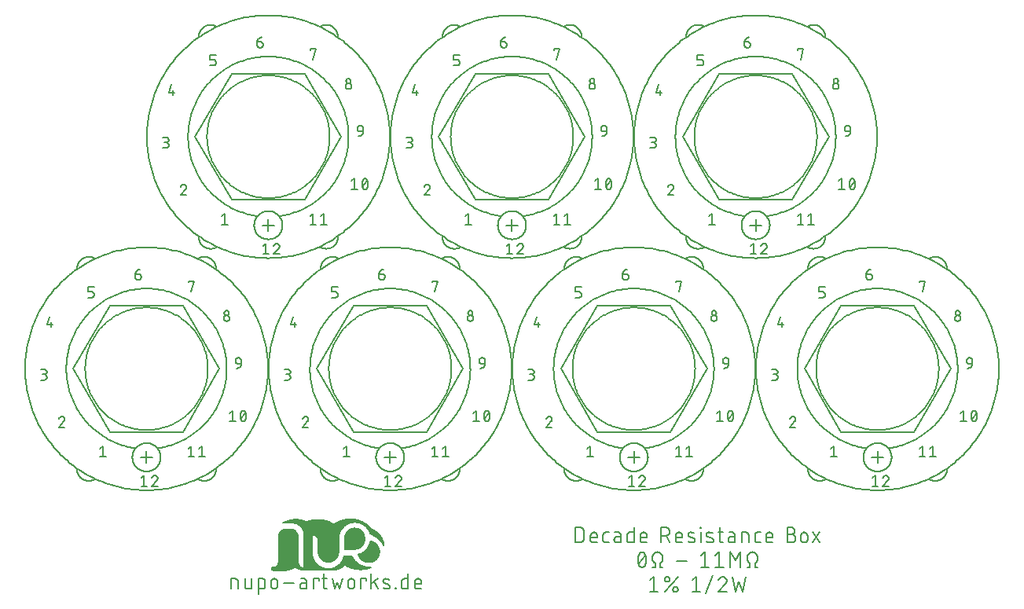
<source format=gbr>
G04 EAGLE Gerber RS-274X export*
G75*
%MOMM*%
%FSLAX34Y34*%
%LPD*%
%INSilkscreen Top*%
%IPPOS*%
%AMOC8*
5,1,8,0,0,1.08239X$1,22.5*%
G01*
%ADD10C,0.152400*%
%ADD11C,0.127000*%

G36*
X276148Y41774D02*
X276148Y41774D01*
X276224Y41778D01*
X279191Y42371D01*
X282457Y42668D01*
X282497Y42679D01*
X282554Y42685D01*
X286154Y43585D01*
X286200Y43605D01*
X286284Y43633D01*
X289243Y45113D01*
X291632Y45909D01*
X293485Y44849D01*
X293520Y44837D01*
X293564Y44811D01*
X296564Y43611D01*
X296595Y43605D01*
X296737Y43569D01*
X299737Y43269D01*
X299764Y43271D01*
X299800Y43266D01*
X335500Y43266D01*
X335520Y43269D01*
X335539Y43267D01*
X335712Y43304D01*
X335721Y43305D01*
X335722Y43306D01*
X335723Y43306D01*
X338123Y44206D01*
X338148Y44221D01*
X338184Y44233D01*
X340584Y45433D01*
X340605Y45449D01*
X340636Y45462D01*
X343036Y46962D01*
X343063Y46987D01*
X343106Y47013D01*
X344575Y48237D01*
X347496Y46643D01*
X347539Y46629D01*
X347599Y46598D01*
X352099Y45098D01*
X352112Y45097D01*
X352126Y45090D01*
X356326Y43890D01*
X356362Y43886D01*
X356410Y43872D01*
X360610Y43272D01*
X360660Y43274D01*
X360745Y43267D01*
X364945Y43567D01*
X364967Y43573D01*
X364996Y43573D01*
X368896Y44173D01*
X368929Y44184D01*
X368974Y44190D01*
X373174Y45390D01*
X373196Y45401D01*
X373221Y45405D01*
X373297Y45450D01*
X373376Y45489D01*
X373393Y45507D01*
X373414Y45520D01*
X373469Y45588D01*
X373530Y45652D01*
X373540Y45675D01*
X373555Y45694D01*
X373584Y45777D01*
X373618Y45858D01*
X373619Y45883D01*
X373627Y45906D01*
X373625Y45994D01*
X373629Y46082D01*
X373621Y46106D01*
X373621Y46131D01*
X373588Y46212D01*
X373561Y46296D01*
X373546Y46316D01*
X373536Y46338D01*
X373477Y46403D01*
X373423Y46473D01*
X373402Y46486D01*
X373385Y46504D01*
X373307Y46544D01*
X373232Y46590D01*
X373207Y46595D01*
X373185Y46607D01*
X373045Y46628D01*
X373012Y46634D01*
X373006Y46633D01*
X373000Y46634D01*
X368278Y46634D01*
X364807Y47502D01*
X362198Y48662D01*
X359859Y50124D01*
X357497Y51895D01*
X355499Y53607D01*
X354061Y56196D01*
X352867Y58584D01*
X352848Y58609D01*
X352836Y58638D01*
X352782Y58698D01*
X352733Y58763D01*
X352706Y58781D01*
X352685Y58804D01*
X352613Y58841D01*
X352545Y58885D01*
X352514Y58892D01*
X352485Y58907D01*
X352371Y58924D01*
X352326Y58934D01*
X352314Y58932D01*
X352300Y58934D01*
X344200Y58934D01*
X344187Y58932D01*
X344173Y58934D01*
X344077Y58912D01*
X343979Y58895D01*
X343967Y58888D01*
X343954Y58885D01*
X343871Y58831D01*
X343786Y58780D01*
X343777Y58770D01*
X343766Y58763D01*
X343707Y58683D01*
X343645Y58606D01*
X343640Y58593D01*
X343632Y58583D01*
X343574Y58404D01*
X343280Y56640D01*
X342711Y54648D01*
X341577Y52663D01*
X340131Y50928D01*
X338103Y48900D01*
X335778Y47447D01*
X333159Y45992D01*
X329979Y45124D01*
X325046Y44544D01*
X320708Y45701D01*
X316678Y47428D01*
X314109Y50283D01*
X312645Y52625D01*
X310318Y56698D01*
X310034Y59532D01*
X310034Y80766D01*
X312789Y80766D01*
X313811Y79999D01*
X315180Y78904D01*
X315966Y77070D01*
X315966Y75700D01*
X315967Y75694D01*
X315966Y75687D01*
X316266Y61287D01*
X316268Y61277D01*
X316267Y61267D01*
X316304Y61083D01*
X317504Y57783D01*
X317507Y57778D01*
X317593Y57619D01*
X319393Y55219D01*
X319413Y55201D01*
X319519Y55093D01*
X321919Y53293D01*
X321959Y53273D01*
X322064Y53211D01*
X325064Y52011D01*
X325091Y52006D01*
X325115Y51993D01*
X325246Y51974D01*
X325284Y51966D01*
X325291Y51967D01*
X325300Y51966D01*
X328900Y51966D01*
X328933Y51972D01*
X329074Y51990D01*
X331174Y52590D01*
X331213Y52609D01*
X331254Y52619D01*
X331330Y52667D01*
X331376Y52689D01*
X331390Y52704D01*
X331413Y52718D01*
X332873Y53970D01*
X333484Y54494D01*
X336152Y56272D01*
X336203Y56321D01*
X336260Y56363D01*
X336288Y56403D01*
X336314Y56428D01*
X336332Y56466D01*
X336367Y56516D01*
X337567Y58916D01*
X337571Y58929D01*
X337579Y58941D01*
X337629Y59121D01*
X337929Y61521D01*
X337928Y61551D01*
X337934Y61589D01*
X338233Y78337D01*
X338810Y81512D01*
X339980Y84142D01*
X339981Y84146D01*
X339983Y84150D01*
X340860Y86197D01*
X342003Y87912D01*
X344320Y90518D01*
X346909Y92244D01*
X350116Y93702D01*
X353285Y94566D01*
X358481Y94566D01*
X363720Y92528D01*
X366607Y90796D01*
X370350Y87053D01*
X372102Y82089D01*
X372132Y82037D01*
X372152Y81981D01*
X372187Y81940D01*
X372213Y81894D01*
X372259Y81855D01*
X372298Y81810D01*
X372352Y81777D01*
X372385Y81750D01*
X372418Y81738D01*
X372459Y81714D01*
X377475Y79648D01*
X380393Y77313D01*
X382712Y75284D01*
X384162Y72964D01*
X384164Y72962D01*
X384165Y72960D01*
X386265Y69660D01*
X386417Y69495D01*
X386617Y69393D01*
X386840Y69367D01*
X387058Y69420D01*
X387203Y69519D01*
X387243Y69546D01*
X387374Y69729D01*
X387432Y69946D01*
X387420Y70133D01*
X386520Y74333D01*
X386504Y74373D01*
X386489Y74436D01*
X385289Y77436D01*
X385272Y77462D01*
X385201Y77589D01*
X383101Y80289D01*
X383087Y80302D01*
X383074Y80321D01*
X380674Y83021D01*
X380640Y83048D01*
X380596Y83095D01*
X377596Y85495D01*
X377557Y85517D01*
X377504Y85557D01*
X374284Y87313D01*
X371948Y89648D01*
X371921Y89668D01*
X371889Y89701D01*
X366489Y93901D01*
X366445Y93924D01*
X366360Y93978D01*
X360360Y96678D01*
X360316Y96689D01*
X360254Y96715D01*
X354254Y98215D01*
X354205Y98219D01*
X354100Y98234D01*
X349600Y98234D01*
X349579Y98230D01*
X349551Y98232D01*
X345651Y97932D01*
X345620Y97924D01*
X345576Y97922D01*
X341076Y97022D01*
X341031Y97004D01*
X340956Y96985D01*
X337356Y95485D01*
X337340Y95475D01*
X337316Y95467D01*
X334316Y93967D01*
X334289Y93947D01*
X334248Y93928D01*
X332767Y92940D01*
X329804Y94557D01*
X329782Y94564D01*
X329758Y94580D01*
X327058Y95780D01*
X327026Y95787D01*
X326987Y95806D01*
X325435Y96284D01*
X323374Y96918D01*
X323087Y97006D01*
X323054Y97010D01*
X323013Y97024D01*
X319713Y97624D01*
X319689Y97624D01*
X319657Y97632D01*
X316357Y97932D01*
X316312Y97928D01*
X316243Y97932D01*
X312944Y97632D01*
X309347Y97332D01*
X309303Y97320D01*
X309233Y97312D01*
X305933Y96412D01*
X305919Y96405D01*
X305899Y96402D01*
X303400Y95569D01*
X298201Y97302D01*
X298154Y97308D01*
X298084Y97329D01*
X293584Y97929D01*
X293548Y97927D01*
X293500Y97934D01*
X289300Y97934D01*
X289258Y97927D01*
X289196Y97926D01*
X285596Y97326D01*
X285569Y97316D01*
X285533Y97312D01*
X282233Y96412D01*
X282194Y96393D01*
X282134Y96376D01*
X278234Y94576D01*
X278162Y94525D01*
X278086Y94480D01*
X278071Y94461D01*
X278050Y94447D01*
X278000Y94375D01*
X277945Y94306D01*
X277937Y94283D01*
X277923Y94263D01*
X277901Y94177D01*
X277873Y94094D01*
X277873Y94069D01*
X277867Y94045D01*
X277877Y93958D01*
X277879Y93869D01*
X277889Y93847D01*
X277891Y93822D01*
X277931Y93743D01*
X277964Y93662D01*
X277980Y93643D01*
X277991Y93621D01*
X278056Y93561D01*
X278115Y93496D01*
X278137Y93485D01*
X278155Y93468D01*
X278236Y93434D01*
X278315Y93393D01*
X278342Y93389D01*
X278362Y93381D01*
X278412Y93379D01*
X278500Y93366D01*
X289272Y93366D01*
X291221Y93195D01*
X293084Y92696D01*
X294832Y91881D01*
X296412Y90775D01*
X297775Y89412D01*
X298881Y87832D01*
X299696Y86084D01*
X300195Y84221D01*
X300366Y82272D01*
X300366Y45800D01*
X299837Y45852D01*
X298718Y46191D01*
X297687Y46742D01*
X296784Y47484D01*
X296042Y48387D01*
X295491Y49418D01*
X295152Y50537D01*
X295034Y51731D01*
X295034Y79300D01*
X295029Y79327D01*
X295031Y79362D01*
X294881Y80884D01*
X294868Y80930D01*
X294857Y81006D01*
X294413Y82469D01*
X294391Y82512D01*
X294366Y82584D01*
X293645Y83932D01*
X293632Y83948D01*
X293626Y83965D01*
X293604Y83988D01*
X293576Y84036D01*
X292606Y85218D01*
X292569Y85249D01*
X292518Y85306D01*
X291336Y86276D01*
X291294Y86299D01*
X291232Y86345D01*
X289884Y87066D01*
X289838Y87080D01*
X289769Y87113D01*
X288306Y87557D01*
X288258Y87563D01*
X288184Y87581D01*
X286662Y87731D01*
X286635Y87729D01*
X286600Y87734D01*
X281200Y87734D01*
X281173Y87729D01*
X281138Y87731D01*
X279675Y87587D01*
X279628Y87574D01*
X279553Y87563D01*
X278146Y87136D01*
X278103Y87114D01*
X278031Y87088D01*
X276734Y86395D01*
X276696Y86366D01*
X276631Y86326D01*
X275494Y85394D01*
X275482Y85379D01*
X275476Y85375D01*
X275454Y85349D01*
X275406Y85306D01*
X274474Y84169D01*
X274450Y84127D01*
X274405Y84066D01*
X273712Y82769D01*
X273697Y82723D01*
X273664Y82654D01*
X273237Y81247D01*
X273232Y81205D01*
X273225Y81183D01*
X273225Y81173D01*
X273213Y81125D01*
X273069Y79662D01*
X273071Y79635D01*
X273066Y79600D01*
X273066Y52331D01*
X272948Y51137D01*
X272609Y50018D01*
X272058Y48987D01*
X271316Y48084D01*
X270413Y47342D01*
X269382Y46791D01*
X268263Y46452D01*
X267069Y46334D01*
X266200Y46334D01*
X266135Y46323D01*
X266069Y46321D01*
X266026Y46303D01*
X265979Y46295D01*
X265922Y46261D01*
X265862Y46236D01*
X265827Y46205D01*
X265786Y46180D01*
X265745Y46129D01*
X265696Y46085D01*
X265674Y46043D01*
X265645Y46006D01*
X265624Y45944D01*
X265593Y45885D01*
X265585Y45831D01*
X265573Y45794D01*
X265574Y45754D01*
X265566Y45700D01*
X265566Y43300D01*
X265572Y43266D01*
X265569Y43232D01*
X265592Y43156D01*
X265605Y43079D01*
X265623Y43050D01*
X265633Y43017D01*
X265680Y42954D01*
X265720Y42886D01*
X265746Y42864D01*
X265767Y42837D01*
X265833Y42794D01*
X265894Y42745D01*
X265926Y42734D01*
X265955Y42715D01*
X266060Y42688D01*
X266106Y42673D01*
X266120Y42673D01*
X266137Y42669D01*
X269116Y42371D01*
X272696Y41774D01*
X272739Y41775D01*
X272800Y41766D01*
X276100Y41766D01*
X276148Y41774D01*
G37*
G36*
X355924Y65170D02*
X355924Y65170D01*
X355955Y65168D01*
X357727Y65323D01*
X357770Y65335D01*
X357835Y65342D01*
X359553Y65803D01*
X359593Y65822D01*
X359657Y65840D01*
X361268Y66592D01*
X361305Y66617D01*
X361364Y66647D01*
X362820Y67667D01*
X362852Y67698D01*
X362905Y67738D01*
X364162Y68995D01*
X364188Y69032D01*
X364233Y69080D01*
X365253Y70536D01*
X365264Y70559D01*
X365271Y70568D01*
X365276Y70583D01*
X365308Y70632D01*
X366060Y72243D01*
X366071Y72287D01*
X366098Y72347D01*
X366558Y74065D01*
X366561Y74109D01*
X366577Y74174D01*
X366732Y75945D01*
X366730Y75969D01*
X366734Y76000D01*
X366734Y77800D01*
X366730Y77824D01*
X366732Y77855D01*
X366572Y79679D01*
X366561Y79722D01*
X366553Y79787D01*
X366079Y81555D01*
X366060Y81596D01*
X366042Y81659D01*
X365268Y83318D01*
X365242Y83355D01*
X365213Y83414D01*
X364163Y84913D01*
X364131Y84945D01*
X364092Y84998D01*
X362798Y86292D01*
X362761Y86317D01*
X362713Y86363D01*
X361214Y87413D01*
X361173Y87432D01*
X361118Y87468D01*
X359459Y88242D01*
X359416Y88253D01*
X359355Y88279D01*
X357587Y88753D01*
X357543Y88757D01*
X357479Y88772D01*
X355655Y88932D01*
X355611Y88928D01*
X355545Y88932D01*
X353721Y88772D01*
X353678Y88761D01*
X353613Y88753D01*
X351845Y88279D01*
X351804Y88260D01*
X351741Y88242D01*
X350082Y87468D01*
X350045Y87442D01*
X349986Y87413D01*
X348487Y86363D01*
X348456Y86331D01*
X348402Y86292D01*
X347108Y84998D01*
X347083Y84961D01*
X347037Y84913D01*
X345987Y83414D01*
X345968Y83373D01*
X345932Y83318D01*
X345158Y81659D01*
X345147Y81616D01*
X345121Y81555D01*
X344647Y79787D01*
X344643Y79743D01*
X344628Y79679D01*
X344468Y77855D01*
X344470Y77831D01*
X344466Y77800D01*
X344466Y65800D01*
X344477Y65735D01*
X344479Y65669D01*
X344497Y65626D01*
X344505Y65579D01*
X344539Y65522D01*
X344564Y65462D01*
X344595Y65427D01*
X344620Y65386D01*
X344671Y65345D01*
X344715Y65296D01*
X344757Y65274D01*
X344794Y65245D01*
X344856Y65224D01*
X344915Y65193D01*
X344969Y65185D01*
X345006Y65173D01*
X345046Y65174D01*
X345100Y65166D01*
X355900Y65166D01*
X355924Y65170D01*
G37*
G36*
X374242Y51967D02*
X374242Y51967D01*
X374311Y51984D01*
X374382Y51992D01*
X374426Y52013D01*
X374460Y52021D01*
X374495Y52046D01*
X374552Y52072D01*
X378152Y54472D01*
X378187Y54506D01*
X378271Y54576D01*
X380971Y57576D01*
X380995Y57613D01*
X381025Y57644D01*
X381045Y57686D01*
X381058Y57702D01*
X381068Y57731D01*
X381090Y57766D01*
X381094Y57788D01*
X381106Y57813D01*
X382306Y61713D01*
X382309Y61738D01*
X382319Y61762D01*
X382329Y61901D01*
X382333Y61936D01*
X382332Y61942D01*
X382332Y61949D01*
X382032Y65849D01*
X382032Y65851D01*
X382032Y65853D01*
X381989Y66036D01*
X380789Y69036D01*
X380785Y69041D01*
X380754Y69096D01*
X380740Y69129D01*
X380724Y69146D01*
X380695Y69196D01*
X378295Y72196D01*
X378281Y72209D01*
X378271Y72225D01*
X378126Y72344D01*
X375126Y74144D01*
X375123Y74145D01*
X374954Y74215D01*
X372554Y74815D01*
X372523Y74817D01*
X372494Y74827D01*
X372412Y74825D01*
X372330Y74830D01*
X372300Y74822D01*
X372269Y74821D01*
X372194Y74790D01*
X372115Y74767D01*
X372090Y74748D01*
X372062Y74736D01*
X372001Y74681D01*
X371935Y74632D01*
X371919Y74606D01*
X371896Y74585D01*
X371858Y74512D01*
X371814Y74443D01*
X371808Y74413D01*
X371793Y74385D01*
X371776Y74269D01*
X371766Y74224D01*
X371768Y74213D01*
X371766Y74200D01*
X371766Y72728D01*
X371582Y70622D01*
X371042Y68608D01*
X370161Y66718D01*
X368964Y65010D01*
X367490Y63536D01*
X365782Y62339D01*
X363892Y61458D01*
X361878Y60918D01*
X359745Y60732D01*
X359733Y60729D01*
X359721Y60729D01*
X359625Y60699D01*
X359528Y60673D01*
X359518Y60666D01*
X359507Y60662D01*
X359427Y60601D01*
X359346Y60543D01*
X359339Y60533D01*
X359329Y60525D01*
X359276Y60440D01*
X359220Y60357D01*
X359217Y60345D01*
X359211Y60335D01*
X359191Y60237D01*
X359167Y60139D01*
X359168Y60127D01*
X359166Y60115D01*
X359181Y60016D01*
X359193Y59916D01*
X359199Y59905D01*
X359200Y59893D01*
X359287Y59727D01*
X361687Y56427D01*
X361717Y56398D01*
X361752Y56352D01*
X365052Y53052D01*
X365106Y53013D01*
X365155Y52968D01*
X365204Y52946D01*
X365236Y52923D01*
X365275Y52913D01*
X365326Y52890D01*
X369526Y51690D01*
X369541Y51689D01*
X369555Y51682D01*
X369742Y51667D01*
X374242Y51967D01*
G37*
D10*
X222650Y22982D02*
X222650Y33819D01*
X227166Y33819D01*
X227270Y33817D01*
X227373Y33811D01*
X227477Y33801D01*
X227580Y33787D01*
X227682Y33769D01*
X227783Y33748D01*
X227884Y33722D01*
X227983Y33693D01*
X228082Y33660D01*
X228179Y33623D01*
X228274Y33582D01*
X228368Y33538D01*
X228460Y33490D01*
X228550Y33439D01*
X228639Y33384D01*
X228725Y33326D01*
X228808Y33264D01*
X228890Y33200D01*
X228968Y33132D01*
X229044Y33062D01*
X229118Y32989D01*
X229188Y32912D01*
X229256Y32834D01*
X229320Y32752D01*
X229382Y32669D01*
X229440Y32583D01*
X229495Y32494D01*
X229546Y32404D01*
X229594Y32312D01*
X229638Y32218D01*
X229679Y32123D01*
X229716Y32026D01*
X229749Y31927D01*
X229778Y31828D01*
X229804Y31727D01*
X229825Y31626D01*
X229843Y31524D01*
X229857Y31421D01*
X229867Y31317D01*
X229873Y31214D01*
X229875Y31110D01*
X229875Y22982D01*
X237240Y25691D02*
X237240Y33819D01*
X237240Y25691D02*
X237242Y25590D01*
X237248Y25489D01*
X237257Y25388D01*
X237270Y25287D01*
X237287Y25187D01*
X237308Y25088D01*
X237332Y24990D01*
X237360Y24893D01*
X237392Y24796D01*
X237427Y24701D01*
X237466Y24608D01*
X237508Y24516D01*
X237554Y24425D01*
X237603Y24336D01*
X237655Y24250D01*
X237711Y24165D01*
X237769Y24082D01*
X237831Y24002D01*
X237896Y23924D01*
X237963Y23848D01*
X238033Y23775D01*
X238106Y23705D01*
X238182Y23638D01*
X238260Y23573D01*
X238340Y23511D01*
X238423Y23453D01*
X238508Y23397D01*
X238595Y23345D01*
X238683Y23296D01*
X238774Y23250D01*
X238866Y23208D01*
X238959Y23169D01*
X239054Y23134D01*
X239151Y23102D01*
X239248Y23074D01*
X239346Y23050D01*
X239445Y23029D01*
X239545Y23012D01*
X239646Y22999D01*
X239747Y22990D01*
X239848Y22984D01*
X239949Y22982D01*
X244464Y22982D01*
X244464Y33819D01*
X251902Y33819D02*
X251902Y17563D01*
X251902Y33819D02*
X256417Y33819D01*
X256521Y33817D01*
X256624Y33811D01*
X256728Y33801D01*
X256831Y33787D01*
X256933Y33769D01*
X257034Y33748D01*
X257135Y33722D01*
X257234Y33693D01*
X257333Y33660D01*
X257430Y33623D01*
X257525Y33582D01*
X257619Y33538D01*
X257711Y33490D01*
X257801Y33439D01*
X257890Y33384D01*
X257976Y33326D01*
X258059Y33264D01*
X258141Y33200D01*
X258219Y33132D01*
X258295Y33062D01*
X258369Y32989D01*
X258439Y32912D01*
X258507Y32834D01*
X258571Y32752D01*
X258633Y32669D01*
X258691Y32583D01*
X258746Y32494D01*
X258797Y32404D01*
X258845Y32312D01*
X258889Y32218D01*
X258930Y32123D01*
X258967Y32026D01*
X259000Y31927D01*
X259029Y31828D01*
X259055Y31727D01*
X259076Y31626D01*
X259094Y31524D01*
X259108Y31421D01*
X259118Y31317D01*
X259124Y31214D01*
X259126Y31110D01*
X259127Y31110D02*
X259127Y25691D01*
X259126Y25691D02*
X259124Y25590D01*
X259118Y25489D01*
X259109Y25388D01*
X259096Y25287D01*
X259079Y25187D01*
X259058Y25088D01*
X259034Y24990D01*
X259006Y24893D01*
X258974Y24796D01*
X258939Y24701D01*
X258900Y24608D01*
X258858Y24516D01*
X258812Y24425D01*
X258763Y24336D01*
X258711Y24250D01*
X258655Y24165D01*
X258597Y24082D01*
X258535Y24002D01*
X258470Y23924D01*
X258403Y23848D01*
X258333Y23775D01*
X258260Y23705D01*
X258184Y23638D01*
X258106Y23573D01*
X258026Y23511D01*
X257943Y23453D01*
X257858Y23397D01*
X257772Y23345D01*
X257683Y23296D01*
X257592Y23250D01*
X257500Y23208D01*
X257407Y23169D01*
X257312Y23134D01*
X257215Y23102D01*
X257118Y23074D01*
X257020Y23050D01*
X256921Y23029D01*
X256821Y23012D01*
X256720Y22999D01*
X256619Y22990D01*
X256518Y22984D01*
X256417Y22982D01*
X251902Y22982D01*
X265376Y26594D02*
X265376Y30207D01*
X265378Y30326D01*
X265384Y30446D01*
X265394Y30565D01*
X265408Y30683D01*
X265425Y30802D01*
X265447Y30919D01*
X265472Y31036D01*
X265502Y31151D01*
X265535Y31266D01*
X265572Y31380D01*
X265612Y31492D01*
X265657Y31603D01*
X265705Y31712D01*
X265756Y31820D01*
X265811Y31926D01*
X265870Y32030D01*
X265932Y32132D01*
X265997Y32232D01*
X266066Y32330D01*
X266138Y32426D01*
X266213Y32519D01*
X266290Y32609D01*
X266371Y32697D01*
X266455Y32782D01*
X266542Y32864D01*
X266631Y32944D01*
X266723Y33020D01*
X266817Y33094D01*
X266914Y33164D01*
X267012Y33231D01*
X267113Y33295D01*
X267217Y33355D01*
X267322Y33412D01*
X267429Y33465D01*
X267537Y33515D01*
X267647Y33561D01*
X267759Y33603D01*
X267872Y33642D01*
X267986Y33677D01*
X268101Y33708D01*
X268218Y33736D01*
X268335Y33759D01*
X268452Y33779D01*
X268571Y33795D01*
X268690Y33807D01*
X268809Y33815D01*
X268928Y33819D01*
X269048Y33819D01*
X269167Y33815D01*
X269286Y33807D01*
X269405Y33795D01*
X269524Y33779D01*
X269641Y33759D01*
X269758Y33736D01*
X269875Y33708D01*
X269990Y33677D01*
X270104Y33642D01*
X270217Y33603D01*
X270329Y33561D01*
X270439Y33515D01*
X270547Y33465D01*
X270654Y33412D01*
X270759Y33355D01*
X270863Y33295D01*
X270964Y33231D01*
X271062Y33164D01*
X271159Y33094D01*
X271253Y33020D01*
X271345Y32944D01*
X271434Y32864D01*
X271521Y32782D01*
X271605Y32697D01*
X271686Y32609D01*
X271763Y32519D01*
X271838Y32426D01*
X271910Y32330D01*
X271979Y32232D01*
X272044Y32132D01*
X272106Y32030D01*
X272165Y31926D01*
X272220Y31820D01*
X272271Y31712D01*
X272319Y31603D01*
X272364Y31492D01*
X272404Y31380D01*
X272441Y31266D01*
X272474Y31151D01*
X272504Y31036D01*
X272529Y30919D01*
X272551Y30802D01*
X272568Y30683D01*
X272582Y30565D01*
X272592Y30446D01*
X272598Y30326D01*
X272600Y30207D01*
X272601Y30207D02*
X272601Y26594D01*
X272600Y26594D02*
X272598Y26475D01*
X272592Y26355D01*
X272582Y26236D01*
X272568Y26118D01*
X272551Y25999D01*
X272529Y25882D01*
X272504Y25765D01*
X272474Y25650D01*
X272441Y25535D01*
X272404Y25421D01*
X272364Y25309D01*
X272319Y25198D01*
X272271Y25089D01*
X272220Y24981D01*
X272165Y24875D01*
X272106Y24771D01*
X272044Y24669D01*
X271979Y24569D01*
X271910Y24471D01*
X271838Y24375D01*
X271763Y24282D01*
X271686Y24192D01*
X271605Y24104D01*
X271521Y24019D01*
X271434Y23937D01*
X271345Y23857D01*
X271253Y23781D01*
X271159Y23707D01*
X271062Y23637D01*
X270964Y23570D01*
X270863Y23506D01*
X270759Y23446D01*
X270654Y23389D01*
X270547Y23336D01*
X270439Y23286D01*
X270329Y23240D01*
X270217Y23198D01*
X270104Y23159D01*
X269990Y23124D01*
X269875Y23093D01*
X269758Y23065D01*
X269641Y23042D01*
X269524Y23022D01*
X269405Y23006D01*
X269286Y22994D01*
X269167Y22986D01*
X269048Y22982D01*
X268928Y22982D01*
X268809Y22986D01*
X268690Y22994D01*
X268571Y23006D01*
X268452Y23022D01*
X268335Y23042D01*
X268218Y23065D01*
X268101Y23093D01*
X267986Y23124D01*
X267872Y23159D01*
X267759Y23198D01*
X267647Y23240D01*
X267537Y23286D01*
X267429Y23336D01*
X267322Y23389D01*
X267217Y23446D01*
X267113Y23506D01*
X267012Y23570D01*
X266914Y23637D01*
X266817Y23707D01*
X266723Y23781D01*
X266631Y23857D01*
X266542Y23937D01*
X266455Y24019D01*
X266371Y24104D01*
X266290Y24192D01*
X266213Y24282D01*
X266138Y24375D01*
X266066Y24471D01*
X265997Y24569D01*
X265932Y24669D01*
X265870Y24771D01*
X265811Y24875D01*
X265756Y24981D01*
X265705Y25089D01*
X265657Y25198D01*
X265612Y25309D01*
X265572Y25421D01*
X265535Y25535D01*
X265502Y25650D01*
X265472Y25765D01*
X265447Y25882D01*
X265425Y25999D01*
X265408Y26118D01*
X265394Y26236D01*
X265384Y26355D01*
X265378Y26475D01*
X265376Y26594D01*
X279201Y29304D02*
X290038Y29304D01*
X299726Y29304D02*
X303790Y29304D01*
X299726Y29304D02*
X299614Y29302D01*
X299503Y29296D01*
X299392Y29286D01*
X299281Y29273D01*
X299171Y29255D01*
X299062Y29233D01*
X298953Y29208D01*
X298845Y29179D01*
X298739Y29146D01*
X298633Y29109D01*
X298529Y29069D01*
X298427Y29025D01*
X298326Y28977D01*
X298227Y28926D01*
X298129Y28871D01*
X298034Y28813D01*
X297941Y28752D01*
X297850Y28687D01*
X297761Y28619D01*
X297675Y28548D01*
X297592Y28475D01*
X297511Y28398D01*
X297432Y28318D01*
X297357Y28236D01*
X297285Y28151D01*
X297215Y28064D01*
X297149Y27974D01*
X297086Y27882D01*
X297026Y27787D01*
X296970Y27691D01*
X296917Y27593D01*
X296868Y27493D01*
X296822Y27391D01*
X296780Y27288D01*
X296741Y27183D01*
X296706Y27077D01*
X296675Y26970D01*
X296648Y26862D01*
X296624Y26753D01*
X296605Y26643D01*
X296589Y26533D01*
X296577Y26422D01*
X296569Y26310D01*
X296565Y26199D01*
X296565Y26087D01*
X296569Y25976D01*
X296577Y25864D01*
X296589Y25753D01*
X296605Y25643D01*
X296624Y25533D01*
X296648Y25424D01*
X296675Y25316D01*
X296706Y25209D01*
X296741Y25103D01*
X296780Y24998D01*
X296822Y24895D01*
X296868Y24793D01*
X296917Y24693D01*
X296970Y24595D01*
X297026Y24499D01*
X297086Y24404D01*
X297149Y24312D01*
X297215Y24222D01*
X297285Y24135D01*
X297357Y24050D01*
X297432Y23968D01*
X297511Y23888D01*
X297592Y23811D01*
X297675Y23738D01*
X297761Y23667D01*
X297850Y23599D01*
X297941Y23534D01*
X298034Y23473D01*
X298129Y23415D01*
X298227Y23360D01*
X298326Y23309D01*
X298427Y23261D01*
X298529Y23217D01*
X298633Y23177D01*
X298739Y23140D01*
X298845Y23107D01*
X298953Y23078D01*
X299062Y23053D01*
X299171Y23031D01*
X299281Y23013D01*
X299392Y23000D01*
X299503Y22990D01*
X299614Y22984D01*
X299726Y22982D01*
X303790Y22982D01*
X303790Y31110D01*
X303789Y31110D02*
X303787Y31211D01*
X303781Y31312D01*
X303772Y31413D01*
X303759Y31514D01*
X303742Y31614D01*
X303721Y31713D01*
X303697Y31811D01*
X303669Y31908D01*
X303637Y32005D01*
X303602Y32100D01*
X303563Y32193D01*
X303521Y32285D01*
X303475Y32376D01*
X303426Y32465D01*
X303374Y32551D01*
X303318Y32636D01*
X303260Y32719D01*
X303198Y32799D01*
X303133Y32877D01*
X303066Y32953D01*
X302996Y33026D01*
X302923Y33096D01*
X302847Y33163D01*
X302769Y33228D01*
X302689Y33290D01*
X302606Y33348D01*
X302521Y33404D01*
X302435Y33456D01*
X302346Y33505D01*
X302255Y33551D01*
X302163Y33593D01*
X302070Y33632D01*
X301975Y33667D01*
X301878Y33699D01*
X301781Y33727D01*
X301683Y33751D01*
X301584Y33772D01*
X301484Y33789D01*
X301383Y33802D01*
X301282Y33811D01*
X301181Y33817D01*
X301080Y33819D01*
X297468Y33819D01*
X311312Y33819D02*
X311312Y22982D01*
X311312Y33819D02*
X316731Y33819D01*
X316731Y32013D01*
X320351Y33819D02*
X325769Y33819D01*
X322157Y39238D02*
X322157Y25691D01*
X322159Y25590D01*
X322165Y25489D01*
X322174Y25388D01*
X322187Y25287D01*
X322204Y25187D01*
X322225Y25088D01*
X322249Y24990D01*
X322277Y24893D01*
X322309Y24796D01*
X322344Y24701D01*
X322383Y24608D01*
X322425Y24516D01*
X322471Y24425D01*
X322520Y24336D01*
X322572Y24250D01*
X322628Y24165D01*
X322686Y24082D01*
X322748Y24002D01*
X322813Y23924D01*
X322880Y23848D01*
X322950Y23775D01*
X323023Y23705D01*
X323099Y23638D01*
X323177Y23573D01*
X323257Y23511D01*
X323340Y23453D01*
X323425Y23397D01*
X323512Y23345D01*
X323600Y23296D01*
X323691Y23250D01*
X323783Y23208D01*
X323876Y23169D01*
X323971Y23134D01*
X324068Y23102D01*
X324165Y23074D01*
X324263Y23050D01*
X324362Y23029D01*
X324462Y23012D01*
X324563Y22999D01*
X324664Y22990D01*
X324765Y22984D01*
X324866Y22982D01*
X325769Y22982D01*
X334014Y22982D02*
X331305Y33819D01*
X336723Y30207D02*
X334014Y22982D01*
X339433Y22982D02*
X336723Y30207D01*
X342142Y33819D02*
X339433Y22982D01*
X348221Y26594D02*
X348221Y30207D01*
X348222Y30207D02*
X348224Y30326D01*
X348230Y30446D01*
X348240Y30565D01*
X348254Y30683D01*
X348271Y30802D01*
X348293Y30919D01*
X348318Y31036D01*
X348348Y31151D01*
X348381Y31266D01*
X348418Y31380D01*
X348458Y31492D01*
X348503Y31603D01*
X348551Y31712D01*
X348602Y31820D01*
X348657Y31926D01*
X348716Y32030D01*
X348778Y32132D01*
X348843Y32232D01*
X348912Y32330D01*
X348984Y32426D01*
X349059Y32519D01*
X349136Y32609D01*
X349217Y32697D01*
X349301Y32782D01*
X349388Y32864D01*
X349477Y32944D01*
X349569Y33020D01*
X349663Y33094D01*
X349760Y33164D01*
X349858Y33231D01*
X349959Y33295D01*
X350063Y33355D01*
X350168Y33412D01*
X350275Y33465D01*
X350383Y33515D01*
X350493Y33561D01*
X350605Y33603D01*
X350718Y33642D01*
X350832Y33677D01*
X350947Y33708D01*
X351064Y33736D01*
X351181Y33759D01*
X351298Y33779D01*
X351417Y33795D01*
X351536Y33807D01*
X351655Y33815D01*
X351774Y33819D01*
X351894Y33819D01*
X352013Y33815D01*
X352132Y33807D01*
X352251Y33795D01*
X352370Y33779D01*
X352487Y33759D01*
X352604Y33736D01*
X352721Y33708D01*
X352836Y33677D01*
X352950Y33642D01*
X353063Y33603D01*
X353175Y33561D01*
X353285Y33515D01*
X353393Y33465D01*
X353500Y33412D01*
X353605Y33355D01*
X353709Y33295D01*
X353810Y33231D01*
X353908Y33164D01*
X354005Y33094D01*
X354099Y33020D01*
X354191Y32944D01*
X354280Y32864D01*
X354367Y32782D01*
X354451Y32697D01*
X354532Y32609D01*
X354609Y32519D01*
X354684Y32426D01*
X354756Y32330D01*
X354825Y32232D01*
X354890Y32132D01*
X354952Y32030D01*
X355011Y31926D01*
X355066Y31820D01*
X355117Y31712D01*
X355165Y31603D01*
X355210Y31492D01*
X355250Y31380D01*
X355287Y31266D01*
X355320Y31151D01*
X355350Y31036D01*
X355375Y30919D01*
X355397Y30802D01*
X355414Y30683D01*
X355428Y30565D01*
X355438Y30446D01*
X355444Y30326D01*
X355446Y30207D01*
X355446Y26594D01*
X355444Y26475D01*
X355438Y26355D01*
X355428Y26236D01*
X355414Y26118D01*
X355397Y25999D01*
X355375Y25882D01*
X355350Y25765D01*
X355320Y25650D01*
X355287Y25535D01*
X355250Y25421D01*
X355210Y25309D01*
X355165Y25198D01*
X355117Y25089D01*
X355066Y24981D01*
X355011Y24875D01*
X354952Y24771D01*
X354890Y24669D01*
X354825Y24569D01*
X354756Y24471D01*
X354684Y24375D01*
X354609Y24282D01*
X354532Y24192D01*
X354451Y24104D01*
X354367Y24019D01*
X354280Y23937D01*
X354191Y23857D01*
X354099Y23781D01*
X354005Y23707D01*
X353908Y23637D01*
X353810Y23570D01*
X353709Y23506D01*
X353605Y23446D01*
X353500Y23389D01*
X353393Y23336D01*
X353285Y23286D01*
X353175Y23240D01*
X353063Y23198D01*
X352950Y23159D01*
X352836Y23124D01*
X352721Y23093D01*
X352604Y23065D01*
X352487Y23042D01*
X352370Y23022D01*
X352251Y23006D01*
X352132Y22994D01*
X352013Y22986D01*
X351894Y22982D01*
X351774Y22982D01*
X351655Y22986D01*
X351536Y22994D01*
X351417Y23006D01*
X351298Y23022D01*
X351181Y23042D01*
X351064Y23065D01*
X350947Y23093D01*
X350832Y23124D01*
X350718Y23159D01*
X350605Y23198D01*
X350493Y23240D01*
X350383Y23286D01*
X350275Y23336D01*
X350168Y23389D01*
X350063Y23446D01*
X349959Y23506D01*
X349858Y23570D01*
X349760Y23637D01*
X349663Y23707D01*
X349569Y23781D01*
X349477Y23857D01*
X349388Y23937D01*
X349301Y24019D01*
X349217Y24104D01*
X349136Y24192D01*
X349059Y24282D01*
X348984Y24375D01*
X348912Y24471D01*
X348843Y24569D01*
X348778Y24669D01*
X348716Y24771D01*
X348657Y24875D01*
X348602Y24981D01*
X348551Y25089D01*
X348503Y25198D01*
X348458Y25309D01*
X348418Y25421D01*
X348381Y25535D01*
X348348Y25650D01*
X348318Y25765D01*
X348293Y25882D01*
X348271Y25999D01*
X348254Y26118D01*
X348240Y26236D01*
X348230Y26355D01*
X348224Y26475D01*
X348222Y26594D01*
X362374Y22982D02*
X362374Y33819D01*
X367793Y33819D01*
X367793Y32013D01*
X373400Y39238D02*
X373400Y22982D01*
X373400Y28401D02*
X380625Y33819D01*
X376561Y30658D02*
X380625Y22982D01*
X387612Y29304D02*
X392127Y27498D01*
X387611Y29304D02*
X387523Y29341D01*
X387437Y29382D01*
X387352Y29426D01*
X387269Y29474D01*
X387189Y29525D01*
X387110Y29579D01*
X387034Y29637D01*
X386960Y29697D01*
X386888Y29761D01*
X386820Y29827D01*
X386754Y29897D01*
X386691Y29968D01*
X386630Y30043D01*
X386573Y30119D01*
X386520Y30198D01*
X386469Y30279D01*
X386422Y30362D01*
X386378Y30447D01*
X386338Y30534D01*
X386301Y30622D01*
X386268Y30712D01*
X386238Y30803D01*
X386213Y30895D01*
X386191Y30988D01*
X386173Y31082D01*
X386158Y31176D01*
X386148Y31271D01*
X386142Y31367D01*
X386139Y31462D01*
X386140Y31558D01*
X386146Y31653D01*
X386155Y31749D01*
X386168Y31843D01*
X386184Y31937D01*
X386205Y32031D01*
X386230Y32123D01*
X386258Y32214D01*
X386290Y32304D01*
X386325Y32393D01*
X386364Y32480D01*
X386407Y32566D01*
X386453Y32650D01*
X386503Y32731D01*
X386555Y32811D01*
X386611Y32889D01*
X386671Y32964D01*
X386733Y33036D01*
X386798Y33106D01*
X386866Y33174D01*
X386936Y33238D01*
X387009Y33300D01*
X387085Y33358D01*
X387163Y33414D01*
X387243Y33466D01*
X387325Y33515D01*
X387409Y33560D01*
X387495Y33602D01*
X387582Y33641D01*
X387671Y33676D01*
X387762Y33707D01*
X387853Y33734D01*
X387946Y33758D01*
X388039Y33778D01*
X388133Y33794D01*
X388228Y33806D01*
X388323Y33815D01*
X388419Y33819D01*
X388514Y33820D01*
X388761Y33813D01*
X389007Y33801D01*
X389253Y33783D01*
X389499Y33758D01*
X389743Y33728D01*
X389987Y33692D01*
X390230Y33651D01*
X390472Y33603D01*
X390713Y33549D01*
X390952Y33490D01*
X391190Y33425D01*
X391426Y33354D01*
X391661Y33278D01*
X391894Y33196D01*
X392124Y33108D01*
X392352Y33015D01*
X392579Y32917D01*
X392128Y27497D02*
X392216Y27460D01*
X392302Y27419D01*
X392387Y27375D01*
X392470Y27327D01*
X392550Y27276D01*
X392629Y27222D01*
X392705Y27164D01*
X392779Y27104D01*
X392851Y27040D01*
X392919Y26974D01*
X392985Y26904D01*
X393048Y26833D01*
X393109Y26758D01*
X393166Y26682D01*
X393219Y26603D01*
X393270Y26522D01*
X393317Y26439D01*
X393361Y26354D01*
X393401Y26267D01*
X393438Y26179D01*
X393471Y26089D01*
X393501Y25998D01*
X393526Y25906D01*
X393548Y25813D01*
X393566Y25719D01*
X393581Y25625D01*
X393591Y25530D01*
X393597Y25434D01*
X393600Y25339D01*
X393599Y25243D01*
X393593Y25148D01*
X393584Y25052D01*
X393571Y24958D01*
X393555Y24864D01*
X393534Y24770D01*
X393509Y24678D01*
X393481Y24587D01*
X393449Y24497D01*
X393414Y24408D01*
X393375Y24321D01*
X393332Y24235D01*
X393286Y24151D01*
X393236Y24070D01*
X393184Y23990D01*
X393128Y23912D01*
X393068Y23837D01*
X393006Y23765D01*
X392941Y23695D01*
X392873Y23627D01*
X392803Y23563D01*
X392730Y23501D01*
X392654Y23443D01*
X392576Y23387D01*
X392496Y23335D01*
X392414Y23286D01*
X392330Y23241D01*
X392244Y23199D01*
X392157Y23160D01*
X392068Y23125D01*
X391977Y23094D01*
X391886Y23067D01*
X391793Y23043D01*
X391700Y23023D01*
X391606Y23007D01*
X391511Y22995D01*
X391416Y22986D01*
X391320Y22982D01*
X391225Y22981D01*
X391224Y22982D02*
X390862Y22991D01*
X390500Y23009D01*
X390139Y23036D01*
X389779Y23071D01*
X389419Y23114D01*
X389060Y23166D01*
X388703Y23227D01*
X388348Y23296D01*
X387994Y23373D01*
X387642Y23459D01*
X387292Y23553D01*
X386944Y23656D01*
X386599Y23766D01*
X386257Y23885D01*
X399318Y23885D02*
X399318Y22982D01*
X399318Y23885D02*
X400221Y23885D01*
X400221Y22982D01*
X399318Y22982D01*
X413208Y22982D02*
X413208Y39238D01*
X413208Y22982D02*
X408693Y22982D01*
X408592Y22984D01*
X408491Y22990D01*
X408390Y22999D01*
X408289Y23012D01*
X408189Y23029D01*
X408090Y23050D01*
X407992Y23074D01*
X407895Y23102D01*
X407798Y23134D01*
X407703Y23169D01*
X407610Y23208D01*
X407518Y23250D01*
X407427Y23296D01*
X407339Y23345D01*
X407252Y23397D01*
X407167Y23453D01*
X407084Y23511D01*
X407004Y23573D01*
X406926Y23638D01*
X406850Y23705D01*
X406777Y23775D01*
X406707Y23848D01*
X406640Y23924D01*
X406575Y24002D01*
X406513Y24082D01*
X406455Y24165D01*
X406399Y24250D01*
X406347Y24336D01*
X406298Y24425D01*
X406252Y24516D01*
X406210Y24608D01*
X406171Y24701D01*
X406136Y24796D01*
X406104Y24893D01*
X406076Y24990D01*
X406052Y25088D01*
X406031Y25187D01*
X406014Y25287D01*
X406001Y25388D01*
X405992Y25489D01*
X405986Y25590D01*
X405984Y25691D01*
X405983Y25691D02*
X405983Y31110D01*
X405984Y31110D02*
X405986Y31211D01*
X405992Y31312D01*
X406001Y31413D01*
X406014Y31514D01*
X406031Y31614D01*
X406052Y31713D01*
X406076Y31811D01*
X406104Y31908D01*
X406136Y32005D01*
X406171Y32100D01*
X406210Y32193D01*
X406252Y32285D01*
X406298Y32376D01*
X406347Y32464D01*
X406399Y32551D01*
X406455Y32636D01*
X406513Y32719D01*
X406575Y32799D01*
X406640Y32877D01*
X406707Y32953D01*
X406777Y33026D01*
X406850Y33096D01*
X406926Y33163D01*
X407004Y33228D01*
X407084Y33290D01*
X407167Y33348D01*
X407252Y33404D01*
X407339Y33456D01*
X407427Y33505D01*
X407518Y33551D01*
X407610Y33593D01*
X407703Y33632D01*
X407798Y33667D01*
X407895Y33699D01*
X407992Y33727D01*
X408090Y33751D01*
X408189Y33772D01*
X408289Y33789D01*
X408390Y33802D01*
X408491Y33811D01*
X408592Y33817D01*
X408693Y33819D01*
X413208Y33819D01*
X422834Y22982D02*
X427350Y22982D01*
X422834Y22982D02*
X422733Y22984D01*
X422632Y22990D01*
X422531Y22999D01*
X422430Y23012D01*
X422330Y23029D01*
X422231Y23050D01*
X422133Y23074D01*
X422036Y23102D01*
X421939Y23134D01*
X421844Y23169D01*
X421751Y23208D01*
X421659Y23250D01*
X421568Y23296D01*
X421480Y23345D01*
X421393Y23397D01*
X421308Y23453D01*
X421225Y23511D01*
X421145Y23573D01*
X421067Y23638D01*
X420991Y23705D01*
X420918Y23775D01*
X420848Y23848D01*
X420781Y23924D01*
X420716Y24002D01*
X420654Y24082D01*
X420596Y24165D01*
X420540Y24250D01*
X420488Y24336D01*
X420439Y24425D01*
X420393Y24516D01*
X420351Y24608D01*
X420312Y24701D01*
X420277Y24796D01*
X420245Y24893D01*
X420217Y24990D01*
X420193Y25088D01*
X420172Y25187D01*
X420155Y25287D01*
X420142Y25388D01*
X420133Y25489D01*
X420127Y25590D01*
X420125Y25691D01*
X420125Y30207D01*
X420127Y30326D01*
X420133Y30446D01*
X420143Y30565D01*
X420157Y30683D01*
X420174Y30802D01*
X420196Y30919D01*
X420221Y31036D01*
X420251Y31151D01*
X420284Y31266D01*
X420321Y31380D01*
X420361Y31492D01*
X420406Y31603D01*
X420454Y31712D01*
X420505Y31820D01*
X420560Y31926D01*
X420619Y32030D01*
X420681Y32132D01*
X420746Y32232D01*
X420815Y32330D01*
X420887Y32426D01*
X420962Y32519D01*
X421039Y32609D01*
X421120Y32697D01*
X421204Y32782D01*
X421291Y32864D01*
X421380Y32944D01*
X421472Y33020D01*
X421566Y33094D01*
X421663Y33164D01*
X421761Y33231D01*
X421862Y33295D01*
X421966Y33355D01*
X422071Y33412D01*
X422178Y33465D01*
X422286Y33515D01*
X422396Y33561D01*
X422508Y33603D01*
X422621Y33642D01*
X422735Y33677D01*
X422850Y33708D01*
X422967Y33736D01*
X423084Y33759D01*
X423201Y33779D01*
X423320Y33795D01*
X423439Y33807D01*
X423558Y33815D01*
X423677Y33819D01*
X423797Y33819D01*
X423916Y33815D01*
X424035Y33807D01*
X424154Y33795D01*
X424273Y33779D01*
X424390Y33759D01*
X424507Y33736D01*
X424624Y33708D01*
X424739Y33677D01*
X424853Y33642D01*
X424966Y33603D01*
X425078Y33561D01*
X425188Y33515D01*
X425296Y33465D01*
X425403Y33412D01*
X425508Y33355D01*
X425612Y33295D01*
X425713Y33231D01*
X425811Y33164D01*
X425908Y33094D01*
X426002Y33020D01*
X426094Y32944D01*
X426183Y32864D01*
X426270Y32782D01*
X426354Y32697D01*
X426435Y32609D01*
X426512Y32519D01*
X426587Y32426D01*
X426659Y32330D01*
X426728Y32232D01*
X426793Y32132D01*
X426855Y32030D01*
X426914Y31926D01*
X426969Y31820D01*
X427020Y31712D01*
X427068Y31603D01*
X427113Y31492D01*
X427153Y31380D01*
X427190Y31266D01*
X427223Y31151D01*
X427253Y31036D01*
X427278Y30919D01*
X427300Y30802D01*
X427317Y30683D01*
X427331Y30565D01*
X427341Y30446D01*
X427347Y30326D01*
X427349Y30207D01*
X427350Y30207D02*
X427350Y28401D01*
X420125Y28401D01*
X593542Y72982D02*
X593542Y89238D01*
X598057Y89238D01*
X598188Y89236D01*
X598320Y89230D01*
X598451Y89221D01*
X598581Y89207D01*
X598712Y89190D01*
X598841Y89169D01*
X598970Y89145D01*
X599098Y89116D01*
X599226Y89084D01*
X599352Y89048D01*
X599477Y89009D01*
X599602Y88966D01*
X599724Y88919D01*
X599846Y88869D01*
X599966Y88815D01*
X600084Y88758D01*
X600200Y88697D01*
X600315Y88633D01*
X600428Y88566D01*
X600539Y88495D01*
X600647Y88421D01*
X600754Y88344D01*
X600858Y88264D01*
X600960Y88181D01*
X601059Y88096D01*
X601156Y88007D01*
X601250Y87915D01*
X601342Y87821D01*
X601431Y87724D01*
X601516Y87625D01*
X601599Y87523D01*
X601679Y87419D01*
X601756Y87312D01*
X601830Y87204D01*
X601901Y87093D01*
X601968Y86980D01*
X602032Y86865D01*
X602093Y86749D01*
X602150Y86631D01*
X602204Y86511D01*
X602254Y86389D01*
X602301Y86267D01*
X602344Y86142D01*
X602383Y86017D01*
X602419Y85891D01*
X602451Y85763D01*
X602480Y85635D01*
X602504Y85506D01*
X602525Y85377D01*
X602542Y85246D01*
X602556Y85116D01*
X602565Y84985D01*
X602571Y84853D01*
X602573Y84722D01*
X602573Y77498D01*
X602571Y77367D01*
X602565Y77235D01*
X602556Y77104D01*
X602542Y76974D01*
X602525Y76843D01*
X602504Y76714D01*
X602480Y76585D01*
X602451Y76457D01*
X602419Y76329D01*
X602383Y76203D01*
X602344Y76078D01*
X602301Y75953D01*
X602254Y75831D01*
X602204Y75709D01*
X602150Y75589D01*
X602093Y75471D01*
X602032Y75355D01*
X601968Y75240D01*
X601901Y75127D01*
X601830Y75016D01*
X601756Y74908D01*
X601679Y74801D01*
X601599Y74697D01*
X601516Y74595D01*
X601431Y74496D01*
X601342Y74399D01*
X601250Y74305D01*
X601156Y74213D01*
X601059Y74124D01*
X600960Y74039D01*
X600858Y73956D01*
X600754Y73876D01*
X600647Y73799D01*
X600539Y73725D01*
X600428Y73654D01*
X600315Y73587D01*
X600200Y73523D01*
X600084Y73462D01*
X599966Y73405D01*
X599846Y73351D01*
X599724Y73301D01*
X599602Y73254D01*
X599477Y73211D01*
X599352Y73172D01*
X599226Y73136D01*
X599098Y73104D01*
X598970Y73075D01*
X598841Y73051D01*
X598711Y73030D01*
X598581Y73013D01*
X598451Y72999D01*
X598320Y72990D01*
X598188Y72984D01*
X598057Y72982D01*
X593542Y72982D01*
X612264Y72982D02*
X616780Y72982D01*
X612264Y72982D02*
X612163Y72984D01*
X612062Y72990D01*
X611961Y72999D01*
X611860Y73012D01*
X611760Y73029D01*
X611661Y73050D01*
X611563Y73074D01*
X611466Y73102D01*
X611369Y73134D01*
X611274Y73169D01*
X611181Y73208D01*
X611089Y73250D01*
X610998Y73296D01*
X610910Y73345D01*
X610823Y73397D01*
X610738Y73453D01*
X610655Y73511D01*
X610575Y73573D01*
X610497Y73638D01*
X610421Y73705D01*
X610348Y73775D01*
X610278Y73848D01*
X610211Y73924D01*
X610146Y74002D01*
X610084Y74082D01*
X610026Y74165D01*
X609970Y74250D01*
X609918Y74337D01*
X609869Y74425D01*
X609823Y74516D01*
X609781Y74608D01*
X609742Y74701D01*
X609707Y74796D01*
X609675Y74893D01*
X609647Y74990D01*
X609623Y75088D01*
X609602Y75187D01*
X609585Y75287D01*
X609572Y75388D01*
X609563Y75489D01*
X609557Y75590D01*
X609555Y75691D01*
X609555Y80207D01*
X609557Y80326D01*
X609563Y80446D01*
X609573Y80565D01*
X609587Y80683D01*
X609604Y80802D01*
X609626Y80919D01*
X609651Y81036D01*
X609681Y81151D01*
X609714Y81266D01*
X609751Y81380D01*
X609791Y81492D01*
X609836Y81603D01*
X609884Y81712D01*
X609935Y81820D01*
X609990Y81926D01*
X610049Y82030D01*
X610111Y82132D01*
X610176Y82232D01*
X610245Y82330D01*
X610317Y82426D01*
X610392Y82519D01*
X610469Y82609D01*
X610550Y82697D01*
X610634Y82782D01*
X610721Y82864D01*
X610810Y82944D01*
X610902Y83020D01*
X610996Y83094D01*
X611093Y83164D01*
X611191Y83231D01*
X611292Y83295D01*
X611396Y83355D01*
X611501Y83412D01*
X611608Y83465D01*
X611716Y83515D01*
X611826Y83561D01*
X611938Y83603D01*
X612051Y83642D01*
X612165Y83677D01*
X612280Y83708D01*
X612397Y83736D01*
X612514Y83759D01*
X612631Y83779D01*
X612750Y83795D01*
X612869Y83807D01*
X612988Y83815D01*
X613107Y83819D01*
X613227Y83819D01*
X613346Y83815D01*
X613465Y83807D01*
X613584Y83795D01*
X613703Y83779D01*
X613820Y83759D01*
X613937Y83736D01*
X614054Y83708D01*
X614169Y83677D01*
X614283Y83642D01*
X614396Y83603D01*
X614508Y83561D01*
X614618Y83515D01*
X614726Y83465D01*
X614833Y83412D01*
X614938Y83355D01*
X615042Y83295D01*
X615143Y83231D01*
X615241Y83164D01*
X615338Y83094D01*
X615432Y83020D01*
X615524Y82944D01*
X615613Y82864D01*
X615700Y82782D01*
X615784Y82697D01*
X615865Y82609D01*
X615942Y82519D01*
X616017Y82426D01*
X616089Y82330D01*
X616158Y82232D01*
X616223Y82132D01*
X616285Y82030D01*
X616344Y81926D01*
X616399Y81820D01*
X616450Y81712D01*
X616498Y81603D01*
X616543Y81492D01*
X616583Y81380D01*
X616620Y81266D01*
X616653Y81151D01*
X616683Y81036D01*
X616708Y80919D01*
X616730Y80802D01*
X616747Y80683D01*
X616761Y80565D01*
X616771Y80446D01*
X616777Y80326D01*
X616779Y80207D01*
X616780Y80207D02*
X616780Y78401D01*
X609555Y78401D01*
X625829Y72982D02*
X629441Y72982D01*
X625829Y72982D02*
X625728Y72984D01*
X625627Y72990D01*
X625526Y72999D01*
X625425Y73012D01*
X625325Y73029D01*
X625226Y73050D01*
X625128Y73074D01*
X625031Y73102D01*
X624934Y73134D01*
X624839Y73169D01*
X624746Y73208D01*
X624654Y73250D01*
X624563Y73296D01*
X624475Y73345D01*
X624388Y73397D01*
X624303Y73453D01*
X624220Y73511D01*
X624140Y73573D01*
X624062Y73638D01*
X623986Y73705D01*
X623913Y73775D01*
X623843Y73848D01*
X623776Y73924D01*
X623711Y74002D01*
X623649Y74082D01*
X623591Y74165D01*
X623535Y74250D01*
X623483Y74337D01*
X623434Y74425D01*
X623388Y74516D01*
X623346Y74608D01*
X623307Y74701D01*
X623272Y74796D01*
X623240Y74893D01*
X623212Y74990D01*
X623188Y75088D01*
X623167Y75187D01*
X623150Y75287D01*
X623137Y75388D01*
X623128Y75489D01*
X623122Y75590D01*
X623120Y75691D01*
X623120Y81110D01*
X623122Y81211D01*
X623128Y81312D01*
X623137Y81413D01*
X623150Y81514D01*
X623167Y81614D01*
X623188Y81713D01*
X623212Y81811D01*
X623240Y81908D01*
X623272Y82005D01*
X623307Y82100D01*
X623346Y82193D01*
X623388Y82285D01*
X623434Y82376D01*
X623483Y82465D01*
X623535Y82551D01*
X623591Y82636D01*
X623649Y82719D01*
X623711Y82799D01*
X623776Y82877D01*
X623843Y82953D01*
X623913Y83026D01*
X623986Y83096D01*
X624062Y83163D01*
X624140Y83228D01*
X624220Y83290D01*
X624303Y83348D01*
X624388Y83404D01*
X624475Y83456D01*
X624563Y83505D01*
X624654Y83551D01*
X624746Y83593D01*
X624839Y83632D01*
X624934Y83667D01*
X625031Y83699D01*
X625128Y83727D01*
X625226Y83751D01*
X625325Y83772D01*
X625425Y83789D01*
X625526Y83802D01*
X625627Y83811D01*
X625728Y83817D01*
X625829Y83819D01*
X629441Y83819D01*
X638174Y79304D02*
X642238Y79304D01*
X638174Y79304D02*
X638062Y79302D01*
X637951Y79296D01*
X637840Y79286D01*
X637729Y79273D01*
X637619Y79255D01*
X637510Y79233D01*
X637401Y79208D01*
X637293Y79179D01*
X637187Y79146D01*
X637081Y79109D01*
X636977Y79069D01*
X636875Y79025D01*
X636774Y78977D01*
X636675Y78926D01*
X636577Y78871D01*
X636482Y78813D01*
X636389Y78752D01*
X636298Y78687D01*
X636209Y78619D01*
X636123Y78548D01*
X636040Y78475D01*
X635959Y78398D01*
X635880Y78318D01*
X635805Y78236D01*
X635733Y78151D01*
X635663Y78064D01*
X635597Y77974D01*
X635534Y77882D01*
X635474Y77787D01*
X635418Y77691D01*
X635365Y77593D01*
X635316Y77493D01*
X635270Y77391D01*
X635228Y77288D01*
X635189Y77183D01*
X635154Y77077D01*
X635123Y76970D01*
X635096Y76862D01*
X635072Y76753D01*
X635053Y76643D01*
X635037Y76533D01*
X635025Y76422D01*
X635017Y76310D01*
X635013Y76199D01*
X635013Y76087D01*
X635017Y75976D01*
X635025Y75864D01*
X635037Y75753D01*
X635053Y75643D01*
X635072Y75533D01*
X635096Y75424D01*
X635123Y75316D01*
X635154Y75209D01*
X635189Y75103D01*
X635228Y74998D01*
X635270Y74895D01*
X635316Y74793D01*
X635365Y74693D01*
X635418Y74595D01*
X635474Y74499D01*
X635534Y74404D01*
X635597Y74312D01*
X635663Y74222D01*
X635733Y74135D01*
X635805Y74050D01*
X635880Y73968D01*
X635959Y73888D01*
X636040Y73811D01*
X636123Y73738D01*
X636209Y73667D01*
X636298Y73599D01*
X636389Y73534D01*
X636482Y73473D01*
X636577Y73415D01*
X636675Y73360D01*
X636774Y73309D01*
X636875Y73261D01*
X636977Y73217D01*
X637081Y73177D01*
X637187Y73140D01*
X637293Y73107D01*
X637401Y73078D01*
X637510Y73053D01*
X637619Y73031D01*
X637729Y73013D01*
X637840Y73000D01*
X637951Y72990D01*
X638062Y72984D01*
X638174Y72982D01*
X642238Y72982D01*
X642238Y81110D01*
X642237Y81110D02*
X642235Y81211D01*
X642229Y81312D01*
X642220Y81413D01*
X642207Y81514D01*
X642190Y81614D01*
X642169Y81713D01*
X642145Y81811D01*
X642117Y81908D01*
X642085Y82005D01*
X642050Y82100D01*
X642011Y82193D01*
X641969Y82285D01*
X641923Y82376D01*
X641874Y82465D01*
X641822Y82551D01*
X641766Y82636D01*
X641708Y82719D01*
X641646Y82799D01*
X641581Y82877D01*
X641514Y82953D01*
X641444Y83026D01*
X641371Y83096D01*
X641295Y83163D01*
X641217Y83228D01*
X641137Y83290D01*
X641054Y83348D01*
X640969Y83404D01*
X640883Y83456D01*
X640794Y83505D01*
X640703Y83551D01*
X640611Y83593D01*
X640518Y83632D01*
X640423Y83667D01*
X640326Y83699D01*
X640229Y83727D01*
X640131Y83751D01*
X640032Y83772D01*
X639932Y83789D01*
X639831Y83802D01*
X639730Y83811D01*
X639629Y83817D01*
X639528Y83819D01*
X635916Y83819D01*
X656306Y89238D02*
X656306Y72982D01*
X651790Y72982D01*
X651689Y72984D01*
X651588Y72990D01*
X651487Y72999D01*
X651386Y73012D01*
X651286Y73029D01*
X651187Y73050D01*
X651089Y73074D01*
X650992Y73102D01*
X650895Y73134D01*
X650800Y73169D01*
X650707Y73208D01*
X650615Y73250D01*
X650524Y73296D01*
X650436Y73345D01*
X650349Y73397D01*
X650264Y73453D01*
X650181Y73511D01*
X650101Y73573D01*
X650023Y73638D01*
X649947Y73705D01*
X649874Y73775D01*
X649804Y73848D01*
X649737Y73924D01*
X649672Y74002D01*
X649610Y74082D01*
X649552Y74165D01*
X649496Y74250D01*
X649444Y74337D01*
X649395Y74425D01*
X649349Y74516D01*
X649307Y74608D01*
X649268Y74701D01*
X649233Y74796D01*
X649201Y74893D01*
X649173Y74990D01*
X649149Y75088D01*
X649128Y75187D01*
X649111Y75287D01*
X649098Y75388D01*
X649089Y75489D01*
X649083Y75590D01*
X649081Y75691D01*
X649081Y81110D01*
X649083Y81211D01*
X649089Y81312D01*
X649098Y81413D01*
X649111Y81514D01*
X649128Y81614D01*
X649149Y81713D01*
X649173Y81811D01*
X649201Y81908D01*
X649233Y82005D01*
X649268Y82100D01*
X649307Y82193D01*
X649349Y82285D01*
X649395Y82376D01*
X649444Y82465D01*
X649496Y82551D01*
X649552Y82636D01*
X649610Y82719D01*
X649672Y82799D01*
X649737Y82877D01*
X649804Y82953D01*
X649874Y83026D01*
X649947Y83096D01*
X650023Y83163D01*
X650101Y83228D01*
X650181Y83290D01*
X650264Y83348D01*
X650349Y83404D01*
X650436Y83456D01*
X650524Y83505D01*
X650615Y83551D01*
X650707Y83593D01*
X650800Y83632D01*
X650895Y83667D01*
X650992Y83699D01*
X651089Y83727D01*
X651187Y83751D01*
X651286Y83772D01*
X651386Y83789D01*
X651487Y83802D01*
X651588Y83811D01*
X651689Y83817D01*
X651790Y83819D01*
X656306Y83819D01*
X665931Y72982D02*
X670447Y72982D01*
X665931Y72982D02*
X665830Y72984D01*
X665729Y72990D01*
X665628Y72999D01*
X665527Y73012D01*
X665427Y73029D01*
X665328Y73050D01*
X665230Y73074D01*
X665133Y73102D01*
X665036Y73134D01*
X664941Y73169D01*
X664848Y73208D01*
X664756Y73250D01*
X664665Y73296D01*
X664577Y73345D01*
X664490Y73397D01*
X664405Y73453D01*
X664322Y73511D01*
X664242Y73573D01*
X664164Y73638D01*
X664088Y73705D01*
X664015Y73775D01*
X663945Y73848D01*
X663878Y73924D01*
X663813Y74002D01*
X663751Y74082D01*
X663693Y74165D01*
X663637Y74250D01*
X663585Y74337D01*
X663536Y74425D01*
X663490Y74516D01*
X663448Y74608D01*
X663409Y74701D01*
X663374Y74796D01*
X663342Y74893D01*
X663314Y74990D01*
X663290Y75088D01*
X663269Y75187D01*
X663252Y75287D01*
X663239Y75388D01*
X663230Y75489D01*
X663224Y75590D01*
X663222Y75691D01*
X663222Y80207D01*
X663223Y80207D02*
X663225Y80326D01*
X663231Y80446D01*
X663241Y80565D01*
X663255Y80683D01*
X663272Y80802D01*
X663294Y80919D01*
X663319Y81036D01*
X663349Y81151D01*
X663382Y81266D01*
X663419Y81380D01*
X663459Y81492D01*
X663504Y81603D01*
X663552Y81712D01*
X663603Y81820D01*
X663658Y81926D01*
X663717Y82030D01*
X663779Y82132D01*
X663844Y82232D01*
X663913Y82330D01*
X663985Y82426D01*
X664060Y82519D01*
X664137Y82609D01*
X664218Y82697D01*
X664302Y82782D01*
X664389Y82864D01*
X664478Y82944D01*
X664570Y83020D01*
X664664Y83094D01*
X664761Y83164D01*
X664859Y83231D01*
X664960Y83295D01*
X665064Y83355D01*
X665169Y83412D01*
X665276Y83465D01*
X665384Y83515D01*
X665494Y83561D01*
X665606Y83603D01*
X665719Y83642D01*
X665833Y83677D01*
X665948Y83708D01*
X666065Y83736D01*
X666182Y83759D01*
X666299Y83779D01*
X666418Y83795D01*
X666537Y83807D01*
X666656Y83815D01*
X666775Y83819D01*
X666895Y83819D01*
X667014Y83815D01*
X667133Y83807D01*
X667252Y83795D01*
X667371Y83779D01*
X667488Y83759D01*
X667605Y83736D01*
X667722Y83708D01*
X667837Y83677D01*
X667951Y83642D01*
X668064Y83603D01*
X668176Y83561D01*
X668286Y83515D01*
X668394Y83465D01*
X668501Y83412D01*
X668606Y83355D01*
X668710Y83295D01*
X668811Y83231D01*
X668909Y83164D01*
X669006Y83094D01*
X669100Y83020D01*
X669192Y82944D01*
X669281Y82864D01*
X669368Y82782D01*
X669452Y82697D01*
X669533Y82609D01*
X669610Y82519D01*
X669685Y82426D01*
X669757Y82330D01*
X669826Y82232D01*
X669891Y82132D01*
X669953Y82030D01*
X670012Y81926D01*
X670067Y81820D01*
X670118Y81712D01*
X670166Y81603D01*
X670211Y81492D01*
X670251Y81380D01*
X670288Y81266D01*
X670321Y81151D01*
X670351Y81036D01*
X670376Y80919D01*
X670398Y80802D01*
X670415Y80683D01*
X670429Y80565D01*
X670439Y80446D01*
X670445Y80326D01*
X670447Y80207D01*
X670447Y78401D01*
X663222Y78401D01*
X685857Y72982D02*
X685857Y89238D01*
X690373Y89238D01*
X690506Y89236D01*
X690638Y89230D01*
X690770Y89220D01*
X690902Y89207D01*
X691034Y89189D01*
X691164Y89168D01*
X691295Y89143D01*
X691424Y89114D01*
X691552Y89081D01*
X691680Y89045D01*
X691806Y89005D01*
X691931Y88961D01*
X692055Y88913D01*
X692177Y88862D01*
X692298Y88807D01*
X692417Y88749D01*
X692535Y88687D01*
X692650Y88622D01*
X692764Y88553D01*
X692875Y88482D01*
X692984Y88406D01*
X693091Y88328D01*
X693196Y88247D01*
X693298Y88162D01*
X693398Y88075D01*
X693495Y87985D01*
X693590Y87892D01*
X693681Y87796D01*
X693770Y87698D01*
X693856Y87597D01*
X693939Y87493D01*
X694019Y87387D01*
X694095Y87279D01*
X694169Y87169D01*
X694239Y87056D01*
X694306Y86942D01*
X694369Y86825D01*
X694429Y86707D01*
X694486Y86587D01*
X694539Y86465D01*
X694588Y86342D01*
X694634Y86218D01*
X694676Y86092D01*
X694714Y85965D01*
X694749Y85837D01*
X694780Y85708D01*
X694807Y85579D01*
X694830Y85448D01*
X694850Y85317D01*
X694865Y85185D01*
X694877Y85053D01*
X694885Y84921D01*
X694889Y84788D01*
X694889Y84656D01*
X694885Y84523D01*
X694877Y84391D01*
X694865Y84259D01*
X694850Y84127D01*
X694830Y83996D01*
X694807Y83865D01*
X694780Y83736D01*
X694749Y83607D01*
X694714Y83479D01*
X694676Y83352D01*
X694634Y83226D01*
X694588Y83102D01*
X694539Y82979D01*
X694486Y82857D01*
X694429Y82737D01*
X694369Y82619D01*
X694306Y82502D01*
X694239Y82388D01*
X694169Y82275D01*
X694095Y82165D01*
X694019Y82057D01*
X693939Y81951D01*
X693856Y81847D01*
X693770Y81746D01*
X693681Y81648D01*
X693590Y81552D01*
X693495Y81459D01*
X693398Y81369D01*
X693298Y81282D01*
X693196Y81197D01*
X693091Y81116D01*
X692984Y81038D01*
X692875Y80962D01*
X692764Y80891D01*
X692650Y80822D01*
X692535Y80757D01*
X692417Y80695D01*
X692298Y80637D01*
X692177Y80582D01*
X692055Y80531D01*
X691931Y80483D01*
X691806Y80439D01*
X691680Y80399D01*
X691552Y80363D01*
X691424Y80330D01*
X691295Y80301D01*
X691164Y80276D01*
X691034Y80255D01*
X690902Y80237D01*
X690770Y80224D01*
X690638Y80214D01*
X690506Y80208D01*
X690373Y80206D01*
X690373Y80207D02*
X685857Y80207D01*
X691276Y80207D02*
X694888Y72982D01*
X703967Y72982D02*
X708483Y72982D01*
X703967Y72982D02*
X703866Y72984D01*
X703765Y72990D01*
X703664Y72999D01*
X703563Y73012D01*
X703463Y73029D01*
X703364Y73050D01*
X703266Y73074D01*
X703169Y73102D01*
X703072Y73134D01*
X702977Y73169D01*
X702884Y73208D01*
X702792Y73250D01*
X702701Y73296D01*
X702613Y73345D01*
X702526Y73397D01*
X702441Y73453D01*
X702358Y73511D01*
X702278Y73573D01*
X702200Y73638D01*
X702124Y73705D01*
X702051Y73775D01*
X701981Y73848D01*
X701914Y73924D01*
X701849Y74002D01*
X701787Y74082D01*
X701729Y74165D01*
X701673Y74250D01*
X701621Y74337D01*
X701572Y74425D01*
X701526Y74516D01*
X701484Y74608D01*
X701445Y74701D01*
X701410Y74796D01*
X701378Y74893D01*
X701350Y74990D01*
X701326Y75088D01*
X701305Y75187D01*
X701288Y75287D01*
X701275Y75388D01*
X701266Y75489D01*
X701260Y75590D01*
X701258Y75691D01*
X701258Y80207D01*
X701259Y80207D02*
X701261Y80326D01*
X701267Y80446D01*
X701277Y80565D01*
X701291Y80683D01*
X701308Y80802D01*
X701330Y80919D01*
X701355Y81036D01*
X701385Y81151D01*
X701418Y81266D01*
X701455Y81380D01*
X701495Y81492D01*
X701540Y81603D01*
X701588Y81712D01*
X701639Y81820D01*
X701694Y81926D01*
X701753Y82030D01*
X701815Y82132D01*
X701880Y82232D01*
X701949Y82330D01*
X702021Y82426D01*
X702096Y82519D01*
X702173Y82609D01*
X702254Y82697D01*
X702338Y82782D01*
X702425Y82864D01*
X702514Y82944D01*
X702606Y83020D01*
X702700Y83094D01*
X702797Y83164D01*
X702895Y83231D01*
X702996Y83295D01*
X703100Y83355D01*
X703205Y83412D01*
X703312Y83465D01*
X703420Y83515D01*
X703530Y83561D01*
X703642Y83603D01*
X703755Y83642D01*
X703869Y83677D01*
X703984Y83708D01*
X704101Y83736D01*
X704218Y83759D01*
X704335Y83779D01*
X704454Y83795D01*
X704573Y83807D01*
X704692Y83815D01*
X704811Y83819D01*
X704931Y83819D01*
X705050Y83815D01*
X705169Y83807D01*
X705288Y83795D01*
X705407Y83779D01*
X705524Y83759D01*
X705641Y83736D01*
X705758Y83708D01*
X705873Y83677D01*
X705987Y83642D01*
X706100Y83603D01*
X706212Y83561D01*
X706322Y83515D01*
X706430Y83465D01*
X706537Y83412D01*
X706642Y83355D01*
X706746Y83295D01*
X706847Y83231D01*
X706945Y83164D01*
X707042Y83094D01*
X707136Y83020D01*
X707228Y82944D01*
X707317Y82864D01*
X707404Y82782D01*
X707488Y82697D01*
X707569Y82609D01*
X707646Y82519D01*
X707721Y82426D01*
X707793Y82330D01*
X707862Y82232D01*
X707927Y82132D01*
X707989Y82030D01*
X708048Y81926D01*
X708103Y81820D01*
X708154Y81712D01*
X708202Y81603D01*
X708247Y81492D01*
X708287Y81380D01*
X708324Y81266D01*
X708357Y81151D01*
X708387Y81036D01*
X708412Y80919D01*
X708434Y80802D01*
X708451Y80683D01*
X708465Y80565D01*
X708475Y80446D01*
X708481Y80326D01*
X708483Y80207D01*
X708483Y78401D01*
X701258Y78401D01*
X716160Y79304D02*
X720675Y77498D01*
X716159Y79304D02*
X716071Y79341D01*
X715985Y79382D01*
X715900Y79426D01*
X715817Y79474D01*
X715737Y79525D01*
X715658Y79579D01*
X715582Y79637D01*
X715508Y79697D01*
X715436Y79761D01*
X715368Y79827D01*
X715302Y79897D01*
X715239Y79968D01*
X715178Y80043D01*
X715121Y80119D01*
X715068Y80198D01*
X715017Y80279D01*
X714970Y80362D01*
X714926Y80447D01*
X714886Y80534D01*
X714849Y80622D01*
X714816Y80712D01*
X714786Y80803D01*
X714761Y80895D01*
X714739Y80988D01*
X714721Y81082D01*
X714706Y81176D01*
X714696Y81271D01*
X714690Y81367D01*
X714687Y81462D01*
X714688Y81558D01*
X714694Y81653D01*
X714703Y81749D01*
X714716Y81843D01*
X714732Y81937D01*
X714753Y82031D01*
X714778Y82123D01*
X714806Y82214D01*
X714838Y82304D01*
X714873Y82393D01*
X714912Y82480D01*
X714955Y82566D01*
X715001Y82650D01*
X715051Y82731D01*
X715103Y82811D01*
X715159Y82889D01*
X715219Y82964D01*
X715281Y83036D01*
X715346Y83106D01*
X715414Y83174D01*
X715484Y83238D01*
X715557Y83300D01*
X715633Y83358D01*
X715711Y83414D01*
X715791Y83466D01*
X715873Y83515D01*
X715957Y83560D01*
X716043Y83602D01*
X716130Y83641D01*
X716219Y83676D01*
X716310Y83707D01*
X716401Y83734D01*
X716494Y83758D01*
X716587Y83778D01*
X716681Y83794D01*
X716776Y83806D01*
X716871Y83815D01*
X716967Y83819D01*
X717062Y83820D01*
X717309Y83813D01*
X717555Y83801D01*
X717801Y83783D01*
X718047Y83758D01*
X718291Y83728D01*
X718535Y83692D01*
X718778Y83651D01*
X719020Y83603D01*
X719261Y83549D01*
X719500Y83490D01*
X719738Y83425D01*
X719974Y83354D01*
X720209Y83278D01*
X720442Y83196D01*
X720672Y83108D01*
X720900Y83015D01*
X721127Y82917D01*
X720676Y77497D02*
X720764Y77460D01*
X720850Y77419D01*
X720935Y77375D01*
X721018Y77327D01*
X721098Y77276D01*
X721177Y77222D01*
X721253Y77164D01*
X721327Y77104D01*
X721399Y77040D01*
X721467Y76974D01*
X721533Y76904D01*
X721596Y76833D01*
X721657Y76758D01*
X721714Y76682D01*
X721767Y76603D01*
X721818Y76522D01*
X721865Y76439D01*
X721909Y76354D01*
X721949Y76267D01*
X721986Y76179D01*
X722019Y76089D01*
X722049Y75998D01*
X722074Y75906D01*
X722096Y75813D01*
X722114Y75719D01*
X722129Y75625D01*
X722139Y75530D01*
X722145Y75434D01*
X722148Y75339D01*
X722147Y75243D01*
X722141Y75148D01*
X722132Y75052D01*
X722119Y74958D01*
X722103Y74864D01*
X722082Y74770D01*
X722057Y74678D01*
X722029Y74587D01*
X721997Y74497D01*
X721962Y74408D01*
X721923Y74321D01*
X721880Y74235D01*
X721834Y74151D01*
X721784Y74070D01*
X721732Y73990D01*
X721676Y73912D01*
X721616Y73837D01*
X721554Y73765D01*
X721489Y73695D01*
X721421Y73627D01*
X721351Y73563D01*
X721278Y73501D01*
X721202Y73443D01*
X721124Y73387D01*
X721044Y73335D01*
X720962Y73286D01*
X720878Y73241D01*
X720792Y73199D01*
X720705Y73160D01*
X720616Y73125D01*
X720525Y73094D01*
X720434Y73067D01*
X720341Y73043D01*
X720248Y73023D01*
X720154Y73007D01*
X720059Y72995D01*
X719964Y72986D01*
X719868Y72982D01*
X719773Y72981D01*
X719772Y72982D02*
X719410Y72991D01*
X719048Y73009D01*
X718687Y73036D01*
X718327Y73071D01*
X717967Y73114D01*
X717608Y73166D01*
X717251Y73227D01*
X716896Y73296D01*
X716542Y73373D01*
X716190Y73459D01*
X715840Y73553D01*
X715492Y73656D01*
X715147Y73766D01*
X714805Y73885D01*
X728317Y72982D02*
X728317Y83819D01*
X727866Y88335D02*
X727866Y89238D01*
X728769Y89238D01*
X728769Y88335D01*
X727866Y88335D01*
X735959Y79304D02*
X740475Y77498D01*
X735959Y79304D02*
X735871Y79341D01*
X735785Y79382D01*
X735700Y79426D01*
X735617Y79474D01*
X735537Y79525D01*
X735458Y79579D01*
X735382Y79637D01*
X735308Y79697D01*
X735236Y79761D01*
X735168Y79827D01*
X735102Y79897D01*
X735039Y79968D01*
X734978Y80043D01*
X734921Y80119D01*
X734868Y80198D01*
X734817Y80279D01*
X734770Y80362D01*
X734726Y80447D01*
X734686Y80534D01*
X734649Y80622D01*
X734616Y80712D01*
X734586Y80803D01*
X734561Y80895D01*
X734539Y80988D01*
X734521Y81082D01*
X734506Y81176D01*
X734496Y81271D01*
X734490Y81367D01*
X734487Y81462D01*
X734488Y81558D01*
X734494Y81653D01*
X734503Y81749D01*
X734516Y81843D01*
X734532Y81937D01*
X734553Y82031D01*
X734578Y82123D01*
X734606Y82214D01*
X734638Y82304D01*
X734673Y82393D01*
X734712Y82480D01*
X734755Y82566D01*
X734801Y82650D01*
X734851Y82731D01*
X734903Y82811D01*
X734959Y82889D01*
X735019Y82964D01*
X735081Y83036D01*
X735146Y83106D01*
X735214Y83174D01*
X735284Y83238D01*
X735357Y83300D01*
X735433Y83358D01*
X735511Y83414D01*
X735591Y83466D01*
X735673Y83515D01*
X735757Y83560D01*
X735843Y83602D01*
X735930Y83641D01*
X736019Y83676D01*
X736110Y83707D01*
X736201Y83734D01*
X736294Y83758D01*
X736387Y83778D01*
X736481Y83794D01*
X736576Y83806D01*
X736671Y83815D01*
X736767Y83819D01*
X736862Y83820D01*
X737109Y83813D01*
X737355Y83801D01*
X737601Y83783D01*
X737847Y83758D01*
X738091Y83728D01*
X738335Y83692D01*
X738578Y83651D01*
X738820Y83603D01*
X739061Y83549D01*
X739300Y83490D01*
X739538Y83425D01*
X739774Y83354D01*
X740009Y83278D01*
X740242Y83196D01*
X740472Y83108D01*
X740700Y83015D01*
X740927Y82917D01*
X740475Y77497D02*
X740563Y77460D01*
X740649Y77419D01*
X740734Y77375D01*
X740817Y77327D01*
X740897Y77276D01*
X740976Y77222D01*
X741052Y77164D01*
X741126Y77104D01*
X741198Y77040D01*
X741266Y76974D01*
X741332Y76904D01*
X741395Y76833D01*
X741456Y76758D01*
X741513Y76682D01*
X741566Y76603D01*
X741617Y76522D01*
X741664Y76439D01*
X741708Y76354D01*
X741748Y76267D01*
X741785Y76179D01*
X741818Y76089D01*
X741848Y75998D01*
X741873Y75906D01*
X741895Y75813D01*
X741913Y75719D01*
X741928Y75625D01*
X741938Y75530D01*
X741944Y75434D01*
X741947Y75339D01*
X741946Y75243D01*
X741940Y75148D01*
X741931Y75052D01*
X741918Y74958D01*
X741902Y74864D01*
X741881Y74770D01*
X741856Y74678D01*
X741828Y74587D01*
X741796Y74497D01*
X741761Y74408D01*
X741722Y74321D01*
X741679Y74235D01*
X741633Y74151D01*
X741583Y74070D01*
X741531Y73990D01*
X741475Y73912D01*
X741415Y73837D01*
X741353Y73765D01*
X741288Y73695D01*
X741220Y73627D01*
X741150Y73563D01*
X741077Y73501D01*
X741001Y73443D01*
X740923Y73387D01*
X740843Y73335D01*
X740761Y73286D01*
X740677Y73241D01*
X740591Y73199D01*
X740504Y73160D01*
X740415Y73125D01*
X740324Y73094D01*
X740233Y73067D01*
X740140Y73043D01*
X740047Y73023D01*
X739953Y73007D01*
X739858Y72995D01*
X739763Y72986D01*
X739667Y72982D01*
X739572Y72981D01*
X739571Y72982D02*
X739209Y72991D01*
X738847Y73009D01*
X738486Y73036D01*
X738126Y73071D01*
X737766Y73114D01*
X737407Y73166D01*
X737050Y73227D01*
X736695Y73296D01*
X736341Y73373D01*
X735989Y73459D01*
X735639Y73553D01*
X735291Y73656D01*
X734946Y73766D01*
X734604Y73885D01*
X746854Y83819D02*
X752273Y83819D01*
X748661Y89238D02*
X748661Y75691D01*
X748663Y75590D01*
X748669Y75489D01*
X748678Y75388D01*
X748691Y75287D01*
X748708Y75187D01*
X748729Y75088D01*
X748753Y74990D01*
X748781Y74893D01*
X748813Y74796D01*
X748848Y74701D01*
X748887Y74608D01*
X748929Y74516D01*
X748975Y74425D01*
X749024Y74337D01*
X749076Y74250D01*
X749132Y74165D01*
X749190Y74082D01*
X749252Y74002D01*
X749317Y73924D01*
X749384Y73848D01*
X749454Y73775D01*
X749527Y73705D01*
X749603Y73638D01*
X749681Y73573D01*
X749761Y73511D01*
X749844Y73453D01*
X749929Y73397D01*
X750016Y73345D01*
X750104Y73296D01*
X750195Y73250D01*
X750287Y73208D01*
X750380Y73169D01*
X750475Y73134D01*
X750572Y73102D01*
X750669Y73074D01*
X750767Y73050D01*
X750866Y73029D01*
X750966Y73012D01*
X751067Y72999D01*
X751168Y72990D01*
X751269Y72984D01*
X751370Y72982D01*
X752273Y72982D01*
X761139Y79304D02*
X765203Y79304D01*
X761139Y79304D02*
X761027Y79302D01*
X760916Y79296D01*
X760805Y79286D01*
X760694Y79273D01*
X760584Y79255D01*
X760475Y79233D01*
X760366Y79208D01*
X760258Y79179D01*
X760152Y79146D01*
X760046Y79109D01*
X759942Y79069D01*
X759840Y79025D01*
X759739Y78977D01*
X759640Y78926D01*
X759542Y78871D01*
X759447Y78813D01*
X759354Y78752D01*
X759263Y78687D01*
X759174Y78619D01*
X759088Y78548D01*
X759005Y78475D01*
X758924Y78398D01*
X758845Y78318D01*
X758770Y78236D01*
X758698Y78151D01*
X758628Y78064D01*
X758562Y77974D01*
X758499Y77882D01*
X758439Y77787D01*
X758383Y77691D01*
X758330Y77593D01*
X758281Y77493D01*
X758235Y77391D01*
X758193Y77288D01*
X758154Y77183D01*
X758119Y77077D01*
X758088Y76970D01*
X758061Y76862D01*
X758037Y76753D01*
X758018Y76643D01*
X758002Y76533D01*
X757990Y76422D01*
X757982Y76310D01*
X757978Y76199D01*
X757978Y76087D01*
X757982Y75976D01*
X757990Y75864D01*
X758002Y75753D01*
X758018Y75643D01*
X758037Y75533D01*
X758061Y75424D01*
X758088Y75316D01*
X758119Y75209D01*
X758154Y75103D01*
X758193Y74998D01*
X758235Y74895D01*
X758281Y74793D01*
X758330Y74693D01*
X758383Y74595D01*
X758439Y74499D01*
X758499Y74404D01*
X758562Y74312D01*
X758628Y74222D01*
X758698Y74135D01*
X758770Y74050D01*
X758845Y73968D01*
X758924Y73888D01*
X759005Y73811D01*
X759088Y73738D01*
X759174Y73667D01*
X759263Y73599D01*
X759354Y73534D01*
X759447Y73473D01*
X759542Y73415D01*
X759640Y73360D01*
X759739Y73309D01*
X759840Y73261D01*
X759942Y73217D01*
X760046Y73177D01*
X760152Y73140D01*
X760258Y73107D01*
X760366Y73078D01*
X760475Y73053D01*
X760584Y73031D01*
X760694Y73013D01*
X760805Y73000D01*
X760916Y72990D01*
X761027Y72984D01*
X761139Y72982D01*
X765203Y72982D01*
X765203Y81110D01*
X765201Y81211D01*
X765195Y81312D01*
X765186Y81413D01*
X765173Y81514D01*
X765156Y81614D01*
X765135Y81713D01*
X765111Y81811D01*
X765083Y81908D01*
X765051Y82005D01*
X765016Y82100D01*
X764977Y82193D01*
X764935Y82285D01*
X764889Y82376D01*
X764840Y82465D01*
X764788Y82551D01*
X764732Y82636D01*
X764674Y82719D01*
X764612Y82799D01*
X764547Y82877D01*
X764480Y82953D01*
X764410Y83026D01*
X764337Y83096D01*
X764261Y83163D01*
X764183Y83228D01*
X764103Y83290D01*
X764020Y83348D01*
X763935Y83404D01*
X763849Y83456D01*
X763760Y83505D01*
X763669Y83551D01*
X763577Y83593D01*
X763484Y83632D01*
X763389Y83667D01*
X763292Y83699D01*
X763195Y83727D01*
X763097Y83751D01*
X762998Y83772D01*
X762898Y83789D01*
X762797Y83802D01*
X762696Y83811D01*
X762595Y83817D01*
X762494Y83819D01*
X758881Y83819D01*
X772641Y83819D02*
X772641Y72982D01*
X772641Y83819D02*
X777156Y83819D01*
X777260Y83817D01*
X777363Y83811D01*
X777467Y83801D01*
X777570Y83787D01*
X777672Y83769D01*
X777773Y83748D01*
X777874Y83722D01*
X777973Y83693D01*
X778072Y83660D01*
X778169Y83623D01*
X778264Y83582D01*
X778358Y83538D01*
X778450Y83490D01*
X778540Y83439D01*
X778629Y83384D01*
X778715Y83326D01*
X778798Y83264D01*
X778880Y83200D01*
X778958Y83132D01*
X779034Y83062D01*
X779108Y82989D01*
X779178Y82912D01*
X779246Y82834D01*
X779310Y82752D01*
X779372Y82669D01*
X779430Y82583D01*
X779485Y82494D01*
X779536Y82404D01*
X779584Y82312D01*
X779628Y82218D01*
X779669Y82123D01*
X779706Y82026D01*
X779739Y81927D01*
X779768Y81828D01*
X779794Y81727D01*
X779815Y81626D01*
X779833Y81524D01*
X779847Y81421D01*
X779857Y81317D01*
X779863Y81214D01*
X779865Y81110D01*
X779865Y72982D01*
X789436Y72982D02*
X793048Y72982D01*
X789436Y72982D02*
X789335Y72984D01*
X789234Y72990D01*
X789133Y72999D01*
X789032Y73012D01*
X788932Y73029D01*
X788833Y73050D01*
X788735Y73074D01*
X788638Y73102D01*
X788541Y73134D01*
X788446Y73169D01*
X788353Y73208D01*
X788261Y73250D01*
X788170Y73296D01*
X788082Y73345D01*
X787995Y73397D01*
X787910Y73453D01*
X787827Y73511D01*
X787747Y73573D01*
X787669Y73638D01*
X787593Y73705D01*
X787520Y73775D01*
X787450Y73848D01*
X787383Y73924D01*
X787318Y74002D01*
X787256Y74082D01*
X787198Y74165D01*
X787142Y74250D01*
X787090Y74337D01*
X787041Y74425D01*
X786995Y74516D01*
X786953Y74608D01*
X786914Y74701D01*
X786879Y74796D01*
X786847Y74893D01*
X786819Y74990D01*
X786795Y75088D01*
X786774Y75187D01*
X786757Y75287D01*
X786744Y75388D01*
X786735Y75489D01*
X786729Y75590D01*
X786727Y75691D01*
X786726Y75691D02*
X786726Y81110D01*
X786727Y81110D02*
X786729Y81211D01*
X786735Y81312D01*
X786744Y81413D01*
X786757Y81514D01*
X786774Y81614D01*
X786795Y81713D01*
X786819Y81811D01*
X786847Y81908D01*
X786879Y82005D01*
X786914Y82100D01*
X786953Y82193D01*
X786995Y82285D01*
X787041Y82376D01*
X787090Y82465D01*
X787142Y82551D01*
X787198Y82636D01*
X787256Y82719D01*
X787318Y82799D01*
X787383Y82877D01*
X787450Y82953D01*
X787520Y83026D01*
X787593Y83096D01*
X787669Y83163D01*
X787747Y83228D01*
X787827Y83290D01*
X787910Y83348D01*
X787995Y83404D01*
X788082Y83456D01*
X788170Y83505D01*
X788261Y83551D01*
X788353Y83593D01*
X788446Y83632D01*
X788541Y83667D01*
X788638Y83699D01*
X788735Y83727D01*
X788833Y83751D01*
X788932Y83772D01*
X789032Y83789D01*
X789133Y83802D01*
X789234Y83811D01*
X789335Y83817D01*
X789436Y83819D01*
X793048Y83819D01*
X801402Y72982D02*
X805918Y72982D01*
X801402Y72982D02*
X801301Y72984D01*
X801200Y72990D01*
X801099Y72999D01*
X800998Y73012D01*
X800898Y73029D01*
X800799Y73050D01*
X800701Y73074D01*
X800604Y73102D01*
X800507Y73134D01*
X800412Y73169D01*
X800319Y73208D01*
X800227Y73250D01*
X800136Y73296D01*
X800048Y73345D01*
X799961Y73397D01*
X799876Y73453D01*
X799793Y73511D01*
X799713Y73573D01*
X799635Y73638D01*
X799559Y73705D01*
X799486Y73775D01*
X799416Y73848D01*
X799349Y73924D01*
X799284Y74002D01*
X799222Y74082D01*
X799164Y74165D01*
X799108Y74250D01*
X799056Y74337D01*
X799007Y74425D01*
X798961Y74516D01*
X798919Y74608D01*
X798880Y74701D01*
X798845Y74796D01*
X798813Y74893D01*
X798785Y74990D01*
X798761Y75088D01*
X798740Y75187D01*
X798723Y75287D01*
X798710Y75388D01*
X798701Y75489D01*
X798695Y75590D01*
X798693Y75691D01*
X798693Y80207D01*
X798695Y80326D01*
X798701Y80446D01*
X798711Y80565D01*
X798725Y80683D01*
X798742Y80802D01*
X798764Y80919D01*
X798789Y81036D01*
X798819Y81151D01*
X798852Y81266D01*
X798889Y81380D01*
X798929Y81492D01*
X798974Y81603D01*
X799022Y81712D01*
X799073Y81820D01*
X799128Y81926D01*
X799187Y82030D01*
X799249Y82132D01*
X799314Y82232D01*
X799383Y82330D01*
X799455Y82426D01*
X799530Y82519D01*
X799607Y82609D01*
X799688Y82697D01*
X799772Y82782D01*
X799859Y82864D01*
X799948Y82944D01*
X800040Y83020D01*
X800134Y83094D01*
X800231Y83164D01*
X800329Y83231D01*
X800430Y83295D01*
X800534Y83355D01*
X800639Y83412D01*
X800746Y83465D01*
X800854Y83515D01*
X800964Y83561D01*
X801076Y83603D01*
X801189Y83642D01*
X801303Y83677D01*
X801418Y83708D01*
X801535Y83736D01*
X801652Y83759D01*
X801769Y83779D01*
X801888Y83795D01*
X802007Y83807D01*
X802126Y83815D01*
X802245Y83819D01*
X802365Y83819D01*
X802484Y83815D01*
X802603Y83807D01*
X802722Y83795D01*
X802841Y83779D01*
X802958Y83759D01*
X803075Y83736D01*
X803192Y83708D01*
X803307Y83677D01*
X803421Y83642D01*
X803534Y83603D01*
X803646Y83561D01*
X803756Y83515D01*
X803864Y83465D01*
X803971Y83412D01*
X804076Y83355D01*
X804180Y83295D01*
X804281Y83231D01*
X804379Y83164D01*
X804476Y83094D01*
X804570Y83020D01*
X804662Y82944D01*
X804751Y82864D01*
X804838Y82782D01*
X804922Y82697D01*
X805003Y82609D01*
X805080Y82519D01*
X805155Y82426D01*
X805227Y82330D01*
X805296Y82232D01*
X805361Y82132D01*
X805423Y82030D01*
X805482Y81926D01*
X805537Y81820D01*
X805588Y81712D01*
X805636Y81603D01*
X805681Y81492D01*
X805721Y81380D01*
X805758Y81266D01*
X805791Y81151D01*
X805821Y81036D01*
X805846Y80919D01*
X805868Y80802D01*
X805885Y80683D01*
X805899Y80565D01*
X805909Y80446D01*
X805915Y80326D01*
X805917Y80207D01*
X805918Y80207D02*
X805918Y78401D01*
X798693Y78401D01*
X821447Y82013D02*
X825963Y82013D01*
X825963Y82014D02*
X826096Y82012D01*
X826228Y82006D01*
X826360Y81996D01*
X826492Y81983D01*
X826624Y81965D01*
X826754Y81944D01*
X826885Y81919D01*
X827014Y81890D01*
X827142Y81857D01*
X827270Y81821D01*
X827396Y81781D01*
X827521Y81737D01*
X827645Y81689D01*
X827767Y81638D01*
X827888Y81583D01*
X828007Y81525D01*
X828125Y81463D01*
X828240Y81398D01*
X828354Y81329D01*
X828465Y81258D01*
X828574Y81182D01*
X828681Y81104D01*
X828786Y81023D01*
X828888Y80938D01*
X828988Y80851D01*
X829085Y80761D01*
X829180Y80668D01*
X829271Y80572D01*
X829360Y80474D01*
X829446Y80373D01*
X829529Y80269D01*
X829609Y80163D01*
X829685Y80055D01*
X829759Y79945D01*
X829829Y79832D01*
X829896Y79718D01*
X829959Y79601D01*
X830019Y79483D01*
X830076Y79363D01*
X830129Y79241D01*
X830178Y79118D01*
X830224Y78994D01*
X830266Y78868D01*
X830304Y78741D01*
X830339Y78613D01*
X830370Y78484D01*
X830397Y78355D01*
X830420Y78224D01*
X830440Y78093D01*
X830455Y77961D01*
X830467Y77829D01*
X830475Y77697D01*
X830479Y77564D01*
X830479Y77432D01*
X830475Y77299D01*
X830467Y77167D01*
X830455Y77035D01*
X830440Y76903D01*
X830420Y76772D01*
X830397Y76641D01*
X830370Y76512D01*
X830339Y76383D01*
X830304Y76255D01*
X830266Y76128D01*
X830224Y76002D01*
X830178Y75878D01*
X830129Y75755D01*
X830076Y75633D01*
X830019Y75513D01*
X829959Y75395D01*
X829896Y75278D01*
X829829Y75164D01*
X829759Y75051D01*
X829685Y74941D01*
X829609Y74833D01*
X829529Y74727D01*
X829446Y74623D01*
X829360Y74522D01*
X829271Y74424D01*
X829180Y74328D01*
X829085Y74235D01*
X828988Y74145D01*
X828888Y74058D01*
X828786Y73973D01*
X828681Y73892D01*
X828574Y73814D01*
X828465Y73738D01*
X828354Y73667D01*
X828240Y73598D01*
X828125Y73533D01*
X828007Y73471D01*
X827888Y73413D01*
X827767Y73358D01*
X827645Y73307D01*
X827521Y73259D01*
X827396Y73215D01*
X827270Y73175D01*
X827142Y73139D01*
X827014Y73106D01*
X826885Y73077D01*
X826754Y73052D01*
X826624Y73031D01*
X826492Y73013D01*
X826360Y73000D01*
X826228Y72990D01*
X826096Y72984D01*
X825963Y72982D01*
X821447Y72982D01*
X821447Y89238D01*
X825963Y89238D01*
X826082Y89236D01*
X826202Y89230D01*
X826321Y89220D01*
X826439Y89206D01*
X826558Y89189D01*
X826675Y89167D01*
X826792Y89142D01*
X826907Y89112D01*
X827022Y89079D01*
X827136Y89042D01*
X827248Y89002D01*
X827359Y88957D01*
X827468Y88909D01*
X827576Y88858D01*
X827682Y88803D01*
X827786Y88744D01*
X827888Y88682D01*
X827988Y88617D01*
X828086Y88548D01*
X828182Y88476D01*
X828275Y88401D01*
X828365Y88324D01*
X828453Y88243D01*
X828538Y88159D01*
X828620Y88072D01*
X828700Y87983D01*
X828776Y87891D01*
X828850Y87797D01*
X828920Y87700D01*
X828987Y87602D01*
X829051Y87501D01*
X829111Y87397D01*
X829168Y87292D01*
X829221Y87185D01*
X829271Y87077D01*
X829317Y86967D01*
X829359Y86855D01*
X829398Y86742D01*
X829433Y86628D01*
X829464Y86513D01*
X829492Y86396D01*
X829515Y86279D01*
X829535Y86162D01*
X829551Y86043D01*
X829563Y85924D01*
X829571Y85805D01*
X829575Y85686D01*
X829575Y85566D01*
X829571Y85447D01*
X829563Y85328D01*
X829551Y85209D01*
X829535Y85090D01*
X829515Y84973D01*
X829492Y84856D01*
X829464Y84739D01*
X829433Y84624D01*
X829398Y84510D01*
X829359Y84397D01*
X829317Y84285D01*
X829271Y84175D01*
X829221Y84067D01*
X829168Y83960D01*
X829111Y83855D01*
X829051Y83751D01*
X828987Y83650D01*
X828920Y83552D01*
X828850Y83455D01*
X828776Y83361D01*
X828700Y83269D01*
X828620Y83180D01*
X828538Y83093D01*
X828453Y83009D01*
X828365Y82928D01*
X828275Y82851D01*
X828182Y82776D01*
X828086Y82704D01*
X827988Y82635D01*
X827888Y82570D01*
X827786Y82508D01*
X827682Y82449D01*
X827576Y82394D01*
X827468Y82343D01*
X827359Y82295D01*
X827248Y82250D01*
X827136Y82210D01*
X827022Y82173D01*
X826907Y82140D01*
X826792Y82110D01*
X826675Y82085D01*
X826558Y82063D01*
X826439Y82046D01*
X826321Y82032D01*
X826202Y82022D01*
X826082Y82016D01*
X825963Y82014D01*
X836208Y80207D02*
X836208Y76594D01*
X836208Y80207D02*
X836210Y80326D01*
X836216Y80446D01*
X836226Y80565D01*
X836240Y80683D01*
X836257Y80802D01*
X836279Y80919D01*
X836304Y81036D01*
X836334Y81151D01*
X836367Y81266D01*
X836404Y81380D01*
X836444Y81492D01*
X836489Y81603D01*
X836537Y81712D01*
X836588Y81820D01*
X836643Y81926D01*
X836702Y82030D01*
X836764Y82132D01*
X836829Y82232D01*
X836898Y82330D01*
X836970Y82426D01*
X837045Y82519D01*
X837122Y82609D01*
X837203Y82697D01*
X837287Y82782D01*
X837374Y82864D01*
X837463Y82944D01*
X837555Y83020D01*
X837649Y83094D01*
X837746Y83164D01*
X837844Y83231D01*
X837945Y83295D01*
X838049Y83355D01*
X838154Y83412D01*
X838261Y83465D01*
X838369Y83515D01*
X838479Y83561D01*
X838591Y83603D01*
X838704Y83642D01*
X838818Y83677D01*
X838933Y83708D01*
X839050Y83736D01*
X839167Y83759D01*
X839284Y83779D01*
X839403Y83795D01*
X839522Y83807D01*
X839641Y83815D01*
X839760Y83819D01*
X839880Y83819D01*
X839999Y83815D01*
X840118Y83807D01*
X840237Y83795D01*
X840356Y83779D01*
X840473Y83759D01*
X840590Y83736D01*
X840707Y83708D01*
X840822Y83677D01*
X840936Y83642D01*
X841049Y83603D01*
X841161Y83561D01*
X841271Y83515D01*
X841379Y83465D01*
X841486Y83412D01*
X841591Y83355D01*
X841695Y83295D01*
X841796Y83231D01*
X841894Y83164D01*
X841991Y83094D01*
X842085Y83020D01*
X842177Y82944D01*
X842266Y82864D01*
X842353Y82782D01*
X842437Y82697D01*
X842518Y82609D01*
X842595Y82519D01*
X842670Y82426D01*
X842742Y82330D01*
X842811Y82232D01*
X842876Y82132D01*
X842938Y82030D01*
X842997Y81926D01*
X843052Y81820D01*
X843103Y81712D01*
X843151Y81603D01*
X843196Y81492D01*
X843236Y81380D01*
X843273Y81266D01*
X843306Y81151D01*
X843336Y81036D01*
X843361Y80919D01*
X843383Y80802D01*
X843400Y80683D01*
X843414Y80565D01*
X843424Y80446D01*
X843430Y80326D01*
X843432Y80207D01*
X843432Y76594D01*
X843430Y76475D01*
X843424Y76355D01*
X843414Y76236D01*
X843400Y76118D01*
X843383Y75999D01*
X843361Y75882D01*
X843336Y75765D01*
X843306Y75650D01*
X843273Y75535D01*
X843236Y75421D01*
X843196Y75309D01*
X843151Y75198D01*
X843103Y75089D01*
X843052Y74981D01*
X842997Y74875D01*
X842938Y74771D01*
X842876Y74669D01*
X842811Y74569D01*
X842742Y74471D01*
X842670Y74375D01*
X842595Y74282D01*
X842518Y74192D01*
X842437Y74104D01*
X842353Y74019D01*
X842266Y73937D01*
X842177Y73857D01*
X842085Y73781D01*
X841991Y73707D01*
X841894Y73637D01*
X841796Y73570D01*
X841695Y73506D01*
X841591Y73446D01*
X841486Y73389D01*
X841379Y73336D01*
X841271Y73286D01*
X841161Y73240D01*
X841049Y73198D01*
X840936Y73159D01*
X840822Y73124D01*
X840707Y73093D01*
X840590Y73065D01*
X840473Y73042D01*
X840356Y73022D01*
X840237Y73006D01*
X840118Y72994D01*
X839999Y72986D01*
X839880Y72982D01*
X839760Y72982D01*
X839641Y72986D01*
X839522Y72994D01*
X839403Y73006D01*
X839284Y73022D01*
X839167Y73042D01*
X839050Y73065D01*
X838933Y73093D01*
X838818Y73124D01*
X838704Y73159D01*
X838591Y73198D01*
X838479Y73240D01*
X838369Y73286D01*
X838261Y73336D01*
X838154Y73389D01*
X838049Y73446D01*
X837945Y73506D01*
X837844Y73570D01*
X837746Y73637D01*
X837649Y73707D01*
X837555Y73781D01*
X837463Y73857D01*
X837374Y73937D01*
X837287Y74019D01*
X837203Y74104D01*
X837122Y74192D01*
X837045Y74282D01*
X836970Y74375D01*
X836898Y74471D01*
X836829Y74569D01*
X836764Y74669D01*
X836702Y74771D01*
X836643Y74875D01*
X836588Y74981D01*
X836537Y75089D01*
X836489Y75198D01*
X836444Y75309D01*
X836404Y75421D01*
X836367Y75535D01*
X836334Y75650D01*
X836304Y75765D01*
X836279Y75882D01*
X836257Y75999D01*
X836240Y76118D01*
X836226Y76236D01*
X836216Y76355D01*
X836210Y76475D01*
X836208Y76594D01*
X849234Y72982D02*
X856458Y83819D01*
X849234Y83819D02*
X856458Y72982D01*
X661989Y60310D02*
X661852Y60021D01*
X661722Y59729D01*
X661599Y59433D01*
X661484Y59135D01*
X661375Y58834D01*
X661274Y58531D01*
X661180Y58225D01*
X661093Y57918D01*
X661014Y57608D01*
X660942Y57296D01*
X660878Y56983D01*
X660821Y56668D01*
X660771Y56352D01*
X660729Y56035D01*
X660695Y55717D01*
X660668Y55399D01*
X660649Y55079D01*
X660638Y54760D01*
X660634Y54440D01*
X661989Y60311D02*
X662028Y60419D01*
X662071Y60526D01*
X662117Y60631D01*
X662168Y60735D01*
X662221Y60837D01*
X662278Y60937D01*
X662339Y61035D01*
X662403Y61130D01*
X662470Y61224D01*
X662541Y61315D01*
X662614Y61404D01*
X662691Y61490D01*
X662770Y61573D01*
X662852Y61654D01*
X662937Y61732D01*
X663025Y61806D01*
X663115Y61878D01*
X663207Y61946D01*
X663302Y62012D01*
X663399Y62074D01*
X663498Y62132D01*
X663600Y62188D01*
X663702Y62239D01*
X663807Y62287D01*
X663913Y62332D01*
X664021Y62373D01*
X664130Y62410D01*
X664240Y62443D01*
X664352Y62472D01*
X664464Y62498D01*
X664577Y62520D01*
X664691Y62537D01*
X664805Y62551D01*
X664920Y62561D01*
X665035Y62567D01*
X665150Y62569D01*
X665150Y62568D02*
X665265Y62566D01*
X665380Y62560D01*
X665495Y62550D01*
X665609Y62536D01*
X665723Y62519D01*
X665836Y62497D01*
X665948Y62471D01*
X666060Y62442D01*
X666170Y62409D01*
X666279Y62372D01*
X666387Y62331D01*
X666493Y62286D01*
X666598Y62238D01*
X666700Y62187D01*
X666801Y62131D01*
X666901Y62073D01*
X666998Y62011D01*
X667092Y61946D01*
X667185Y61877D01*
X667275Y61805D01*
X667363Y61731D01*
X667448Y61653D01*
X667530Y61572D01*
X667609Y61489D01*
X667686Y61403D01*
X667759Y61314D01*
X667830Y61223D01*
X667897Y61129D01*
X667961Y61034D01*
X668022Y60936D01*
X668079Y60836D01*
X668132Y60734D01*
X668183Y60630D01*
X668229Y60525D01*
X668272Y60418D01*
X668311Y60310D01*
X668310Y60310D02*
X668447Y60021D01*
X668577Y59729D01*
X668700Y59433D01*
X668815Y59135D01*
X668924Y58834D01*
X669025Y58531D01*
X669119Y58225D01*
X669206Y57918D01*
X669285Y57608D01*
X669357Y57296D01*
X669421Y56983D01*
X669478Y56668D01*
X669528Y56352D01*
X669570Y56035D01*
X669604Y55717D01*
X669631Y55399D01*
X669650Y55079D01*
X669661Y54760D01*
X669665Y54440D01*
X660635Y54440D02*
X660639Y54120D01*
X660650Y53801D01*
X660669Y53481D01*
X660696Y53163D01*
X660730Y52845D01*
X660772Y52528D01*
X660822Y52212D01*
X660879Y51897D01*
X660943Y51584D01*
X661015Y51272D01*
X661094Y50962D01*
X661181Y50655D01*
X661275Y50349D01*
X661376Y50046D01*
X661485Y49745D01*
X661600Y49447D01*
X661723Y49151D01*
X661853Y48859D01*
X661990Y48570D01*
X661989Y48570D02*
X662028Y48462D01*
X662071Y48355D01*
X662117Y48250D01*
X662168Y48146D01*
X662221Y48044D01*
X662278Y47944D01*
X662339Y47846D01*
X662403Y47751D01*
X662470Y47657D01*
X662541Y47566D01*
X662614Y47477D01*
X662691Y47391D01*
X662770Y47308D01*
X662852Y47227D01*
X662937Y47149D01*
X663025Y47075D01*
X663115Y47003D01*
X663208Y46934D01*
X663302Y46869D01*
X663399Y46807D01*
X663499Y46749D01*
X663600Y46693D01*
X663702Y46642D01*
X663807Y46594D01*
X663913Y46549D01*
X664021Y46508D01*
X664130Y46471D01*
X664240Y46438D01*
X664352Y46409D01*
X664464Y46383D01*
X664577Y46361D01*
X664691Y46344D01*
X664805Y46330D01*
X664920Y46320D01*
X665035Y46314D01*
X665150Y46312D01*
X668310Y48570D02*
X668447Y48859D01*
X668577Y49151D01*
X668700Y49447D01*
X668815Y49745D01*
X668924Y50046D01*
X669025Y50349D01*
X669119Y50655D01*
X669206Y50962D01*
X669285Y51272D01*
X669357Y51584D01*
X669421Y51897D01*
X669478Y52212D01*
X669528Y52528D01*
X669570Y52845D01*
X669604Y53163D01*
X669631Y53481D01*
X669650Y53801D01*
X669661Y54120D01*
X669665Y54440D01*
X668311Y48570D02*
X668272Y48462D01*
X668229Y48355D01*
X668183Y48250D01*
X668132Y48146D01*
X668079Y48044D01*
X668022Y47944D01*
X667961Y47846D01*
X667897Y47751D01*
X667830Y47657D01*
X667759Y47566D01*
X667686Y47477D01*
X667609Y47391D01*
X667530Y47308D01*
X667448Y47227D01*
X667363Y47149D01*
X667275Y47075D01*
X667185Y47003D01*
X667092Y46934D01*
X666998Y46869D01*
X666901Y46807D01*
X666801Y46749D01*
X666700Y46693D01*
X666597Y46642D01*
X666493Y46594D01*
X666387Y46549D01*
X666279Y46508D01*
X666170Y46471D01*
X666060Y46438D01*
X665948Y46409D01*
X665836Y46383D01*
X665723Y46361D01*
X665609Y46344D01*
X665495Y46330D01*
X665380Y46320D01*
X665265Y46314D01*
X665150Y46312D01*
X661537Y49924D02*
X668762Y58956D01*
X676404Y57149D02*
X676406Y57293D01*
X676412Y57437D01*
X676421Y57581D01*
X676435Y57725D01*
X676452Y57868D01*
X676473Y58011D01*
X676498Y58153D01*
X676526Y58294D01*
X676559Y58435D01*
X676595Y58575D01*
X676635Y58713D01*
X676678Y58851D01*
X676725Y58987D01*
X676776Y59122D01*
X676830Y59256D01*
X676888Y59388D01*
X676950Y59519D01*
X677014Y59648D01*
X677083Y59775D01*
X677154Y59900D01*
X677229Y60023D01*
X677307Y60145D01*
X677389Y60264D01*
X677473Y60381D01*
X677561Y60495D01*
X677651Y60608D01*
X677745Y60717D01*
X677841Y60825D01*
X677941Y60929D01*
X678043Y61031D01*
X678147Y61131D01*
X678255Y61227D01*
X678364Y61321D01*
X678477Y61411D01*
X678591Y61499D01*
X678708Y61583D01*
X678827Y61665D01*
X678949Y61743D01*
X679072Y61818D01*
X679197Y61889D01*
X679324Y61958D01*
X679453Y62022D01*
X679584Y62084D01*
X679716Y62142D01*
X679850Y62196D01*
X679985Y62247D01*
X680121Y62294D01*
X680259Y62337D01*
X680397Y62377D01*
X680537Y62413D01*
X680678Y62446D01*
X680819Y62474D01*
X680961Y62499D01*
X681104Y62520D01*
X681247Y62537D01*
X681391Y62551D01*
X681535Y62560D01*
X681679Y62566D01*
X681823Y62568D01*
X676404Y57149D02*
X676404Y55343D01*
X676406Y55201D01*
X676412Y55059D01*
X676422Y54918D01*
X676435Y54777D01*
X676453Y54636D01*
X676475Y54496D01*
X676500Y54356D01*
X676529Y54218D01*
X676562Y54080D01*
X676599Y53943D01*
X676640Y53807D01*
X676684Y53672D01*
X676733Y53539D01*
X676784Y53407D01*
X676840Y53276D01*
X676899Y53147D01*
X676962Y53020D01*
X677028Y52894D01*
X677097Y52771D01*
X677170Y52649D01*
X677247Y52530D01*
X677326Y52412D01*
X677409Y52297D01*
X677495Y52184D01*
X677584Y52074D01*
X677676Y51966D01*
X677771Y51861D01*
X677869Y51758D01*
X677970Y51658D01*
X678073Y51561D01*
X678179Y51467D01*
X678288Y51376D01*
X678399Y51288D01*
X678513Y51203D01*
X678629Y51121D01*
X678747Y51043D01*
X678867Y50967D01*
X678989Y50896D01*
X679113Y50827D01*
X679114Y50828D02*
X679114Y46312D01*
X676404Y46312D01*
X687242Y57149D02*
X687240Y57293D01*
X687234Y57437D01*
X687225Y57581D01*
X687211Y57725D01*
X687194Y57868D01*
X687173Y58011D01*
X687148Y58153D01*
X687120Y58294D01*
X687087Y58435D01*
X687051Y58575D01*
X687011Y58713D01*
X686968Y58851D01*
X686921Y58987D01*
X686870Y59122D01*
X686816Y59256D01*
X686758Y59388D01*
X686696Y59519D01*
X686632Y59648D01*
X686563Y59775D01*
X686492Y59900D01*
X686417Y60023D01*
X686339Y60145D01*
X686257Y60264D01*
X686173Y60381D01*
X686085Y60495D01*
X685995Y60608D01*
X685901Y60717D01*
X685805Y60825D01*
X685705Y60929D01*
X685603Y61031D01*
X685499Y61131D01*
X685391Y61227D01*
X685282Y61321D01*
X685169Y61411D01*
X685055Y61499D01*
X684938Y61583D01*
X684819Y61665D01*
X684697Y61743D01*
X684574Y61818D01*
X684449Y61889D01*
X684322Y61958D01*
X684193Y62022D01*
X684062Y62084D01*
X683930Y62142D01*
X683796Y62196D01*
X683661Y62247D01*
X683525Y62294D01*
X683387Y62337D01*
X683249Y62377D01*
X683109Y62413D01*
X682968Y62446D01*
X682827Y62474D01*
X682685Y62499D01*
X682542Y62520D01*
X682399Y62537D01*
X682255Y62551D01*
X682111Y62560D01*
X681967Y62566D01*
X681823Y62568D01*
X687242Y57149D02*
X687242Y55343D01*
X687240Y55201D01*
X687234Y55059D01*
X687224Y54918D01*
X687211Y54777D01*
X687193Y54636D01*
X687171Y54496D01*
X687146Y54356D01*
X687117Y54218D01*
X687084Y54080D01*
X687047Y53943D01*
X687006Y53807D01*
X686962Y53672D01*
X686913Y53539D01*
X686862Y53407D01*
X686806Y53276D01*
X686747Y53147D01*
X686684Y53020D01*
X686618Y52894D01*
X686549Y52771D01*
X686476Y52649D01*
X686399Y52530D01*
X686320Y52412D01*
X686237Y52297D01*
X686151Y52184D01*
X686062Y52074D01*
X685970Y51966D01*
X685875Y51861D01*
X685777Y51758D01*
X685676Y51658D01*
X685573Y51561D01*
X685467Y51467D01*
X685358Y51376D01*
X685247Y51288D01*
X685133Y51203D01*
X685017Y51121D01*
X684899Y51043D01*
X684779Y50967D01*
X684657Y50896D01*
X684533Y50827D01*
X684532Y50828D02*
X684532Y46312D01*
X687242Y46312D01*
X702456Y52634D02*
X713294Y52634D01*
X728370Y58956D02*
X732885Y62568D01*
X732885Y46312D01*
X728370Y46312D02*
X737401Y46312D01*
X744001Y58956D02*
X748516Y62568D01*
X748516Y46312D01*
X744001Y46312D02*
X753032Y46312D01*
X760292Y46312D02*
X760292Y62568D01*
X765711Y53537D01*
X771129Y62568D01*
X771129Y46312D01*
X778528Y57149D02*
X778530Y57293D01*
X778536Y57437D01*
X778545Y57581D01*
X778559Y57725D01*
X778576Y57868D01*
X778597Y58011D01*
X778622Y58153D01*
X778650Y58294D01*
X778683Y58435D01*
X778719Y58575D01*
X778759Y58713D01*
X778802Y58851D01*
X778849Y58987D01*
X778900Y59122D01*
X778954Y59256D01*
X779012Y59388D01*
X779074Y59519D01*
X779138Y59648D01*
X779207Y59775D01*
X779278Y59900D01*
X779353Y60023D01*
X779431Y60145D01*
X779513Y60264D01*
X779597Y60381D01*
X779685Y60495D01*
X779775Y60608D01*
X779869Y60717D01*
X779965Y60825D01*
X780065Y60929D01*
X780167Y61031D01*
X780271Y61131D01*
X780379Y61227D01*
X780488Y61321D01*
X780601Y61411D01*
X780715Y61499D01*
X780832Y61583D01*
X780951Y61665D01*
X781073Y61743D01*
X781196Y61818D01*
X781321Y61889D01*
X781448Y61958D01*
X781577Y62022D01*
X781708Y62084D01*
X781840Y62142D01*
X781974Y62196D01*
X782109Y62247D01*
X782245Y62294D01*
X782383Y62337D01*
X782521Y62377D01*
X782661Y62413D01*
X782802Y62446D01*
X782943Y62474D01*
X783085Y62499D01*
X783228Y62520D01*
X783371Y62537D01*
X783515Y62551D01*
X783659Y62560D01*
X783803Y62566D01*
X783947Y62568D01*
X778528Y57149D02*
X778528Y55343D01*
X778530Y55201D01*
X778536Y55059D01*
X778546Y54918D01*
X778559Y54777D01*
X778577Y54636D01*
X778599Y54496D01*
X778624Y54356D01*
X778653Y54218D01*
X778686Y54080D01*
X778723Y53943D01*
X778764Y53807D01*
X778808Y53672D01*
X778857Y53539D01*
X778908Y53407D01*
X778964Y53276D01*
X779023Y53147D01*
X779086Y53020D01*
X779152Y52894D01*
X779221Y52771D01*
X779294Y52649D01*
X779371Y52530D01*
X779450Y52412D01*
X779533Y52297D01*
X779619Y52184D01*
X779708Y52074D01*
X779800Y51966D01*
X779895Y51861D01*
X779993Y51758D01*
X780094Y51658D01*
X780197Y51561D01*
X780303Y51467D01*
X780412Y51376D01*
X780523Y51288D01*
X780637Y51203D01*
X780753Y51121D01*
X780871Y51043D01*
X780991Y50967D01*
X781113Y50896D01*
X781237Y50827D01*
X781238Y50828D02*
X781238Y46312D01*
X778528Y46312D01*
X789366Y57149D02*
X789364Y57293D01*
X789358Y57437D01*
X789349Y57581D01*
X789335Y57725D01*
X789318Y57868D01*
X789297Y58011D01*
X789272Y58153D01*
X789244Y58294D01*
X789211Y58435D01*
X789175Y58575D01*
X789135Y58713D01*
X789092Y58851D01*
X789045Y58987D01*
X788994Y59122D01*
X788940Y59256D01*
X788882Y59388D01*
X788820Y59519D01*
X788756Y59648D01*
X788687Y59775D01*
X788616Y59900D01*
X788541Y60023D01*
X788463Y60145D01*
X788381Y60264D01*
X788297Y60381D01*
X788209Y60495D01*
X788119Y60608D01*
X788025Y60717D01*
X787929Y60825D01*
X787829Y60929D01*
X787727Y61031D01*
X787623Y61131D01*
X787515Y61227D01*
X787406Y61321D01*
X787293Y61411D01*
X787179Y61499D01*
X787062Y61583D01*
X786943Y61665D01*
X786821Y61743D01*
X786698Y61818D01*
X786573Y61889D01*
X786446Y61958D01*
X786317Y62022D01*
X786186Y62084D01*
X786054Y62142D01*
X785920Y62196D01*
X785785Y62247D01*
X785649Y62294D01*
X785511Y62337D01*
X785373Y62377D01*
X785233Y62413D01*
X785092Y62446D01*
X784951Y62474D01*
X784809Y62499D01*
X784666Y62520D01*
X784523Y62537D01*
X784379Y62551D01*
X784235Y62560D01*
X784091Y62566D01*
X783947Y62568D01*
X789366Y57149D02*
X789366Y55343D01*
X789364Y55201D01*
X789358Y55059D01*
X789348Y54918D01*
X789335Y54777D01*
X789317Y54636D01*
X789295Y54496D01*
X789270Y54356D01*
X789241Y54218D01*
X789208Y54080D01*
X789171Y53943D01*
X789130Y53807D01*
X789086Y53672D01*
X789037Y53539D01*
X788986Y53407D01*
X788930Y53276D01*
X788871Y53147D01*
X788808Y53020D01*
X788742Y52894D01*
X788673Y52771D01*
X788600Y52649D01*
X788523Y52530D01*
X788444Y52412D01*
X788361Y52297D01*
X788275Y52184D01*
X788186Y52074D01*
X788094Y51966D01*
X787999Y51861D01*
X787901Y51758D01*
X787800Y51658D01*
X787697Y51561D01*
X787591Y51467D01*
X787482Y51376D01*
X787371Y51288D01*
X787257Y51203D01*
X787141Y51121D01*
X787023Y51043D01*
X786903Y50967D01*
X786781Y50896D01*
X786657Y50827D01*
X786656Y50828D02*
X786656Y46312D01*
X789366Y46312D01*
X677794Y35898D02*
X673278Y32286D01*
X677794Y35898D02*
X677794Y19642D01*
X682309Y19642D02*
X673278Y19642D01*
X689326Y19642D02*
X703776Y35898D01*
X694745Y33189D02*
X694743Y33292D01*
X694737Y33394D01*
X694728Y33496D01*
X694714Y33598D01*
X694697Y33699D01*
X694675Y33799D01*
X694650Y33898D01*
X694622Y33997D01*
X694589Y34094D01*
X694553Y34190D01*
X694514Y34285D01*
X694470Y34378D01*
X694424Y34469D01*
X694373Y34558D01*
X694320Y34646D01*
X694263Y34731D01*
X694203Y34814D01*
X694140Y34895D01*
X694074Y34974D01*
X694005Y35049D01*
X693933Y35123D01*
X693859Y35193D01*
X693782Y35261D01*
X693702Y35325D01*
X693620Y35387D01*
X693536Y35445D01*
X693449Y35500D01*
X693361Y35552D01*
X693270Y35600D01*
X693178Y35645D01*
X693085Y35687D01*
X692989Y35725D01*
X692893Y35759D01*
X692795Y35790D01*
X692696Y35816D01*
X692596Y35840D01*
X692495Y35859D01*
X692394Y35874D01*
X692292Y35886D01*
X692190Y35894D01*
X692087Y35898D01*
X691985Y35898D01*
X691882Y35894D01*
X691780Y35886D01*
X691678Y35874D01*
X691577Y35859D01*
X691476Y35840D01*
X691376Y35816D01*
X691277Y35790D01*
X691179Y35759D01*
X691083Y35725D01*
X690987Y35687D01*
X690894Y35645D01*
X690802Y35600D01*
X690711Y35552D01*
X690623Y35500D01*
X690536Y35445D01*
X690452Y35387D01*
X690370Y35325D01*
X690290Y35261D01*
X690213Y35193D01*
X690139Y35123D01*
X690067Y35049D01*
X689998Y34974D01*
X689932Y34895D01*
X689869Y34814D01*
X689809Y34731D01*
X689752Y34646D01*
X689699Y34558D01*
X689648Y34469D01*
X689602Y34378D01*
X689558Y34285D01*
X689519Y34190D01*
X689483Y34094D01*
X689450Y33997D01*
X689422Y33898D01*
X689397Y33799D01*
X689375Y33699D01*
X689358Y33598D01*
X689344Y33496D01*
X689335Y33394D01*
X689329Y33292D01*
X689327Y33189D01*
X689329Y33086D01*
X689335Y32984D01*
X689344Y32882D01*
X689358Y32780D01*
X689375Y32679D01*
X689397Y32579D01*
X689422Y32480D01*
X689450Y32381D01*
X689483Y32284D01*
X689519Y32188D01*
X689558Y32093D01*
X689602Y32000D01*
X689648Y31909D01*
X689699Y31820D01*
X689752Y31732D01*
X689809Y31647D01*
X689869Y31564D01*
X689932Y31483D01*
X689998Y31404D01*
X690067Y31329D01*
X690139Y31255D01*
X690213Y31185D01*
X690290Y31117D01*
X690370Y31053D01*
X690452Y30991D01*
X690536Y30933D01*
X690623Y30878D01*
X690711Y30826D01*
X690802Y30778D01*
X690894Y30733D01*
X690987Y30691D01*
X691083Y30653D01*
X691179Y30619D01*
X691277Y30588D01*
X691376Y30562D01*
X691476Y30538D01*
X691577Y30519D01*
X691678Y30504D01*
X691780Y30492D01*
X691882Y30484D01*
X691985Y30480D01*
X692087Y30480D01*
X692190Y30484D01*
X692292Y30492D01*
X692394Y30504D01*
X692495Y30519D01*
X692596Y30538D01*
X692696Y30562D01*
X692795Y30588D01*
X692893Y30619D01*
X692989Y30653D01*
X693085Y30691D01*
X693178Y30733D01*
X693270Y30778D01*
X693361Y30826D01*
X693449Y30878D01*
X693536Y30933D01*
X693620Y30991D01*
X693702Y31053D01*
X693782Y31117D01*
X693859Y31185D01*
X693933Y31255D01*
X694005Y31329D01*
X694074Y31404D01*
X694140Y31483D01*
X694203Y31564D01*
X694263Y31647D01*
X694320Y31732D01*
X694373Y31820D01*
X694424Y31909D01*
X694470Y32000D01*
X694514Y32093D01*
X694553Y32188D01*
X694589Y32284D01*
X694622Y32381D01*
X694650Y32480D01*
X694675Y32579D01*
X694697Y32679D01*
X694714Y32780D01*
X694728Y32882D01*
X694737Y32984D01*
X694743Y33086D01*
X694745Y33189D01*
X698358Y22351D02*
X698360Y22454D01*
X698366Y22556D01*
X698375Y22658D01*
X698389Y22760D01*
X698406Y22861D01*
X698428Y22961D01*
X698453Y23060D01*
X698481Y23159D01*
X698514Y23256D01*
X698550Y23352D01*
X698589Y23447D01*
X698633Y23540D01*
X698679Y23631D01*
X698730Y23720D01*
X698783Y23808D01*
X698840Y23893D01*
X698900Y23976D01*
X698963Y24057D01*
X699029Y24136D01*
X699098Y24211D01*
X699170Y24285D01*
X699244Y24355D01*
X699321Y24423D01*
X699401Y24487D01*
X699483Y24549D01*
X699567Y24607D01*
X699654Y24662D01*
X699742Y24714D01*
X699833Y24762D01*
X699925Y24807D01*
X700018Y24849D01*
X700114Y24887D01*
X700210Y24921D01*
X700308Y24952D01*
X700407Y24978D01*
X700507Y25002D01*
X700608Y25021D01*
X700709Y25036D01*
X700811Y25048D01*
X700913Y25056D01*
X701016Y25060D01*
X701118Y25060D01*
X701221Y25056D01*
X701323Y25048D01*
X701425Y25036D01*
X701526Y25021D01*
X701627Y25002D01*
X701727Y24978D01*
X701826Y24952D01*
X701924Y24921D01*
X702020Y24887D01*
X702116Y24849D01*
X702209Y24807D01*
X702301Y24762D01*
X702392Y24714D01*
X702480Y24662D01*
X702567Y24607D01*
X702651Y24549D01*
X702733Y24487D01*
X702813Y24423D01*
X702890Y24355D01*
X702964Y24285D01*
X703036Y24211D01*
X703105Y24136D01*
X703171Y24057D01*
X703234Y23976D01*
X703294Y23893D01*
X703351Y23808D01*
X703404Y23720D01*
X703455Y23631D01*
X703501Y23540D01*
X703545Y23447D01*
X703584Y23352D01*
X703620Y23256D01*
X703653Y23159D01*
X703681Y23060D01*
X703706Y22961D01*
X703728Y22861D01*
X703745Y22760D01*
X703759Y22658D01*
X703768Y22556D01*
X703774Y22454D01*
X703776Y22351D01*
X703774Y22248D01*
X703768Y22146D01*
X703759Y22044D01*
X703745Y21942D01*
X703728Y21841D01*
X703706Y21741D01*
X703681Y21642D01*
X703653Y21543D01*
X703620Y21446D01*
X703584Y21350D01*
X703545Y21255D01*
X703501Y21162D01*
X703455Y21071D01*
X703404Y20982D01*
X703351Y20894D01*
X703294Y20809D01*
X703234Y20726D01*
X703171Y20645D01*
X703105Y20566D01*
X703036Y20491D01*
X702964Y20417D01*
X702890Y20347D01*
X702813Y20279D01*
X702733Y20215D01*
X702651Y20153D01*
X702567Y20095D01*
X702480Y20040D01*
X702392Y19988D01*
X702301Y19940D01*
X702209Y19895D01*
X702116Y19853D01*
X702020Y19815D01*
X701924Y19781D01*
X701826Y19750D01*
X701727Y19724D01*
X701627Y19700D01*
X701526Y19681D01*
X701425Y19666D01*
X701323Y19654D01*
X701221Y19646D01*
X701118Y19642D01*
X701016Y19642D01*
X700913Y19646D01*
X700811Y19654D01*
X700709Y19666D01*
X700608Y19681D01*
X700507Y19700D01*
X700407Y19724D01*
X700308Y19750D01*
X700210Y19781D01*
X700114Y19815D01*
X700018Y19853D01*
X699925Y19895D01*
X699833Y19940D01*
X699742Y19988D01*
X699654Y20040D01*
X699567Y20095D01*
X699483Y20153D01*
X699401Y20215D01*
X699321Y20279D01*
X699244Y20347D01*
X699170Y20417D01*
X699098Y20491D01*
X699029Y20566D01*
X698963Y20645D01*
X698900Y20726D01*
X698840Y20809D01*
X698783Y20894D01*
X698730Y20982D01*
X698679Y21071D01*
X698633Y21162D01*
X698589Y21255D01*
X698550Y21350D01*
X698514Y21446D01*
X698481Y21543D01*
X698453Y21642D01*
X698428Y21741D01*
X698406Y21841D01*
X698389Y21942D01*
X698375Y22044D01*
X698366Y22146D01*
X698360Y22248D01*
X698358Y22351D01*
X719130Y32286D02*
X723645Y35898D01*
X723645Y19642D01*
X719130Y19642D02*
X728161Y19642D01*
X734101Y17836D02*
X741326Y37704D01*
X752233Y35898D02*
X752358Y35896D01*
X752483Y35890D01*
X752608Y35881D01*
X752732Y35867D01*
X752856Y35850D01*
X752980Y35829D01*
X753102Y35804D01*
X753224Y35775D01*
X753345Y35743D01*
X753465Y35707D01*
X753584Y35667D01*
X753701Y35624D01*
X753817Y35577D01*
X753932Y35526D01*
X754044Y35472D01*
X754156Y35414D01*
X754265Y35354D01*
X754372Y35289D01*
X754478Y35222D01*
X754581Y35151D01*
X754682Y35077D01*
X754781Y35000D01*
X754877Y34920D01*
X754971Y34837D01*
X755062Y34752D01*
X755151Y34663D01*
X755236Y34572D01*
X755319Y34478D01*
X755399Y34382D01*
X755476Y34283D01*
X755550Y34182D01*
X755621Y34079D01*
X755688Y33973D01*
X755753Y33866D01*
X755813Y33757D01*
X755871Y33645D01*
X755925Y33533D01*
X755976Y33418D01*
X756023Y33302D01*
X756066Y33185D01*
X756106Y33066D01*
X756142Y32946D01*
X756174Y32825D01*
X756203Y32703D01*
X756228Y32581D01*
X756249Y32457D01*
X756266Y32333D01*
X756280Y32209D01*
X756289Y32084D01*
X756295Y31959D01*
X756297Y31834D01*
X752233Y35898D02*
X752090Y35896D01*
X751948Y35890D01*
X751805Y35880D01*
X751663Y35867D01*
X751522Y35849D01*
X751380Y35828D01*
X751240Y35803D01*
X751100Y35774D01*
X750961Y35741D01*
X750823Y35704D01*
X750686Y35664D01*
X750551Y35620D01*
X750416Y35572D01*
X750283Y35520D01*
X750151Y35465D01*
X750021Y35406D01*
X749893Y35344D01*
X749766Y35278D01*
X749641Y35209D01*
X749518Y35137D01*
X749398Y35061D01*
X749279Y34982D01*
X749162Y34899D01*
X749048Y34814D01*
X748936Y34725D01*
X748827Y34634D01*
X748720Y34539D01*
X748615Y34442D01*
X748514Y34341D01*
X748415Y34238D01*
X748319Y34133D01*
X748226Y34024D01*
X748136Y33913D01*
X748049Y33800D01*
X747965Y33685D01*
X747885Y33567D01*
X747807Y33447D01*
X747733Y33325D01*
X747663Y33201D01*
X747595Y33075D01*
X747532Y32947D01*
X747471Y32818D01*
X747414Y32687D01*
X747361Y32555D01*
X747312Y32421D01*
X747266Y32286D01*
X754942Y28673D02*
X755036Y28765D01*
X755126Y28859D01*
X755214Y28956D01*
X755299Y29056D01*
X755381Y29158D01*
X755460Y29263D01*
X755535Y29370D01*
X755607Y29479D01*
X755676Y29590D01*
X755742Y29704D01*
X755804Y29819D01*
X755863Y29936D01*
X755918Y30055D01*
X755969Y30175D01*
X756017Y30297D01*
X756062Y30420D01*
X756102Y30544D01*
X756139Y30670D01*
X756172Y30797D01*
X756201Y30924D01*
X756227Y31053D01*
X756248Y31182D01*
X756266Y31312D01*
X756279Y31442D01*
X756289Y31572D01*
X756295Y31703D01*
X756297Y31834D01*
X754942Y28673D02*
X747266Y19642D01*
X756297Y19642D01*
X765884Y19642D02*
X762272Y35898D01*
X769497Y30479D02*
X765884Y19642D01*
X773109Y19642D02*
X769497Y30479D01*
X776722Y35898D02*
X773109Y19642D01*
X974122Y141382D02*
X974385Y141217D01*
X974652Y141059D01*
X974923Y140908D01*
X975197Y140763D01*
X975475Y140625D01*
X975756Y140494D01*
X976041Y140370D01*
X976328Y140252D01*
X976618Y140142D01*
X976910Y140039D01*
X977206Y139943D01*
X977503Y139854D01*
X977802Y139773D01*
X978104Y139699D01*
X978407Y139632D01*
X978711Y139573D01*
X979017Y139522D01*
X979324Y139477D01*
X979632Y139441D01*
X979941Y139411D01*
X980250Y139390D01*
X980560Y139376D01*
X980871Y139369D01*
X981181Y139371D01*
X981491Y139379D01*
X981801Y139396D01*
X982110Y139420D01*
X982419Y139451D01*
X982727Y139490D01*
X983033Y139537D01*
X983339Y139591D01*
X983643Y139652D01*
X983945Y139721D01*
X984246Y139797D01*
X984545Y139881D01*
X984842Y139972D01*
X985136Y140070D01*
X985428Y140175D01*
X985717Y140288D01*
X986003Y140407D01*
X986286Y140534D01*
X986567Y140667D01*
X986843Y140807D01*
X987117Y140954D01*
X987386Y141107D01*
X987652Y141267D01*
X987914Y141434D01*
X988172Y141607D01*
X988425Y141786D01*
X988674Y141971D01*
X988918Y142162D01*
X989158Y142360D01*
X989392Y142563D01*
X989622Y142771D01*
X989846Y142986D01*
X990065Y143205D01*
X990279Y143430D01*
X990487Y143660D01*
X990689Y143895D01*
X990886Y144135D01*
X991077Y144380D01*
X991261Y144630D01*
X991440Y144883D01*
X991612Y145141D01*
X991778Y145404D01*
X991937Y145670D01*
X992090Y145940D01*
X992236Y146213D01*
X992375Y146491D01*
X992508Y146771D01*
X992634Y147055D01*
X992752Y147341D01*
X992864Y147631D01*
X992969Y147923D01*
X993066Y148218D01*
X993156Y148514D01*
X993239Y148813D01*
X993314Y149114D01*
X993383Y149417D01*
X993443Y149721D01*
X993497Y150027D01*
X993542Y150334D01*
X993581Y150642D01*
X993611Y150950D01*
X993634Y151260D01*
X993650Y151570D01*
X993658Y151880D01*
X993658Y152190D01*
X993651Y152500D01*
X993636Y152810D01*
X863400Y141348D02*
X863136Y141183D01*
X862868Y141024D01*
X862597Y140872D01*
X862322Y140727D01*
X862043Y140588D01*
X861761Y140456D01*
X861476Y140332D01*
X861187Y140214D01*
X860896Y140103D01*
X860603Y140000D01*
X860307Y139904D01*
X860008Y139815D01*
X859708Y139733D01*
X859406Y139659D01*
X859102Y139592D01*
X858796Y139532D01*
X858489Y139480D01*
X858181Y139436D01*
X857872Y139399D01*
X857562Y139370D01*
X857252Y139348D01*
X856941Y139334D01*
X856629Y139327D01*
X856318Y139329D01*
X856007Y139337D01*
X855696Y139354D01*
X855386Y139378D01*
X855076Y139409D01*
X854767Y139448D01*
X854459Y139495D01*
X854153Y139549D01*
X853848Y139611D01*
X853544Y139680D01*
X853242Y139756D01*
X852943Y139840D01*
X852645Y139931D01*
X852350Y140030D01*
X852057Y140135D01*
X851767Y140248D01*
X851479Y140368D01*
X851195Y140495D01*
X850914Y140629D01*
X850636Y140769D01*
X850362Y140917D01*
X850092Y141070D01*
X849825Y141231D01*
X849562Y141398D01*
X849304Y141571D01*
X849049Y141751D01*
X848800Y141937D01*
X848555Y142129D01*
X848314Y142327D01*
X848079Y142530D01*
X847848Y142740D01*
X847623Y142955D01*
X847403Y143175D01*
X847189Y143401D01*
X846980Y143632D01*
X846777Y143868D01*
X846580Y144108D01*
X846389Y144354D01*
X846203Y144604D01*
X846024Y144859D01*
X845851Y145118D01*
X845685Y145381D01*
X845525Y145648D01*
X845372Y145919D01*
X845225Y146193D01*
X845085Y146471D01*
X844952Y146753D01*
X844826Y147037D01*
X844707Y147325D01*
X844595Y147615D01*
X844490Y147909D01*
X844392Y148204D01*
X844302Y148502D01*
X844219Y148802D01*
X844143Y149104D01*
X844074Y149408D01*
X844014Y149713D01*
X843960Y150019D01*
X843914Y150327D01*
X843876Y150636D01*
X843845Y150946D01*
X843822Y151256D01*
X843806Y151567D01*
X843798Y151879D01*
X843798Y152190D01*
X843805Y152501D01*
X843820Y152812D01*
X843861Y367190D02*
X843846Y367500D01*
X843839Y367810D01*
X843839Y368120D01*
X843847Y368431D01*
X843863Y368741D01*
X843886Y369050D01*
X843916Y369359D01*
X843955Y369667D01*
X844000Y369974D01*
X844054Y370280D01*
X844114Y370584D01*
X844183Y370887D01*
X844258Y371188D01*
X844341Y371487D01*
X844431Y371784D01*
X844529Y372078D01*
X844633Y372370D01*
X844745Y372660D01*
X844864Y372947D01*
X844989Y373230D01*
X845122Y373511D01*
X845261Y373788D01*
X845408Y374062D01*
X845560Y374332D01*
X845720Y374598D01*
X845886Y374860D01*
X846058Y375119D01*
X846236Y375372D01*
X846421Y375622D01*
X846612Y375867D01*
X846808Y376107D01*
X847011Y376342D01*
X847219Y376572D01*
X847433Y376797D01*
X847652Y377017D01*
X847876Y377231D01*
X848106Y377440D01*
X848341Y377643D01*
X848580Y377840D01*
X848825Y378031D01*
X849074Y378217D01*
X849327Y378396D01*
X849585Y378569D01*
X849846Y378735D01*
X850112Y378895D01*
X850382Y379049D01*
X850655Y379196D01*
X850932Y379336D01*
X851212Y379469D01*
X851496Y379596D01*
X851782Y379715D01*
X852071Y379828D01*
X852363Y379933D01*
X852658Y380031D01*
X852954Y380122D01*
X853253Y380206D01*
X853554Y380282D01*
X853857Y380351D01*
X854161Y380412D01*
X854466Y380466D01*
X854773Y380513D01*
X855081Y380552D01*
X855390Y380583D01*
X855699Y380607D01*
X856009Y380624D01*
X856319Y380632D01*
X856630Y380634D01*
X856940Y380627D01*
X857250Y380613D01*
X857559Y380592D01*
X857868Y380562D01*
X858177Y380526D01*
X858484Y380481D01*
X858790Y380430D01*
X859094Y380370D01*
X859397Y380304D01*
X859699Y380230D01*
X859998Y380148D01*
X860296Y380060D01*
X860591Y379964D01*
X860883Y379861D01*
X861173Y379750D01*
X861461Y379633D01*
X861745Y379509D01*
X862026Y379377D01*
X862304Y379239D01*
X862579Y379095D01*
X862849Y378943D01*
X863116Y378785D01*
X863380Y378620D01*
X907066Y174402D02*
X904969Y174714D01*
X902881Y175078D01*
X900802Y175493D01*
X898734Y175959D01*
X896678Y176475D01*
X894635Y177042D01*
X892607Y177658D01*
X890595Y178325D01*
X888599Y179040D01*
X886622Y179804D01*
X884664Y180617D01*
X882726Y181477D01*
X880811Y182384D01*
X878918Y183339D01*
X877049Y184339D01*
X875205Y185385D01*
X873387Y186476D01*
X871597Y187611D01*
X869835Y188790D01*
X868103Y190011D01*
X866401Y191275D01*
X864730Y192580D01*
X863092Y193926D01*
X861488Y195311D01*
X859918Y196736D01*
X858383Y198198D01*
X856885Y199698D01*
X855424Y201234D01*
X854001Y202806D01*
X852618Y204412D01*
X851274Y206051D01*
X849970Y207723D01*
X848708Y209426D01*
X847488Y211160D01*
X846312Y212923D01*
X845178Y214714D01*
X844089Y216533D01*
X843045Y218378D01*
X842047Y220248D01*
X841095Y222142D01*
X840189Y224059D01*
X839331Y225997D01*
X838521Y227956D01*
X837758Y229934D01*
X837045Y231930D01*
X836381Y233944D01*
X835767Y235972D01*
X835202Y238016D01*
X834688Y240072D01*
X834224Y242141D01*
X833811Y244220D01*
X833450Y246309D01*
X833140Y248406D01*
X832881Y250510D01*
X832674Y252620D01*
X832519Y254734D01*
X832415Y256851D01*
X832364Y258970D01*
X832365Y261090D01*
X832418Y263209D01*
X832522Y265327D01*
X832679Y267441D01*
X832887Y269550D01*
X833148Y271654D01*
X833459Y273751D01*
X833822Y275839D01*
X834237Y277918D01*
X834702Y279987D01*
X835217Y282043D01*
X835783Y284086D01*
X836399Y286114D01*
X837065Y288127D01*
X837780Y290123D01*
X838543Y292100D01*
X839355Y294058D01*
X840214Y295996D01*
X841121Y297912D01*
X842075Y299806D01*
X843074Y301675D01*
X844120Y303519D01*
X845210Y305337D01*
X846345Y307128D01*
X847523Y308890D01*
X848744Y310623D01*
X850007Y312325D01*
X851311Y313996D01*
X852656Y315635D01*
X854041Y317240D01*
X855465Y318810D01*
X856927Y320345D01*
X858427Y321844D01*
X859962Y323305D01*
X861533Y324729D01*
X863138Y326113D01*
X864777Y327458D01*
X866449Y328762D01*
X868152Y330024D01*
X869885Y331244D01*
X871648Y332422D01*
X873439Y333556D01*
X875257Y334645D01*
X877102Y335690D01*
X878971Y336689D01*
X880865Y337642D01*
X882781Y338548D01*
X884719Y339407D01*
X886678Y340218D01*
X888656Y340981D01*
X890652Y341695D01*
X892665Y342360D01*
X894693Y342975D01*
X896736Y343540D01*
X898793Y344055D01*
X900861Y344520D01*
X902940Y344933D01*
X905029Y345295D01*
X907126Y345606D01*
X909230Y345866D01*
X911339Y346074D01*
X913454Y346229D01*
X915571Y346333D01*
X917690Y346385D01*
X919810Y346385D01*
X921929Y346333D01*
X924046Y346229D01*
X926161Y346074D01*
X928270Y345866D01*
X930374Y345606D01*
X932471Y345295D01*
X934560Y344933D01*
X936639Y344520D01*
X938707Y344055D01*
X940764Y343540D01*
X942807Y342975D01*
X944835Y342360D01*
X946848Y341695D01*
X948844Y340981D01*
X950822Y340218D01*
X952781Y339407D01*
X954719Y338548D01*
X956635Y337642D01*
X958529Y336689D01*
X960398Y335690D01*
X962243Y334645D01*
X964061Y333556D01*
X965852Y332422D01*
X967615Y331244D01*
X969348Y330024D01*
X971051Y328762D01*
X972723Y327458D01*
X974362Y326113D01*
X975967Y324729D01*
X977538Y323305D01*
X979073Y321844D01*
X980573Y320345D01*
X982035Y318810D01*
X983459Y317240D01*
X984844Y315635D01*
X986189Y313996D01*
X987493Y312325D01*
X988756Y310623D01*
X989977Y308890D01*
X991155Y307128D01*
X992290Y305337D01*
X993380Y303519D01*
X994426Y301675D01*
X995425Y299806D01*
X996379Y297912D01*
X997286Y295996D01*
X998145Y294058D01*
X998957Y292100D01*
X999720Y290123D01*
X1000435Y288127D01*
X1001101Y286114D01*
X1001717Y284086D01*
X1002283Y282043D01*
X1002798Y279987D01*
X1003263Y277918D01*
X1003678Y275839D01*
X1004041Y273751D01*
X1004352Y271654D01*
X1004613Y269550D01*
X1004821Y267441D01*
X1004978Y265327D01*
X1005082Y263209D01*
X1005135Y261090D01*
X1005136Y258970D01*
X1005085Y256851D01*
X1004981Y254734D01*
X1004826Y252620D01*
X1004619Y250510D01*
X1004360Y248406D01*
X1004050Y246309D01*
X1003689Y244220D01*
X1003276Y242141D01*
X1002812Y240072D01*
X1002298Y238016D01*
X1001733Y235972D01*
X1001119Y233944D01*
X1000455Y231930D01*
X999742Y229934D01*
X998979Y227956D01*
X998169Y225997D01*
X997311Y224059D01*
X996405Y222142D01*
X995453Y220248D01*
X994455Y218378D01*
X993411Y216533D01*
X992322Y214714D01*
X991188Y212923D01*
X990012Y211160D01*
X988792Y209426D01*
X987530Y207723D01*
X986226Y206051D01*
X984882Y204412D01*
X983499Y202806D01*
X982076Y201234D01*
X980615Y199698D01*
X979117Y198198D01*
X977582Y196736D01*
X976012Y195311D01*
X974408Y193926D01*
X972770Y192580D01*
X971099Y191275D01*
X969397Y190011D01*
X967665Y188790D01*
X965903Y187611D01*
X964113Y186476D01*
X962295Y185385D01*
X960451Y184339D01*
X958582Y183339D01*
X956689Y182384D01*
X954774Y181477D01*
X952836Y180617D01*
X950878Y179804D01*
X948901Y179040D01*
X946905Y178325D01*
X944893Y177658D01*
X942865Y177042D01*
X940822Y176475D01*
X938766Y175959D01*
X936698Y175493D01*
X934619Y175078D01*
X932531Y174714D01*
X930434Y174402D01*
X958120Y328072D02*
X879380Y328072D01*
X997490Y260000D02*
X958120Y191928D01*
X879380Y191928D01*
X840010Y260000D01*
X879380Y328072D01*
X974100Y378652D02*
X974364Y378817D01*
X974632Y378976D01*
X974903Y379128D01*
X975178Y379273D01*
X975457Y379412D01*
X975739Y379544D01*
X976024Y379668D01*
X976313Y379786D01*
X976604Y379897D01*
X976897Y380000D01*
X977193Y380096D01*
X977492Y380185D01*
X977792Y380267D01*
X978094Y380341D01*
X978398Y380408D01*
X978704Y380468D01*
X979011Y380520D01*
X979319Y380564D01*
X979628Y380601D01*
X979938Y380630D01*
X980248Y380652D01*
X980559Y380666D01*
X980871Y380673D01*
X981182Y380671D01*
X981493Y380663D01*
X981804Y380646D01*
X982114Y380622D01*
X982424Y380591D01*
X982733Y380552D01*
X983041Y380505D01*
X983347Y380451D01*
X983652Y380389D01*
X983956Y380320D01*
X984258Y380244D01*
X984557Y380160D01*
X984855Y380069D01*
X985150Y379970D01*
X985443Y379865D01*
X985733Y379752D01*
X986021Y379632D01*
X986305Y379505D01*
X986586Y379371D01*
X986864Y379231D01*
X987138Y379083D01*
X987408Y378930D01*
X987675Y378769D01*
X987938Y378602D01*
X988196Y378429D01*
X988451Y378249D01*
X988700Y378063D01*
X988945Y377871D01*
X989186Y377673D01*
X989421Y377470D01*
X989652Y377260D01*
X989877Y377045D01*
X990097Y376825D01*
X990311Y376599D01*
X990520Y376368D01*
X990723Y376132D01*
X990920Y375892D01*
X991111Y375646D01*
X991297Y375396D01*
X991476Y375141D01*
X991649Y374882D01*
X991815Y374619D01*
X991975Y374352D01*
X992128Y374081D01*
X992275Y373807D01*
X992415Y373529D01*
X992548Y373247D01*
X992674Y372963D01*
X992793Y372675D01*
X992905Y372385D01*
X993010Y372091D01*
X993108Y371796D01*
X993198Y371498D01*
X993281Y371198D01*
X993357Y370896D01*
X993426Y370592D01*
X993486Y370287D01*
X993540Y369981D01*
X993586Y369673D01*
X993624Y369364D01*
X993655Y369054D01*
X993678Y368744D01*
X993694Y368433D01*
X993702Y368121D01*
X993702Y367810D01*
X993695Y367499D01*
X993680Y367188D01*
X958120Y328072D02*
X997490Y260000D01*
X925100Y164750D02*
X912400Y164750D01*
X918750Y171100D02*
X918750Y158400D01*
X903510Y164750D02*
X903515Y165124D01*
X903528Y165498D01*
X903551Y165871D01*
X903583Y166244D01*
X903625Y166616D01*
X903675Y166986D01*
X903734Y167355D01*
X903803Y167723D01*
X903880Y168089D01*
X903967Y168453D01*
X904062Y168815D01*
X904166Y169174D01*
X904279Y169531D01*
X904401Y169884D01*
X904531Y170235D01*
X904670Y170582D01*
X904817Y170926D01*
X904973Y171266D01*
X905137Y171602D01*
X905310Y171934D01*
X905490Y172262D01*
X905678Y172585D01*
X905874Y172903D01*
X906078Y173217D01*
X906290Y173525D01*
X906509Y173828D01*
X906736Y174126D01*
X906969Y174418D01*
X907210Y174704D01*
X907458Y174985D01*
X907712Y175259D01*
X907974Y175526D01*
X908241Y175788D01*
X908515Y176042D01*
X908796Y176290D01*
X909082Y176531D01*
X909374Y176764D01*
X909672Y176991D01*
X909975Y177210D01*
X910283Y177422D01*
X910597Y177626D01*
X910915Y177822D01*
X911238Y178010D01*
X911566Y178190D01*
X911898Y178363D01*
X912234Y178527D01*
X912574Y178683D01*
X912918Y178830D01*
X913265Y178969D01*
X913616Y179099D01*
X913969Y179221D01*
X914326Y179334D01*
X914685Y179438D01*
X915047Y179533D01*
X915411Y179620D01*
X915777Y179697D01*
X916145Y179766D01*
X916514Y179825D01*
X916884Y179875D01*
X917256Y179917D01*
X917629Y179949D01*
X918002Y179972D01*
X918376Y179985D01*
X918750Y179990D01*
X919124Y179985D01*
X919498Y179972D01*
X919871Y179949D01*
X920244Y179917D01*
X920616Y179875D01*
X920986Y179825D01*
X921355Y179766D01*
X921723Y179697D01*
X922089Y179620D01*
X922453Y179533D01*
X922815Y179438D01*
X923174Y179334D01*
X923531Y179221D01*
X923884Y179099D01*
X924235Y178969D01*
X924582Y178830D01*
X924926Y178683D01*
X925266Y178527D01*
X925602Y178363D01*
X925934Y178190D01*
X926262Y178010D01*
X926585Y177822D01*
X926903Y177626D01*
X927217Y177422D01*
X927525Y177210D01*
X927828Y176991D01*
X928126Y176764D01*
X928418Y176531D01*
X928704Y176290D01*
X928985Y176042D01*
X929259Y175788D01*
X929526Y175526D01*
X929788Y175259D01*
X930042Y174985D01*
X930290Y174704D01*
X930531Y174418D01*
X930764Y174126D01*
X930991Y173828D01*
X931210Y173525D01*
X931422Y173217D01*
X931626Y172903D01*
X931822Y172585D01*
X932010Y172262D01*
X932190Y171934D01*
X932363Y171602D01*
X932527Y171266D01*
X932683Y170926D01*
X932830Y170582D01*
X932969Y170235D01*
X933099Y169884D01*
X933221Y169531D01*
X933334Y169174D01*
X933438Y168815D01*
X933533Y168453D01*
X933620Y168089D01*
X933697Y167723D01*
X933766Y167355D01*
X933825Y166986D01*
X933875Y166616D01*
X933917Y166244D01*
X933949Y165871D01*
X933972Y165498D01*
X933985Y165124D01*
X933990Y164750D01*
X933985Y164376D01*
X933972Y164002D01*
X933949Y163629D01*
X933917Y163256D01*
X933875Y162884D01*
X933825Y162514D01*
X933766Y162145D01*
X933697Y161777D01*
X933620Y161411D01*
X933533Y161047D01*
X933438Y160685D01*
X933334Y160326D01*
X933221Y159969D01*
X933099Y159616D01*
X932969Y159265D01*
X932830Y158918D01*
X932683Y158574D01*
X932527Y158234D01*
X932363Y157898D01*
X932190Y157566D01*
X932010Y157238D01*
X931822Y156915D01*
X931626Y156597D01*
X931422Y156283D01*
X931210Y155975D01*
X930991Y155672D01*
X930764Y155374D01*
X930531Y155082D01*
X930290Y154796D01*
X930042Y154515D01*
X929788Y154241D01*
X929526Y153974D01*
X929259Y153712D01*
X928985Y153458D01*
X928704Y153210D01*
X928418Y152969D01*
X928126Y152736D01*
X927828Y152509D01*
X927525Y152290D01*
X927217Y152078D01*
X926903Y151874D01*
X926585Y151678D01*
X926262Y151490D01*
X925934Y151310D01*
X925602Y151137D01*
X925266Y150973D01*
X924926Y150817D01*
X924582Y150670D01*
X924235Y150531D01*
X923884Y150401D01*
X923531Y150279D01*
X923174Y150166D01*
X922815Y150062D01*
X922453Y149967D01*
X922089Y149880D01*
X921723Y149803D01*
X921355Y149734D01*
X920986Y149675D01*
X920616Y149625D01*
X920244Y149583D01*
X919871Y149551D01*
X919498Y149528D01*
X919124Y149515D01*
X918750Y149510D01*
X918376Y149515D01*
X918002Y149528D01*
X917629Y149551D01*
X917256Y149583D01*
X916884Y149625D01*
X916514Y149675D01*
X916145Y149734D01*
X915777Y149803D01*
X915411Y149880D01*
X915047Y149967D01*
X914685Y150062D01*
X914326Y150166D01*
X913969Y150279D01*
X913616Y150401D01*
X913265Y150531D01*
X912918Y150670D01*
X912574Y150817D01*
X912234Y150973D01*
X911898Y151137D01*
X911566Y151310D01*
X911238Y151490D01*
X910915Y151678D01*
X910597Y151874D01*
X910283Y152078D01*
X909975Y152290D01*
X909672Y152509D01*
X909374Y152736D01*
X909082Y152969D01*
X908796Y153210D01*
X908515Y153458D01*
X908241Y153712D01*
X907974Y153974D01*
X907712Y154241D01*
X907458Y154515D01*
X907210Y154796D01*
X906969Y155082D01*
X906736Y155374D01*
X906509Y155672D01*
X906290Y155975D01*
X906078Y156283D01*
X905874Y156597D01*
X905678Y156915D01*
X905490Y157238D01*
X905310Y157566D01*
X905137Y157898D01*
X904973Y158234D01*
X904817Y158574D01*
X904670Y158918D01*
X904531Y159265D01*
X904401Y159616D01*
X904279Y159969D01*
X904166Y160326D01*
X904062Y160685D01*
X903967Y161047D01*
X903880Y161411D01*
X903803Y161777D01*
X903734Y162145D01*
X903675Y162514D01*
X903625Y162884D01*
X903583Y163256D01*
X903551Y163629D01*
X903528Y164002D01*
X903515Y164376D01*
X903510Y164750D01*
X787940Y260000D02*
X787979Y263210D01*
X788098Y266419D01*
X788294Y269623D01*
X788570Y272822D01*
X788924Y276013D01*
X789356Y279194D01*
X789866Y282364D01*
X790453Y285520D01*
X791118Y288661D01*
X791860Y291784D01*
X792678Y294889D01*
X793573Y297972D01*
X794542Y301033D01*
X795587Y304069D01*
X796705Y307078D01*
X797897Y310059D01*
X799162Y313010D01*
X800499Y315928D01*
X801907Y318814D01*
X803386Y321663D01*
X804934Y324476D01*
X806551Y327250D01*
X808235Y329983D01*
X809985Y332674D01*
X811802Y335321D01*
X813682Y337923D01*
X815626Y340478D01*
X817633Y342985D01*
X819700Y345442D01*
X821826Y347847D01*
X824011Y350199D01*
X826253Y352497D01*
X828551Y354739D01*
X830903Y356924D01*
X833308Y359050D01*
X835765Y361117D01*
X838272Y363124D01*
X840827Y365068D01*
X843429Y366948D01*
X846076Y368765D01*
X848767Y370515D01*
X851500Y372199D01*
X854274Y373816D01*
X857087Y375364D01*
X859936Y376843D01*
X862822Y378251D01*
X865740Y379588D01*
X868691Y380853D01*
X871672Y382045D01*
X874681Y383163D01*
X877717Y384208D01*
X880778Y385177D01*
X883861Y386072D01*
X886966Y386890D01*
X890089Y387632D01*
X893230Y388297D01*
X896386Y388884D01*
X899556Y389394D01*
X902737Y389826D01*
X905928Y390180D01*
X909127Y390456D01*
X912331Y390652D01*
X915540Y390771D01*
X918750Y390810D01*
X921960Y390771D01*
X925169Y390652D01*
X928373Y390456D01*
X931572Y390180D01*
X934763Y389826D01*
X937944Y389394D01*
X941114Y388884D01*
X944270Y388297D01*
X947411Y387632D01*
X950534Y386890D01*
X953639Y386072D01*
X956722Y385177D01*
X959783Y384208D01*
X962819Y383163D01*
X965828Y382045D01*
X968809Y380853D01*
X971760Y379588D01*
X974678Y378251D01*
X977564Y376843D01*
X980413Y375364D01*
X983226Y373816D01*
X986000Y372199D01*
X988733Y370515D01*
X991424Y368765D01*
X994071Y366948D01*
X996673Y365068D01*
X999228Y363124D01*
X1001735Y361117D01*
X1004192Y359050D01*
X1006597Y356924D01*
X1008949Y354739D01*
X1011247Y352497D01*
X1013489Y350199D01*
X1015674Y347847D01*
X1017800Y345442D01*
X1019867Y342985D01*
X1021874Y340478D01*
X1023818Y337923D01*
X1025698Y335321D01*
X1027515Y332674D01*
X1029265Y329983D01*
X1030949Y327250D01*
X1032566Y324476D01*
X1034114Y321663D01*
X1035593Y318814D01*
X1037001Y315928D01*
X1038338Y313010D01*
X1039603Y310059D01*
X1040795Y307078D01*
X1041913Y304069D01*
X1042958Y301033D01*
X1043927Y297972D01*
X1044822Y294889D01*
X1045640Y291784D01*
X1046382Y288661D01*
X1047047Y285520D01*
X1047634Y282364D01*
X1048144Y279194D01*
X1048576Y276013D01*
X1048930Y272822D01*
X1049206Y269623D01*
X1049402Y266419D01*
X1049521Y263210D01*
X1049560Y260000D01*
X1049521Y256790D01*
X1049402Y253581D01*
X1049206Y250377D01*
X1048930Y247178D01*
X1048576Y243987D01*
X1048144Y240806D01*
X1047634Y237636D01*
X1047047Y234480D01*
X1046382Y231339D01*
X1045640Y228216D01*
X1044822Y225111D01*
X1043927Y222028D01*
X1042958Y218967D01*
X1041913Y215931D01*
X1040795Y212922D01*
X1039603Y209941D01*
X1038338Y206990D01*
X1037001Y204072D01*
X1035593Y201186D01*
X1034114Y198337D01*
X1032566Y195524D01*
X1030949Y192750D01*
X1029265Y190017D01*
X1027515Y187326D01*
X1025698Y184679D01*
X1023818Y182077D01*
X1021874Y179522D01*
X1019867Y177015D01*
X1017800Y174558D01*
X1015674Y172153D01*
X1013489Y169801D01*
X1011247Y167503D01*
X1008949Y165261D01*
X1006597Y163076D01*
X1004192Y160950D01*
X1001735Y158883D01*
X999228Y156876D01*
X996673Y154932D01*
X994071Y153052D01*
X991424Y151235D01*
X988733Y149485D01*
X986000Y147801D01*
X983226Y146184D01*
X980413Y144636D01*
X977564Y143157D01*
X974678Y141749D01*
X971760Y140412D01*
X968809Y139147D01*
X965828Y137955D01*
X962819Y136837D01*
X959783Y135792D01*
X956722Y134823D01*
X953639Y133928D01*
X950534Y133110D01*
X947411Y132368D01*
X944270Y131703D01*
X941114Y131116D01*
X937944Y130606D01*
X934763Y130174D01*
X931572Y129820D01*
X928373Y129544D01*
X925169Y129348D01*
X921960Y129229D01*
X918750Y129190D01*
X915540Y129229D01*
X912331Y129348D01*
X909127Y129544D01*
X905928Y129820D01*
X902737Y130174D01*
X899556Y130606D01*
X896386Y131116D01*
X893230Y131703D01*
X890089Y132368D01*
X886966Y133110D01*
X883861Y133928D01*
X880778Y134823D01*
X877717Y135792D01*
X874681Y136837D01*
X871672Y137955D01*
X868691Y139147D01*
X865740Y140412D01*
X862822Y141749D01*
X859936Y143157D01*
X857087Y144636D01*
X854274Y146184D01*
X851500Y147801D01*
X848767Y149485D01*
X846076Y151235D01*
X843429Y153052D01*
X840827Y154932D01*
X838272Y156876D01*
X835765Y158883D01*
X833308Y160950D01*
X830903Y163076D01*
X828551Y165261D01*
X826253Y167503D01*
X824011Y169801D01*
X821826Y172153D01*
X819700Y174558D01*
X817633Y177015D01*
X815626Y179522D01*
X813682Y182077D01*
X811802Y184679D01*
X809985Y187326D01*
X808235Y190017D01*
X806551Y192750D01*
X804934Y195524D01*
X803386Y198337D01*
X801907Y201186D01*
X800499Y204072D01*
X799162Y206990D01*
X797897Y209941D01*
X796705Y212922D01*
X795587Y215931D01*
X794542Y218967D01*
X793573Y222028D01*
X792678Y225111D01*
X791860Y228216D01*
X791118Y231339D01*
X790453Y234480D01*
X789866Y237636D01*
X789356Y240806D01*
X788924Y243987D01*
X788570Y247178D01*
X788294Y250377D01*
X788098Y253581D01*
X787979Y256790D01*
X787940Y260000D01*
X852710Y260000D02*
X852730Y261621D01*
X852790Y263240D01*
X852889Y264858D01*
X853028Y266473D01*
X853207Y268084D01*
X853425Y269690D01*
X853682Y271290D01*
X853979Y272884D01*
X854315Y274469D01*
X854689Y276046D01*
X855102Y277614D01*
X855554Y279170D01*
X856043Y280716D01*
X856570Y282248D01*
X857135Y283767D01*
X857737Y285272D01*
X858376Y286762D01*
X859051Y288236D01*
X859761Y289692D01*
X860508Y291131D01*
X861289Y292551D01*
X862106Y293951D01*
X862956Y295331D01*
X863840Y296690D01*
X864757Y298026D01*
X865706Y299340D01*
X866688Y300630D01*
X867700Y301895D01*
X868744Y303136D01*
X869818Y304350D01*
X870921Y305537D01*
X872053Y306697D01*
X873213Y307829D01*
X874400Y308932D01*
X875614Y310006D01*
X876855Y311050D01*
X878120Y312062D01*
X879410Y313044D01*
X880724Y313993D01*
X882060Y314910D01*
X883419Y315794D01*
X884799Y316644D01*
X886199Y317461D01*
X887619Y318242D01*
X889058Y318989D01*
X890514Y319699D01*
X891988Y320374D01*
X893478Y321013D01*
X894983Y321615D01*
X896502Y322180D01*
X898034Y322707D01*
X899580Y323196D01*
X901136Y323648D01*
X902704Y324061D01*
X904281Y324435D01*
X905866Y324771D01*
X907460Y325068D01*
X909060Y325325D01*
X910666Y325543D01*
X912277Y325722D01*
X913892Y325861D01*
X915510Y325960D01*
X917129Y326020D01*
X918750Y326040D01*
X920371Y326020D01*
X921990Y325960D01*
X923608Y325861D01*
X925223Y325722D01*
X926834Y325543D01*
X928440Y325325D01*
X930040Y325068D01*
X931634Y324771D01*
X933219Y324435D01*
X934796Y324061D01*
X936364Y323648D01*
X937920Y323196D01*
X939466Y322707D01*
X940998Y322180D01*
X942517Y321615D01*
X944022Y321013D01*
X945512Y320374D01*
X946986Y319699D01*
X948442Y318989D01*
X949881Y318242D01*
X951301Y317461D01*
X952701Y316644D01*
X954081Y315794D01*
X955440Y314910D01*
X956776Y313993D01*
X958090Y313044D01*
X959380Y312062D01*
X960645Y311050D01*
X961886Y310006D01*
X963100Y308932D01*
X964287Y307829D01*
X965447Y306697D01*
X966579Y305537D01*
X967682Y304350D01*
X968756Y303136D01*
X969800Y301895D01*
X970812Y300630D01*
X971794Y299340D01*
X972743Y298026D01*
X973660Y296690D01*
X974544Y295331D01*
X975394Y293951D01*
X976211Y292551D01*
X976992Y291131D01*
X977739Y289692D01*
X978449Y288236D01*
X979124Y286762D01*
X979763Y285272D01*
X980365Y283767D01*
X980930Y282248D01*
X981457Y280716D01*
X981946Y279170D01*
X982398Y277614D01*
X982811Y276046D01*
X983185Y274469D01*
X983521Y272884D01*
X983818Y271290D01*
X984075Y269690D01*
X984293Y268084D01*
X984472Y266473D01*
X984611Y264858D01*
X984710Y263240D01*
X984770Y261621D01*
X984790Y260000D01*
X984770Y258379D01*
X984710Y256760D01*
X984611Y255142D01*
X984472Y253527D01*
X984293Y251916D01*
X984075Y250310D01*
X983818Y248710D01*
X983521Y247116D01*
X983185Y245531D01*
X982811Y243954D01*
X982398Y242386D01*
X981946Y240830D01*
X981457Y239284D01*
X980930Y237752D01*
X980365Y236233D01*
X979763Y234728D01*
X979124Y233238D01*
X978449Y231764D01*
X977739Y230308D01*
X976992Y228869D01*
X976211Y227449D01*
X975394Y226049D01*
X974544Y224669D01*
X973660Y223310D01*
X972743Y221974D01*
X971794Y220660D01*
X970812Y219370D01*
X969800Y218105D01*
X968756Y216864D01*
X967682Y215650D01*
X966579Y214463D01*
X965447Y213303D01*
X964287Y212171D01*
X963100Y211068D01*
X961886Y209994D01*
X960645Y208950D01*
X959380Y207938D01*
X958090Y206956D01*
X956776Y206007D01*
X955440Y205090D01*
X954081Y204206D01*
X952701Y203356D01*
X951301Y202539D01*
X949881Y201758D01*
X948442Y201011D01*
X946986Y200301D01*
X945512Y199626D01*
X944022Y198987D01*
X942517Y198385D01*
X940998Y197820D01*
X939466Y197293D01*
X937920Y196804D01*
X936364Y196352D01*
X934796Y195939D01*
X933219Y195565D01*
X931634Y195229D01*
X930040Y194932D01*
X928440Y194675D01*
X926834Y194457D01*
X925223Y194278D01*
X923608Y194139D01*
X921990Y194040D01*
X920371Y193980D01*
X918750Y193960D01*
X917129Y193980D01*
X915510Y194040D01*
X913892Y194139D01*
X912277Y194278D01*
X910666Y194457D01*
X909060Y194675D01*
X907460Y194932D01*
X905866Y195229D01*
X904281Y195565D01*
X902704Y195939D01*
X901136Y196352D01*
X899580Y196804D01*
X898034Y197293D01*
X896502Y197820D01*
X894983Y198385D01*
X893478Y198987D01*
X891988Y199626D01*
X890514Y200301D01*
X889058Y201011D01*
X887619Y201758D01*
X886199Y202539D01*
X884799Y203356D01*
X883419Y204206D01*
X882060Y205090D01*
X880724Y206007D01*
X879410Y206956D01*
X878120Y207938D01*
X876855Y208950D01*
X875614Y209994D01*
X874400Y211068D01*
X873213Y212171D01*
X872053Y213303D01*
X870921Y214463D01*
X869818Y215650D01*
X868744Y216864D01*
X867700Y218105D01*
X866688Y219370D01*
X865706Y220660D01*
X864757Y221974D01*
X863840Y223310D01*
X862956Y224669D01*
X862106Y226049D01*
X861289Y227449D01*
X860508Y228869D01*
X859761Y230308D01*
X859051Y231764D01*
X858376Y233238D01*
X857737Y234728D01*
X857135Y236233D01*
X856570Y237752D01*
X856043Y239284D01*
X855554Y240830D01*
X855102Y242386D01*
X854689Y243954D01*
X854315Y245531D01*
X853979Y247116D01*
X853682Y248710D01*
X853425Y250310D01*
X853207Y251916D01*
X853028Y253527D01*
X852889Y255142D01*
X852790Y256760D01*
X852730Y258379D01*
X852710Y260000D01*
D11*
X871760Y176815D02*
X868585Y174275D01*
X871760Y176815D02*
X871760Y165385D01*
X868585Y165385D02*
X874935Y165385D01*
X830486Y205708D02*
X830484Y205812D01*
X830478Y205917D01*
X830469Y206021D01*
X830456Y206124D01*
X830438Y206227D01*
X830418Y206329D01*
X830393Y206431D01*
X830365Y206531D01*
X830333Y206631D01*
X830297Y206729D01*
X830258Y206826D01*
X830216Y206921D01*
X830170Y207015D01*
X830120Y207107D01*
X830068Y207197D01*
X830012Y207285D01*
X829952Y207371D01*
X829890Y207455D01*
X829825Y207536D01*
X829757Y207615D01*
X829685Y207692D01*
X829612Y207765D01*
X829535Y207837D01*
X829456Y207905D01*
X829375Y207970D01*
X829291Y208032D01*
X829205Y208092D01*
X829117Y208148D01*
X829027Y208200D01*
X828935Y208250D01*
X828841Y208296D01*
X828746Y208338D01*
X828649Y208377D01*
X828551Y208413D01*
X828451Y208445D01*
X828351Y208473D01*
X828249Y208498D01*
X828147Y208518D01*
X828044Y208536D01*
X827941Y208549D01*
X827837Y208558D01*
X827732Y208564D01*
X827628Y208566D01*
X827628Y208565D02*
X827510Y208563D01*
X827391Y208557D01*
X827273Y208548D01*
X827156Y208535D01*
X827039Y208517D01*
X826922Y208497D01*
X826806Y208472D01*
X826691Y208444D01*
X826578Y208411D01*
X826465Y208376D01*
X826353Y208336D01*
X826243Y208294D01*
X826134Y208247D01*
X826026Y208197D01*
X825921Y208144D01*
X825817Y208087D01*
X825715Y208027D01*
X825615Y207964D01*
X825517Y207897D01*
X825421Y207828D01*
X825328Y207755D01*
X825237Y207679D01*
X825148Y207601D01*
X825062Y207519D01*
X824979Y207435D01*
X824898Y207349D01*
X824821Y207259D01*
X824746Y207168D01*
X824674Y207074D01*
X824605Y206977D01*
X824540Y206879D01*
X824477Y206778D01*
X824418Y206675D01*
X824362Y206571D01*
X824310Y206465D01*
X824261Y206357D01*
X824216Y206248D01*
X824174Y206137D01*
X824136Y206025D01*
X829533Y203486D02*
X829609Y203561D01*
X829684Y203640D01*
X829755Y203721D01*
X829824Y203805D01*
X829889Y203891D01*
X829951Y203979D01*
X830011Y204069D01*
X830067Y204161D01*
X830120Y204256D01*
X830169Y204352D01*
X830215Y204450D01*
X830258Y204549D01*
X830297Y204650D01*
X830332Y204752D01*
X830364Y204855D01*
X830392Y204959D01*
X830417Y205064D01*
X830438Y205171D01*
X830455Y205277D01*
X830468Y205384D01*
X830477Y205492D01*
X830483Y205600D01*
X830485Y205708D01*
X829533Y203485D02*
X824135Y197135D01*
X830485Y197135D01*
X808260Y247935D02*
X805085Y247935D01*
X808260Y247935D02*
X808371Y247937D01*
X808481Y247943D01*
X808592Y247952D01*
X808702Y247966D01*
X808811Y247983D01*
X808920Y248004D01*
X809028Y248029D01*
X809135Y248058D01*
X809241Y248090D01*
X809346Y248126D01*
X809449Y248166D01*
X809551Y248209D01*
X809652Y248256D01*
X809751Y248307D01*
X809848Y248360D01*
X809942Y248417D01*
X810035Y248478D01*
X810126Y248541D01*
X810215Y248608D01*
X810301Y248678D01*
X810384Y248751D01*
X810466Y248826D01*
X810544Y248904D01*
X810619Y248986D01*
X810692Y249069D01*
X810762Y249155D01*
X810829Y249244D01*
X810892Y249335D01*
X810953Y249428D01*
X811010Y249522D01*
X811063Y249619D01*
X811114Y249718D01*
X811161Y249819D01*
X811204Y249921D01*
X811244Y250024D01*
X811280Y250129D01*
X811312Y250235D01*
X811341Y250342D01*
X811366Y250450D01*
X811387Y250559D01*
X811404Y250668D01*
X811418Y250778D01*
X811427Y250889D01*
X811433Y250999D01*
X811435Y251110D01*
X811433Y251221D01*
X811427Y251331D01*
X811418Y251442D01*
X811404Y251552D01*
X811387Y251661D01*
X811366Y251770D01*
X811341Y251878D01*
X811312Y251985D01*
X811280Y252091D01*
X811244Y252196D01*
X811204Y252299D01*
X811161Y252401D01*
X811114Y252502D01*
X811063Y252601D01*
X811010Y252697D01*
X810953Y252792D01*
X810892Y252885D01*
X810829Y252976D01*
X810762Y253065D01*
X810692Y253151D01*
X810619Y253234D01*
X810544Y253316D01*
X810466Y253394D01*
X810384Y253469D01*
X810301Y253542D01*
X810215Y253612D01*
X810126Y253679D01*
X810035Y253742D01*
X809942Y253803D01*
X809848Y253860D01*
X809751Y253913D01*
X809652Y253964D01*
X809551Y254011D01*
X809449Y254054D01*
X809346Y254094D01*
X809241Y254130D01*
X809135Y254162D01*
X809028Y254191D01*
X808920Y254216D01*
X808811Y254237D01*
X808702Y254254D01*
X808592Y254268D01*
X808481Y254277D01*
X808371Y254283D01*
X808260Y254285D01*
X808895Y259365D02*
X805085Y259365D01*
X808895Y259365D02*
X808995Y259363D01*
X809094Y259357D01*
X809194Y259347D01*
X809292Y259334D01*
X809391Y259316D01*
X809488Y259295D01*
X809584Y259270D01*
X809680Y259241D01*
X809774Y259208D01*
X809867Y259172D01*
X809958Y259132D01*
X810048Y259088D01*
X810136Y259041D01*
X810222Y258991D01*
X810306Y258937D01*
X810388Y258880D01*
X810467Y258820D01*
X810545Y258756D01*
X810619Y258690D01*
X810691Y258621D01*
X810760Y258549D01*
X810826Y258475D01*
X810890Y258397D01*
X810950Y258318D01*
X811007Y258236D01*
X811061Y258152D01*
X811111Y258066D01*
X811158Y257978D01*
X811202Y257888D01*
X811242Y257797D01*
X811278Y257704D01*
X811311Y257610D01*
X811340Y257514D01*
X811365Y257418D01*
X811386Y257321D01*
X811404Y257222D01*
X811417Y257124D01*
X811427Y257024D01*
X811433Y256925D01*
X811435Y256825D01*
X811433Y256725D01*
X811427Y256626D01*
X811417Y256526D01*
X811404Y256428D01*
X811386Y256329D01*
X811365Y256232D01*
X811340Y256136D01*
X811311Y256040D01*
X811278Y255946D01*
X811242Y255853D01*
X811202Y255762D01*
X811158Y255672D01*
X811111Y255584D01*
X811061Y255498D01*
X811007Y255414D01*
X810950Y255332D01*
X810890Y255253D01*
X810826Y255175D01*
X810760Y255101D01*
X810691Y255029D01*
X810619Y254960D01*
X810545Y254894D01*
X810467Y254830D01*
X810388Y254770D01*
X810306Y254713D01*
X810222Y254659D01*
X810136Y254609D01*
X810048Y254562D01*
X809958Y254518D01*
X809867Y254478D01*
X809774Y254442D01*
X809680Y254409D01*
X809584Y254380D01*
X809488Y254355D01*
X809391Y254334D01*
X809292Y254316D01*
X809194Y254303D01*
X809094Y254293D01*
X808995Y254287D01*
X808895Y254285D01*
X806355Y254285D01*
X811435Y307625D02*
X813975Y316515D01*
X811435Y307625D02*
X817785Y307625D01*
X815880Y310165D02*
X815880Y305085D01*
X855885Y336835D02*
X859695Y336835D01*
X859795Y336837D01*
X859894Y336843D01*
X859994Y336853D01*
X860092Y336866D01*
X860191Y336884D01*
X860288Y336905D01*
X860384Y336930D01*
X860480Y336959D01*
X860574Y336992D01*
X860667Y337028D01*
X860758Y337068D01*
X860848Y337112D01*
X860936Y337159D01*
X861022Y337209D01*
X861106Y337263D01*
X861188Y337320D01*
X861267Y337380D01*
X861345Y337444D01*
X861419Y337510D01*
X861491Y337579D01*
X861560Y337651D01*
X861626Y337725D01*
X861690Y337803D01*
X861750Y337882D01*
X861807Y337964D01*
X861861Y338048D01*
X861911Y338134D01*
X861958Y338222D01*
X862002Y338312D01*
X862042Y338403D01*
X862078Y338496D01*
X862111Y338590D01*
X862140Y338686D01*
X862165Y338782D01*
X862186Y338879D01*
X862204Y338978D01*
X862217Y339076D01*
X862227Y339176D01*
X862233Y339275D01*
X862235Y339375D01*
X862235Y340645D01*
X862233Y340745D01*
X862227Y340844D01*
X862217Y340944D01*
X862204Y341042D01*
X862186Y341141D01*
X862165Y341238D01*
X862140Y341334D01*
X862111Y341430D01*
X862078Y341524D01*
X862042Y341617D01*
X862002Y341708D01*
X861958Y341798D01*
X861911Y341886D01*
X861861Y341972D01*
X861807Y342056D01*
X861750Y342138D01*
X861690Y342217D01*
X861626Y342295D01*
X861560Y342369D01*
X861491Y342441D01*
X861419Y342510D01*
X861345Y342576D01*
X861267Y342640D01*
X861188Y342700D01*
X861106Y342757D01*
X861022Y342811D01*
X860936Y342861D01*
X860848Y342908D01*
X860758Y342952D01*
X860667Y342992D01*
X860574Y343028D01*
X860480Y343061D01*
X860384Y343090D01*
X860288Y343115D01*
X860191Y343136D01*
X860092Y343154D01*
X859994Y343167D01*
X859894Y343177D01*
X859795Y343183D01*
X859695Y343185D01*
X855885Y343185D01*
X855885Y348265D01*
X862235Y348265D01*
X906685Y362235D02*
X910495Y362235D01*
X910595Y362233D01*
X910694Y362227D01*
X910794Y362217D01*
X910892Y362204D01*
X910991Y362186D01*
X911088Y362165D01*
X911184Y362140D01*
X911280Y362111D01*
X911374Y362078D01*
X911467Y362042D01*
X911558Y362002D01*
X911648Y361958D01*
X911736Y361911D01*
X911822Y361861D01*
X911906Y361807D01*
X911988Y361750D01*
X912067Y361690D01*
X912145Y361626D01*
X912219Y361560D01*
X912291Y361491D01*
X912360Y361419D01*
X912426Y361345D01*
X912490Y361267D01*
X912550Y361188D01*
X912607Y361106D01*
X912661Y361022D01*
X912711Y360936D01*
X912758Y360848D01*
X912802Y360758D01*
X912842Y360667D01*
X912878Y360574D01*
X912911Y360480D01*
X912940Y360384D01*
X912965Y360288D01*
X912986Y360191D01*
X913004Y360092D01*
X913017Y359994D01*
X913027Y359894D01*
X913033Y359795D01*
X913035Y359695D01*
X913035Y359060D01*
X913033Y358949D01*
X913027Y358839D01*
X913018Y358728D01*
X913004Y358618D01*
X912987Y358509D01*
X912966Y358400D01*
X912941Y358292D01*
X912912Y358185D01*
X912880Y358079D01*
X912844Y357974D01*
X912804Y357871D01*
X912761Y357769D01*
X912714Y357668D01*
X912663Y357569D01*
X912610Y357472D01*
X912553Y357378D01*
X912492Y357285D01*
X912429Y357194D01*
X912362Y357105D01*
X912292Y357019D01*
X912219Y356936D01*
X912144Y356854D01*
X912066Y356776D01*
X911984Y356701D01*
X911901Y356628D01*
X911815Y356558D01*
X911726Y356491D01*
X911635Y356428D01*
X911542Y356367D01*
X911448Y356310D01*
X911351Y356257D01*
X911252Y356206D01*
X911151Y356159D01*
X911049Y356116D01*
X910946Y356076D01*
X910841Y356040D01*
X910735Y356008D01*
X910628Y355979D01*
X910520Y355954D01*
X910411Y355933D01*
X910302Y355916D01*
X910192Y355902D01*
X910081Y355893D01*
X909971Y355887D01*
X909860Y355885D01*
X909749Y355887D01*
X909639Y355893D01*
X909528Y355902D01*
X909418Y355916D01*
X909309Y355933D01*
X909200Y355954D01*
X909092Y355979D01*
X908985Y356008D01*
X908879Y356040D01*
X908774Y356076D01*
X908671Y356116D01*
X908569Y356159D01*
X908468Y356206D01*
X908369Y356257D01*
X908273Y356310D01*
X908178Y356367D01*
X908085Y356428D01*
X907994Y356491D01*
X907905Y356558D01*
X907819Y356628D01*
X907736Y356701D01*
X907654Y356776D01*
X907576Y356854D01*
X907501Y356936D01*
X907428Y357019D01*
X907358Y357105D01*
X907291Y357194D01*
X907228Y357285D01*
X907167Y357378D01*
X907110Y357473D01*
X907057Y357569D01*
X907006Y357668D01*
X906959Y357769D01*
X906916Y357871D01*
X906876Y357974D01*
X906840Y358079D01*
X906808Y358185D01*
X906779Y358292D01*
X906754Y358400D01*
X906733Y358509D01*
X906716Y358618D01*
X906702Y358728D01*
X906693Y358839D01*
X906687Y358949D01*
X906685Y359060D01*
X906685Y362235D01*
X906687Y362375D01*
X906693Y362515D01*
X906702Y362655D01*
X906716Y362794D01*
X906733Y362933D01*
X906754Y363071D01*
X906779Y363209D01*
X906808Y363346D01*
X906840Y363482D01*
X906877Y363617D01*
X906917Y363751D01*
X906960Y363884D01*
X907008Y364016D01*
X907058Y364147D01*
X907113Y364276D01*
X907171Y364403D01*
X907232Y364529D01*
X907297Y364653D01*
X907366Y364775D01*
X907437Y364895D01*
X907512Y365013D01*
X907590Y365130D01*
X907672Y365244D01*
X907756Y365355D01*
X907844Y365464D01*
X907934Y365571D01*
X908028Y365676D01*
X908124Y365777D01*
X908223Y365876D01*
X908324Y365972D01*
X908429Y366066D01*
X908536Y366156D01*
X908645Y366244D01*
X908756Y366328D01*
X908870Y366410D01*
X908987Y366488D01*
X909105Y366563D01*
X909225Y366634D01*
X909347Y366703D01*
X909471Y366768D01*
X909597Y366829D01*
X909724Y366887D01*
X909853Y366942D01*
X909984Y366992D01*
X910116Y367040D01*
X910249Y367083D01*
X910383Y367123D01*
X910518Y367160D01*
X910654Y367192D01*
X910791Y367221D01*
X910929Y367246D01*
X911067Y367267D01*
X911206Y367284D01*
X911345Y367298D01*
X911485Y367307D01*
X911625Y367313D01*
X911765Y367315D01*
X963835Y354615D02*
X963835Y353345D01*
X963835Y354615D02*
X970185Y354615D01*
X967010Y343185D01*
X1001935Y314610D02*
X1001937Y314721D01*
X1001943Y314831D01*
X1001952Y314942D01*
X1001966Y315052D01*
X1001983Y315161D01*
X1002004Y315270D01*
X1002029Y315378D01*
X1002058Y315485D01*
X1002090Y315591D01*
X1002126Y315696D01*
X1002166Y315799D01*
X1002209Y315901D01*
X1002256Y316002D01*
X1002307Y316101D01*
X1002360Y316198D01*
X1002417Y316292D01*
X1002478Y316385D01*
X1002541Y316476D01*
X1002608Y316565D01*
X1002678Y316651D01*
X1002751Y316734D01*
X1002826Y316816D01*
X1002904Y316894D01*
X1002986Y316969D01*
X1003069Y317042D01*
X1003155Y317112D01*
X1003244Y317179D01*
X1003335Y317242D01*
X1003428Y317303D01*
X1003523Y317360D01*
X1003619Y317413D01*
X1003718Y317464D01*
X1003819Y317511D01*
X1003921Y317554D01*
X1004024Y317594D01*
X1004129Y317630D01*
X1004235Y317662D01*
X1004342Y317691D01*
X1004450Y317716D01*
X1004559Y317737D01*
X1004668Y317754D01*
X1004778Y317768D01*
X1004889Y317777D01*
X1004999Y317783D01*
X1005110Y317785D01*
X1005221Y317783D01*
X1005331Y317777D01*
X1005442Y317768D01*
X1005552Y317754D01*
X1005661Y317737D01*
X1005770Y317716D01*
X1005878Y317691D01*
X1005985Y317662D01*
X1006091Y317630D01*
X1006196Y317594D01*
X1006299Y317554D01*
X1006401Y317511D01*
X1006502Y317464D01*
X1006601Y317413D01*
X1006698Y317360D01*
X1006792Y317303D01*
X1006885Y317242D01*
X1006976Y317179D01*
X1007065Y317112D01*
X1007151Y317042D01*
X1007234Y316969D01*
X1007316Y316894D01*
X1007394Y316816D01*
X1007469Y316734D01*
X1007542Y316651D01*
X1007612Y316565D01*
X1007679Y316476D01*
X1007742Y316385D01*
X1007803Y316292D01*
X1007860Y316198D01*
X1007913Y316101D01*
X1007964Y316002D01*
X1008011Y315901D01*
X1008054Y315799D01*
X1008094Y315696D01*
X1008130Y315591D01*
X1008162Y315485D01*
X1008191Y315378D01*
X1008216Y315270D01*
X1008237Y315161D01*
X1008254Y315052D01*
X1008268Y314942D01*
X1008277Y314831D01*
X1008283Y314721D01*
X1008285Y314610D01*
X1008283Y314499D01*
X1008277Y314389D01*
X1008268Y314278D01*
X1008254Y314168D01*
X1008237Y314059D01*
X1008216Y313950D01*
X1008191Y313842D01*
X1008162Y313735D01*
X1008130Y313629D01*
X1008094Y313524D01*
X1008054Y313421D01*
X1008011Y313319D01*
X1007964Y313218D01*
X1007913Y313119D01*
X1007860Y313022D01*
X1007803Y312928D01*
X1007742Y312835D01*
X1007679Y312744D01*
X1007612Y312655D01*
X1007542Y312569D01*
X1007469Y312486D01*
X1007394Y312404D01*
X1007316Y312326D01*
X1007234Y312251D01*
X1007151Y312178D01*
X1007065Y312108D01*
X1006976Y312041D01*
X1006885Y311978D01*
X1006792Y311917D01*
X1006698Y311860D01*
X1006601Y311807D01*
X1006502Y311756D01*
X1006401Y311709D01*
X1006299Y311666D01*
X1006196Y311626D01*
X1006091Y311590D01*
X1005985Y311558D01*
X1005878Y311529D01*
X1005770Y311504D01*
X1005661Y311483D01*
X1005552Y311466D01*
X1005442Y311452D01*
X1005331Y311443D01*
X1005221Y311437D01*
X1005110Y311435D01*
X1004999Y311437D01*
X1004889Y311443D01*
X1004778Y311452D01*
X1004668Y311466D01*
X1004559Y311483D01*
X1004450Y311504D01*
X1004342Y311529D01*
X1004235Y311558D01*
X1004129Y311590D01*
X1004024Y311626D01*
X1003921Y311666D01*
X1003819Y311709D01*
X1003718Y311756D01*
X1003619Y311807D01*
X1003523Y311860D01*
X1003428Y311917D01*
X1003335Y311978D01*
X1003244Y312041D01*
X1003155Y312108D01*
X1003069Y312178D01*
X1002986Y312251D01*
X1002904Y312326D01*
X1002826Y312404D01*
X1002751Y312486D01*
X1002678Y312569D01*
X1002608Y312655D01*
X1002541Y312744D01*
X1002478Y312835D01*
X1002417Y312928D01*
X1002360Y313023D01*
X1002307Y313119D01*
X1002256Y313218D01*
X1002209Y313319D01*
X1002166Y313421D01*
X1002126Y313524D01*
X1002090Y313629D01*
X1002058Y313735D01*
X1002029Y313842D01*
X1002004Y313950D01*
X1001983Y314059D01*
X1001966Y314168D01*
X1001952Y314278D01*
X1001943Y314389D01*
X1001937Y314499D01*
X1001935Y314610D01*
X1002570Y320325D02*
X1002572Y320425D01*
X1002578Y320524D01*
X1002588Y320624D01*
X1002601Y320722D01*
X1002619Y320821D01*
X1002640Y320918D01*
X1002665Y321014D01*
X1002694Y321110D01*
X1002727Y321204D01*
X1002763Y321297D01*
X1002803Y321388D01*
X1002847Y321478D01*
X1002894Y321566D01*
X1002944Y321652D01*
X1002998Y321736D01*
X1003055Y321818D01*
X1003115Y321897D01*
X1003179Y321975D01*
X1003245Y322049D01*
X1003314Y322121D01*
X1003386Y322190D01*
X1003460Y322256D01*
X1003538Y322320D01*
X1003617Y322380D01*
X1003699Y322437D01*
X1003783Y322491D01*
X1003869Y322541D01*
X1003957Y322588D01*
X1004047Y322632D01*
X1004138Y322672D01*
X1004231Y322708D01*
X1004325Y322741D01*
X1004421Y322770D01*
X1004517Y322795D01*
X1004614Y322816D01*
X1004713Y322834D01*
X1004811Y322847D01*
X1004911Y322857D01*
X1005010Y322863D01*
X1005110Y322865D01*
X1005210Y322863D01*
X1005309Y322857D01*
X1005409Y322847D01*
X1005507Y322834D01*
X1005606Y322816D01*
X1005703Y322795D01*
X1005799Y322770D01*
X1005895Y322741D01*
X1005989Y322708D01*
X1006082Y322672D01*
X1006173Y322632D01*
X1006263Y322588D01*
X1006351Y322541D01*
X1006437Y322491D01*
X1006521Y322437D01*
X1006603Y322380D01*
X1006682Y322320D01*
X1006760Y322256D01*
X1006834Y322190D01*
X1006906Y322121D01*
X1006975Y322049D01*
X1007041Y321975D01*
X1007105Y321897D01*
X1007165Y321818D01*
X1007222Y321736D01*
X1007276Y321652D01*
X1007326Y321566D01*
X1007373Y321478D01*
X1007417Y321388D01*
X1007457Y321297D01*
X1007493Y321204D01*
X1007526Y321110D01*
X1007555Y321014D01*
X1007580Y320918D01*
X1007601Y320821D01*
X1007619Y320722D01*
X1007632Y320624D01*
X1007642Y320524D01*
X1007648Y320425D01*
X1007650Y320325D01*
X1007648Y320225D01*
X1007642Y320126D01*
X1007632Y320026D01*
X1007619Y319928D01*
X1007601Y319829D01*
X1007580Y319732D01*
X1007555Y319636D01*
X1007526Y319540D01*
X1007493Y319446D01*
X1007457Y319353D01*
X1007417Y319262D01*
X1007373Y319172D01*
X1007326Y319084D01*
X1007276Y318998D01*
X1007222Y318914D01*
X1007165Y318832D01*
X1007105Y318753D01*
X1007041Y318675D01*
X1006975Y318601D01*
X1006906Y318529D01*
X1006834Y318460D01*
X1006760Y318394D01*
X1006682Y318330D01*
X1006603Y318270D01*
X1006521Y318213D01*
X1006437Y318159D01*
X1006351Y318109D01*
X1006263Y318062D01*
X1006173Y318018D01*
X1006082Y317978D01*
X1005989Y317942D01*
X1005895Y317909D01*
X1005799Y317880D01*
X1005703Y317855D01*
X1005606Y317834D01*
X1005507Y317816D01*
X1005409Y317803D01*
X1005309Y317793D01*
X1005210Y317787D01*
X1005110Y317785D01*
X1005010Y317787D01*
X1004911Y317793D01*
X1004811Y317803D01*
X1004713Y317816D01*
X1004614Y317834D01*
X1004517Y317855D01*
X1004421Y317880D01*
X1004325Y317909D01*
X1004231Y317942D01*
X1004138Y317978D01*
X1004047Y318018D01*
X1003957Y318062D01*
X1003869Y318109D01*
X1003783Y318159D01*
X1003699Y318213D01*
X1003617Y318270D01*
X1003538Y318330D01*
X1003460Y318394D01*
X1003386Y318460D01*
X1003314Y318529D01*
X1003245Y318601D01*
X1003179Y318675D01*
X1003115Y318753D01*
X1003055Y318832D01*
X1002998Y318914D01*
X1002944Y318998D01*
X1002894Y319084D01*
X1002847Y319172D01*
X1002803Y319262D01*
X1002763Y319353D01*
X1002727Y319446D01*
X1002694Y319540D01*
X1002665Y319636D01*
X1002640Y319732D01*
X1002619Y319829D01*
X1002601Y319928D01*
X1002588Y320026D01*
X1002578Y320126D01*
X1002572Y320225D01*
X1002570Y320325D01*
X1017175Y265715D02*
X1020985Y265715D01*
X1017175Y265715D02*
X1017075Y265717D01*
X1016976Y265723D01*
X1016876Y265733D01*
X1016778Y265746D01*
X1016679Y265764D01*
X1016582Y265785D01*
X1016486Y265810D01*
X1016390Y265839D01*
X1016296Y265872D01*
X1016203Y265908D01*
X1016112Y265948D01*
X1016022Y265992D01*
X1015934Y266039D01*
X1015848Y266089D01*
X1015764Y266143D01*
X1015682Y266200D01*
X1015603Y266260D01*
X1015525Y266324D01*
X1015451Y266390D01*
X1015379Y266459D01*
X1015310Y266531D01*
X1015244Y266605D01*
X1015180Y266683D01*
X1015120Y266762D01*
X1015063Y266844D01*
X1015009Y266928D01*
X1014959Y267014D01*
X1014912Y267102D01*
X1014868Y267192D01*
X1014828Y267283D01*
X1014792Y267376D01*
X1014759Y267470D01*
X1014730Y267566D01*
X1014705Y267662D01*
X1014684Y267759D01*
X1014666Y267858D01*
X1014653Y267956D01*
X1014643Y268056D01*
X1014637Y268155D01*
X1014635Y268255D01*
X1014635Y268890D01*
X1014637Y269001D01*
X1014643Y269111D01*
X1014652Y269222D01*
X1014666Y269332D01*
X1014683Y269441D01*
X1014704Y269550D01*
X1014729Y269658D01*
X1014758Y269765D01*
X1014790Y269871D01*
X1014826Y269976D01*
X1014866Y270079D01*
X1014909Y270181D01*
X1014956Y270282D01*
X1015007Y270381D01*
X1015060Y270478D01*
X1015117Y270572D01*
X1015178Y270665D01*
X1015241Y270756D01*
X1015308Y270845D01*
X1015378Y270931D01*
X1015451Y271014D01*
X1015526Y271096D01*
X1015604Y271174D01*
X1015686Y271249D01*
X1015769Y271322D01*
X1015855Y271392D01*
X1015944Y271459D01*
X1016035Y271522D01*
X1016128Y271583D01*
X1016223Y271640D01*
X1016319Y271693D01*
X1016418Y271744D01*
X1016519Y271791D01*
X1016621Y271834D01*
X1016724Y271874D01*
X1016829Y271910D01*
X1016935Y271942D01*
X1017042Y271971D01*
X1017150Y271996D01*
X1017259Y272017D01*
X1017368Y272034D01*
X1017478Y272048D01*
X1017589Y272057D01*
X1017699Y272063D01*
X1017810Y272065D01*
X1017921Y272063D01*
X1018031Y272057D01*
X1018142Y272048D01*
X1018252Y272034D01*
X1018361Y272017D01*
X1018470Y271996D01*
X1018578Y271971D01*
X1018685Y271942D01*
X1018791Y271910D01*
X1018896Y271874D01*
X1018999Y271834D01*
X1019101Y271791D01*
X1019202Y271744D01*
X1019301Y271693D01*
X1019398Y271640D01*
X1019492Y271583D01*
X1019585Y271522D01*
X1019676Y271459D01*
X1019765Y271392D01*
X1019851Y271322D01*
X1019934Y271249D01*
X1020016Y271174D01*
X1020094Y271096D01*
X1020169Y271014D01*
X1020242Y270931D01*
X1020312Y270845D01*
X1020379Y270756D01*
X1020442Y270665D01*
X1020503Y270572D01*
X1020560Y270478D01*
X1020613Y270381D01*
X1020664Y270282D01*
X1020711Y270181D01*
X1020754Y270079D01*
X1020794Y269976D01*
X1020830Y269871D01*
X1020862Y269765D01*
X1020891Y269658D01*
X1020916Y269550D01*
X1020937Y269441D01*
X1020954Y269332D01*
X1020968Y269222D01*
X1020977Y269111D01*
X1020983Y269001D01*
X1020985Y268890D01*
X1020985Y265715D01*
X1020983Y265575D01*
X1020977Y265435D01*
X1020968Y265295D01*
X1020954Y265156D01*
X1020937Y265017D01*
X1020916Y264879D01*
X1020891Y264741D01*
X1020862Y264604D01*
X1020830Y264468D01*
X1020793Y264333D01*
X1020753Y264199D01*
X1020710Y264066D01*
X1020662Y263934D01*
X1020612Y263803D01*
X1020557Y263674D01*
X1020499Y263547D01*
X1020438Y263421D01*
X1020373Y263297D01*
X1020304Y263175D01*
X1020233Y263055D01*
X1020158Y262937D01*
X1020080Y262820D01*
X1019998Y262706D01*
X1019914Y262595D01*
X1019826Y262486D01*
X1019736Y262379D01*
X1019642Y262274D01*
X1019546Y262173D01*
X1019447Y262074D01*
X1019346Y261978D01*
X1019241Y261884D01*
X1019134Y261794D01*
X1019025Y261706D01*
X1018914Y261622D01*
X1018800Y261540D01*
X1018683Y261462D01*
X1018565Y261387D01*
X1018445Y261316D01*
X1018323Y261247D01*
X1018199Y261182D01*
X1018073Y261121D01*
X1017946Y261063D01*
X1017817Y261008D01*
X1017686Y260958D01*
X1017554Y260910D01*
X1017421Y260867D01*
X1017287Y260827D01*
X1017152Y260790D01*
X1017016Y260758D01*
X1016879Y260729D01*
X1016741Y260704D01*
X1016603Y260683D01*
X1016464Y260666D01*
X1016325Y260652D01*
X1016185Y260643D01*
X1016045Y260637D01*
X1015905Y260635D01*
X1011460Y214915D02*
X1008285Y212375D01*
X1011460Y214915D02*
X1011460Y203485D01*
X1008285Y203485D02*
X1014635Y203485D01*
X1019715Y209200D02*
X1019718Y209425D01*
X1019726Y209650D01*
X1019739Y209874D01*
X1019758Y210098D01*
X1019782Y210322D01*
X1019811Y210545D01*
X1019846Y210767D01*
X1019886Y210988D01*
X1019932Y211208D01*
X1019982Y211427D01*
X1020038Y211645D01*
X1020099Y211862D01*
X1020165Y212077D01*
X1020236Y212290D01*
X1020313Y212501D01*
X1020394Y212711D01*
X1020480Y212919D01*
X1020571Y213124D01*
X1020667Y213327D01*
X1020667Y213328D02*
X1020699Y213416D01*
X1020735Y213503D01*
X1020774Y213589D01*
X1020817Y213673D01*
X1020863Y213755D01*
X1020912Y213835D01*
X1020964Y213913D01*
X1021020Y213989D01*
X1021078Y214063D01*
X1021140Y214134D01*
X1021204Y214203D01*
X1021271Y214269D01*
X1021340Y214332D01*
X1021412Y214393D01*
X1021486Y214451D01*
X1021563Y214505D01*
X1021641Y214557D01*
X1021722Y214605D01*
X1021804Y214650D01*
X1021889Y214692D01*
X1021975Y214730D01*
X1022062Y214765D01*
X1022150Y214797D01*
X1022240Y214824D01*
X1022331Y214849D01*
X1022423Y214869D01*
X1022515Y214886D01*
X1022609Y214899D01*
X1022702Y214908D01*
X1022796Y214914D01*
X1022890Y214916D01*
X1022984Y214914D01*
X1023078Y214908D01*
X1023171Y214899D01*
X1023265Y214886D01*
X1023357Y214869D01*
X1023449Y214849D01*
X1023540Y214824D01*
X1023630Y214797D01*
X1023718Y214765D01*
X1023805Y214730D01*
X1023891Y214692D01*
X1023976Y214650D01*
X1024058Y214605D01*
X1024139Y214557D01*
X1024217Y214505D01*
X1024294Y214451D01*
X1024368Y214393D01*
X1024440Y214332D01*
X1024509Y214269D01*
X1024576Y214203D01*
X1024640Y214134D01*
X1024702Y214063D01*
X1024760Y213989D01*
X1024816Y213913D01*
X1024868Y213835D01*
X1024917Y213755D01*
X1024963Y213673D01*
X1025006Y213589D01*
X1025045Y213503D01*
X1025081Y213416D01*
X1025113Y213328D01*
X1025113Y213327D02*
X1025209Y213124D01*
X1025300Y212919D01*
X1025386Y212711D01*
X1025467Y212501D01*
X1025544Y212290D01*
X1025615Y212077D01*
X1025681Y211862D01*
X1025742Y211645D01*
X1025798Y211427D01*
X1025848Y211208D01*
X1025894Y210988D01*
X1025934Y210767D01*
X1025969Y210545D01*
X1025998Y210322D01*
X1026022Y210098D01*
X1026041Y209874D01*
X1026054Y209650D01*
X1026062Y209425D01*
X1026065Y209200D01*
X1019715Y209200D02*
X1019718Y208975D01*
X1019726Y208750D01*
X1019739Y208526D01*
X1019758Y208302D01*
X1019782Y208078D01*
X1019811Y207855D01*
X1019846Y207633D01*
X1019886Y207412D01*
X1019932Y207192D01*
X1019982Y206973D01*
X1020038Y206755D01*
X1020099Y206538D01*
X1020165Y206323D01*
X1020236Y206110D01*
X1020313Y205899D01*
X1020394Y205689D01*
X1020480Y205481D01*
X1020571Y205276D01*
X1020667Y205073D01*
X1020699Y204985D01*
X1020735Y204898D01*
X1020774Y204812D01*
X1020817Y204728D01*
X1020863Y204646D01*
X1020912Y204566D01*
X1020964Y204488D01*
X1021020Y204412D01*
X1021078Y204338D01*
X1021140Y204267D01*
X1021204Y204198D01*
X1021271Y204132D01*
X1021340Y204069D01*
X1021412Y204008D01*
X1021486Y203950D01*
X1021563Y203896D01*
X1021641Y203844D01*
X1021722Y203796D01*
X1021804Y203751D01*
X1021889Y203709D01*
X1021975Y203671D01*
X1022062Y203636D01*
X1022150Y203604D01*
X1022240Y203577D01*
X1022331Y203552D01*
X1022423Y203532D01*
X1022515Y203515D01*
X1022609Y203502D01*
X1022702Y203493D01*
X1022796Y203487D01*
X1022890Y203485D01*
X1025113Y205073D02*
X1025209Y205276D01*
X1025300Y205481D01*
X1025386Y205689D01*
X1025467Y205899D01*
X1025544Y206110D01*
X1025615Y206323D01*
X1025681Y206538D01*
X1025742Y206755D01*
X1025798Y206973D01*
X1025848Y207192D01*
X1025894Y207412D01*
X1025934Y207633D01*
X1025969Y207855D01*
X1025998Y208078D01*
X1026022Y208302D01*
X1026041Y208526D01*
X1026054Y208750D01*
X1026062Y208975D01*
X1026065Y209200D01*
X1025113Y205073D02*
X1025081Y204985D01*
X1025045Y204898D01*
X1025006Y204812D01*
X1024963Y204728D01*
X1024917Y204646D01*
X1024868Y204566D01*
X1024816Y204488D01*
X1024760Y204412D01*
X1024702Y204338D01*
X1024640Y204267D01*
X1024576Y204198D01*
X1024509Y204132D01*
X1024440Y204069D01*
X1024368Y204008D01*
X1024294Y203950D01*
X1024217Y203896D01*
X1024139Y203844D01*
X1024058Y203796D01*
X1023976Y203751D01*
X1023891Y203709D01*
X1023805Y203671D01*
X1023718Y203636D01*
X1023630Y203604D01*
X1023540Y203577D01*
X1023449Y203552D01*
X1023357Y203532D01*
X1023265Y203515D01*
X1023171Y203502D01*
X1023078Y203493D01*
X1022984Y203487D01*
X1022890Y203485D01*
X1020350Y206025D02*
X1025430Y212375D01*
X967010Y176815D02*
X963835Y174275D01*
X967010Y176815D02*
X967010Y165385D01*
X963835Y165385D02*
X970185Y165385D01*
X975265Y174275D02*
X978440Y176815D01*
X978440Y165385D01*
X975265Y165385D02*
X981615Y165385D01*
X916210Y145065D02*
X913035Y142525D01*
X916210Y145065D02*
X916210Y133635D01*
X913035Y133635D02*
X919385Y133635D01*
X930816Y142208D02*
X930814Y142312D01*
X930808Y142417D01*
X930799Y142521D01*
X930786Y142624D01*
X930768Y142727D01*
X930748Y142829D01*
X930723Y142931D01*
X930695Y143031D01*
X930663Y143131D01*
X930627Y143229D01*
X930588Y143326D01*
X930546Y143421D01*
X930500Y143515D01*
X930450Y143607D01*
X930398Y143697D01*
X930342Y143785D01*
X930282Y143871D01*
X930220Y143955D01*
X930155Y144036D01*
X930087Y144115D01*
X930015Y144192D01*
X929942Y144265D01*
X929865Y144337D01*
X929786Y144405D01*
X929705Y144470D01*
X929621Y144532D01*
X929535Y144592D01*
X929447Y144648D01*
X929357Y144700D01*
X929265Y144750D01*
X929171Y144796D01*
X929076Y144838D01*
X928979Y144877D01*
X928881Y144913D01*
X928781Y144945D01*
X928681Y144973D01*
X928579Y144998D01*
X928477Y145018D01*
X928374Y145036D01*
X928271Y145049D01*
X928167Y145058D01*
X928062Y145064D01*
X927958Y145066D01*
X927958Y145065D02*
X927840Y145063D01*
X927721Y145057D01*
X927603Y145048D01*
X927486Y145035D01*
X927369Y145017D01*
X927252Y144997D01*
X927136Y144972D01*
X927021Y144944D01*
X926908Y144911D01*
X926795Y144876D01*
X926683Y144836D01*
X926573Y144794D01*
X926464Y144747D01*
X926356Y144697D01*
X926251Y144644D01*
X926147Y144587D01*
X926045Y144527D01*
X925945Y144464D01*
X925847Y144397D01*
X925751Y144328D01*
X925658Y144255D01*
X925567Y144179D01*
X925478Y144101D01*
X925392Y144019D01*
X925309Y143935D01*
X925228Y143849D01*
X925151Y143759D01*
X925076Y143668D01*
X925004Y143574D01*
X924935Y143477D01*
X924870Y143379D01*
X924807Y143278D01*
X924748Y143175D01*
X924692Y143071D01*
X924640Y142965D01*
X924591Y142857D01*
X924546Y142748D01*
X924504Y142637D01*
X924466Y142525D01*
X929863Y139986D02*
X929939Y140061D01*
X930014Y140140D01*
X930085Y140221D01*
X930154Y140305D01*
X930219Y140391D01*
X930281Y140479D01*
X930341Y140569D01*
X930397Y140661D01*
X930450Y140756D01*
X930499Y140852D01*
X930545Y140950D01*
X930588Y141049D01*
X930627Y141150D01*
X930662Y141252D01*
X930694Y141355D01*
X930722Y141459D01*
X930747Y141564D01*
X930768Y141671D01*
X930785Y141777D01*
X930798Y141884D01*
X930807Y141992D01*
X930813Y142100D01*
X930815Y142208D01*
X929863Y139985D02*
X924465Y133635D01*
X930815Y133635D01*
D10*
X731136Y152810D02*
X731151Y152500D01*
X731158Y152190D01*
X731158Y151880D01*
X731150Y151570D01*
X731134Y151260D01*
X731111Y150950D01*
X731081Y150642D01*
X731042Y150334D01*
X730997Y150027D01*
X730943Y149721D01*
X730883Y149417D01*
X730814Y149114D01*
X730739Y148813D01*
X730656Y148514D01*
X730566Y148218D01*
X730469Y147923D01*
X730364Y147631D01*
X730252Y147341D01*
X730134Y147055D01*
X730008Y146771D01*
X729875Y146491D01*
X729736Y146213D01*
X729590Y145940D01*
X729437Y145670D01*
X729278Y145404D01*
X729112Y145141D01*
X728940Y144883D01*
X728761Y144630D01*
X728577Y144380D01*
X728386Y144135D01*
X728189Y143895D01*
X727987Y143660D01*
X727779Y143430D01*
X727565Y143205D01*
X727346Y142986D01*
X727122Y142771D01*
X726892Y142563D01*
X726658Y142360D01*
X726418Y142162D01*
X726174Y141971D01*
X725925Y141786D01*
X725672Y141607D01*
X725414Y141434D01*
X725152Y141267D01*
X724886Y141107D01*
X724617Y140954D01*
X724343Y140807D01*
X724067Y140667D01*
X723786Y140534D01*
X723503Y140407D01*
X723217Y140288D01*
X722928Y140175D01*
X722636Y140070D01*
X722342Y139972D01*
X722045Y139881D01*
X721746Y139797D01*
X721445Y139721D01*
X721143Y139652D01*
X720839Y139591D01*
X720533Y139537D01*
X720227Y139490D01*
X719919Y139451D01*
X719610Y139420D01*
X719301Y139396D01*
X718991Y139379D01*
X718681Y139371D01*
X718371Y139369D01*
X718060Y139376D01*
X717750Y139390D01*
X717441Y139411D01*
X717132Y139441D01*
X716824Y139477D01*
X716517Y139522D01*
X716211Y139573D01*
X715907Y139632D01*
X715604Y139699D01*
X715302Y139773D01*
X715003Y139854D01*
X714706Y139943D01*
X714410Y140039D01*
X714118Y140142D01*
X713828Y140252D01*
X713541Y140370D01*
X713256Y140494D01*
X712975Y140625D01*
X712697Y140763D01*
X712423Y140908D01*
X712152Y141059D01*
X711885Y141217D01*
X711622Y141382D01*
X600900Y141348D02*
X600636Y141183D01*
X600368Y141024D01*
X600097Y140872D01*
X599822Y140727D01*
X599543Y140588D01*
X599261Y140456D01*
X598976Y140332D01*
X598687Y140214D01*
X598396Y140103D01*
X598103Y140000D01*
X597807Y139904D01*
X597508Y139815D01*
X597208Y139733D01*
X596906Y139659D01*
X596602Y139592D01*
X596296Y139532D01*
X595989Y139480D01*
X595681Y139436D01*
X595372Y139399D01*
X595062Y139370D01*
X594752Y139348D01*
X594441Y139334D01*
X594129Y139327D01*
X593818Y139329D01*
X593507Y139337D01*
X593196Y139354D01*
X592886Y139378D01*
X592576Y139409D01*
X592267Y139448D01*
X591959Y139495D01*
X591653Y139549D01*
X591348Y139611D01*
X591044Y139680D01*
X590742Y139756D01*
X590443Y139840D01*
X590145Y139931D01*
X589850Y140030D01*
X589557Y140135D01*
X589267Y140248D01*
X588979Y140368D01*
X588695Y140495D01*
X588414Y140629D01*
X588136Y140769D01*
X587862Y140917D01*
X587592Y141070D01*
X587325Y141231D01*
X587062Y141398D01*
X586804Y141571D01*
X586549Y141751D01*
X586300Y141937D01*
X586055Y142129D01*
X585814Y142327D01*
X585579Y142530D01*
X585348Y142740D01*
X585123Y142955D01*
X584903Y143175D01*
X584689Y143401D01*
X584480Y143632D01*
X584277Y143868D01*
X584080Y144108D01*
X583889Y144354D01*
X583703Y144604D01*
X583524Y144859D01*
X583351Y145118D01*
X583185Y145381D01*
X583025Y145648D01*
X582872Y145919D01*
X582725Y146193D01*
X582585Y146471D01*
X582452Y146753D01*
X582326Y147037D01*
X582207Y147325D01*
X582095Y147615D01*
X581990Y147909D01*
X581892Y148204D01*
X581802Y148502D01*
X581719Y148802D01*
X581643Y149104D01*
X581574Y149408D01*
X581514Y149713D01*
X581460Y150019D01*
X581414Y150327D01*
X581376Y150636D01*
X581345Y150946D01*
X581322Y151256D01*
X581306Y151567D01*
X581298Y151879D01*
X581298Y152190D01*
X581305Y152501D01*
X581320Y152812D01*
X581361Y367190D02*
X581346Y367500D01*
X581339Y367810D01*
X581339Y368120D01*
X581347Y368431D01*
X581363Y368741D01*
X581386Y369050D01*
X581416Y369359D01*
X581455Y369667D01*
X581500Y369974D01*
X581554Y370280D01*
X581614Y370584D01*
X581683Y370887D01*
X581758Y371188D01*
X581841Y371487D01*
X581931Y371784D01*
X582029Y372078D01*
X582133Y372370D01*
X582245Y372660D01*
X582364Y372947D01*
X582489Y373230D01*
X582622Y373511D01*
X582761Y373788D01*
X582908Y374062D01*
X583060Y374332D01*
X583220Y374598D01*
X583386Y374860D01*
X583558Y375119D01*
X583736Y375372D01*
X583921Y375622D01*
X584112Y375867D01*
X584308Y376107D01*
X584511Y376342D01*
X584719Y376572D01*
X584933Y376797D01*
X585152Y377017D01*
X585376Y377231D01*
X585606Y377440D01*
X585841Y377643D01*
X586080Y377840D01*
X586325Y378031D01*
X586574Y378217D01*
X586827Y378396D01*
X587085Y378569D01*
X587346Y378735D01*
X587612Y378895D01*
X587882Y379049D01*
X588155Y379196D01*
X588432Y379336D01*
X588712Y379469D01*
X588996Y379596D01*
X589282Y379715D01*
X589571Y379828D01*
X589863Y379933D01*
X590158Y380031D01*
X590454Y380122D01*
X590753Y380206D01*
X591054Y380282D01*
X591357Y380351D01*
X591661Y380412D01*
X591966Y380466D01*
X592273Y380513D01*
X592581Y380552D01*
X592890Y380583D01*
X593199Y380607D01*
X593509Y380624D01*
X593819Y380632D01*
X594130Y380634D01*
X594440Y380627D01*
X594750Y380613D01*
X595059Y380592D01*
X595368Y380562D01*
X595677Y380526D01*
X595984Y380481D01*
X596290Y380430D01*
X596594Y380370D01*
X596897Y380304D01*
X597199Y380230D01*
X597498Y380148D01*
X597796Y380060D01*
X598091Y379964D01*
X598383Y379861D01*
X598673Y379750D01*
X598961Y379633D01*
X599245Y379509D01*
X599526Y379377D01*
X599804Y379239D01*
X600079Y379095D01*
X600349Y378943D01*
X600616Y378785D01*
X600880Y378620D01*
X644566Y174402D02*
X642469Y174714D01*
X640381Y175078D01*
X638302Y175493D01*
X636234Y175959D01*
X634178Y176475D01*
X632135Y177042D01*
X630107Y177658D01*
X628095Y178325D01*
X626099Y179040D01*
X624122Y179804D01*
X622164Y180617D01*
X620226Y181477D01*
X618311Y182384D01*
X616418Y183339D01*
X614549Y184339D01*
X612705Y185385D01*
X610887Y186476D01*
X609097Y187611D01*
X607335Y188790D01*
X605603Y190011D01*
X603901Y191275D01*
X602230Y192580D01*
X600592Y193926D01*
X598988Y195311D01*
X597418Y196736D01*
X595883Y198198D01*
X594385Y199698D01*
X592924Y201234D01*
X591501Y202806D01*
X590118Y204412D01*
X588774Y206051D01*
X587470Y207723D01*
X586208Y209426D01*
X584988Y211160D01*
X583812Y212923D01*
X582678Y214714D01*
X581589Y216533D01*
X580545Y218378D01*
X579547Y220248D01*
X578595Y222142D01*
X577689Y224059D01*
X576831Y225997D01*
X576021Y227956D01*
X575258Y229934D01*
X574545Y231930D01*
X573881Y233944D01*
X573267Y235972D01*
X572702Y238016D01*
X572188Y240072D01*
X571724Y242141D01*
X571311Y244220D01*
X570950Y246309D01*
X570640Y248406D01*
X570381Y250510D01*
X570174Y252620D01*
X570019Y254734D01*
X569915Y256851D01*
X569864Y258970D01*
X569865Y261090D01*
X569918Y263209D01*
X570022Y265327D01*
X570179Y267441D01*
X570387Y269550D01*
X570648Y271654D01*
X570959Y273751D01*
X571322Y275839D01*
X571737Y277918D01*
X572202Y279987D01*
X572717Y282043D01*
X573283Y284086D01*
X573899Y286114D01*
X574565Y288127D01*
X575280Y290123D01*
X576043Y292100D01*
X576855Y294058D01*
X577714Y295996D01*
X578621Y297912D01*
X579575Y299806D01*
X580574Y301675D01*
X581620Y303519D01*
X582710Y305337D01*
X583845Y307128D01*
X585023Y308890D01*
X586244Y310623D01*
X587507Y312325D01*
X588811Y313996D01*
X590156Y315635D01*
X591541Y317240D01*
X592965Y318810D01*
X594427Y320345D01*
X595927Y321844D01*
X597462Y323305D01*
X599033Y324729D01*
X600638Y326113D01*
X602277Y327458D01*
X603949Y328762D01*
X605652Y330024D01*
X607385Y331244D01*
X609148Y332422D01*
X610939Y333556D01*
X612757Y334645D01*
X614602Y335690D01*
X616471Y336689D01*
X618365Y337642D01*
X620281Y338548D01*
X622219Y339407D01*
X624178Y340218D01*
X626156Y340981D01*
X628152Y341695D01*
X630165Y342360D01*
X632193Y342975D01*
X634236Y343540D01*
X636293Y344055D01*
X638361Y344520D01*
X640440Y344933D01*
X642529Y345295D01*
X644626Y345606D01*
X646730Y345866D01*
X648839Y346074D01*
X650954Y346229D01*
X653071Y346333D01*
X655190Y346385D01*
X657310Y346385D01*
X659429Y346333D01*
X661546Y346229D01*
X663661Y346074D01*
X665770Y345866D01*
X667874Y345606D01*
X669971Y345295D01*
X672060Y344933D01*
X674139Y344520D01*
X676207Y344055D01*
X678264Y343540D01*
X680307Y342975D01*
X682335Y342360D01*
X684348Y341695D01*
X686344Y340981D01*
X688322Y340218D01*
X690281Y339407D01*
X692219Y338548D01*
X694135Y337642D01*
X696029Y336689D01*
X697898Y335690D01*
X699743Y334645D01*
X701561Y333556D01*
X703352Y332422D01*
X705115Y331244D01*
X706848Y330024D01*
X708551Y328762D01*
X710223Y327458D01*
X711862Y326113D01*
X713467Y324729D01*
X715038Y323305D01*
X716573Y321844D01*
X718073Y320345D01*
X719535Y318810D01*
X720959Y317240D01*
X722344Y315635D01*
X723689Y313996D01*
X724993Y312325D01*
X726256Y310623D01*
X727477Y308890D01*
X728655Y307128D01*
X729790Y305337D01*
X730880Y303519D01*
X731926Y301675D01*
X732925Y299806D01*
X733879Y297912D01*
X734786Y295996D01*
X735645Y294058D01*
X736457Y292100D01*
X737220Y290123D01*
X737935Y288127D01*
X738601Y286114D01*
X739217Y284086D01*
X739783Y282043D01*
X740298Y279987D01*
X740763Y277918D01*
X741178Y275839D01*
X741541Y273751D01*
X741852Y271654D01*
X742113Y269550D01*
X742321Y267441D01*
X742478Y265327D01*
X742582Y263209D01*
X742635Y261090D01*
X742636Y258970D01*
X742585Y256851D01*
X742481Y254734D01*
X742326Y252620D01*
X742119Y250510D01*
X741860Y248406D01*
X741550Y246309D01*
X741189Y244220D01*
X740776Y242141D01*
X740312Y240072D01*
X739798Y238016D01*
X739233Y235972D01*
X738619Y233944D01*
X737955Y231930D01*
X737242Y229934D01*
X736479Y227956D01*
X735669Y225997D01*
X734811Y224059D01*
X733905Y222142D01*
X732953Y220248D01*
X731955Y218378D01*
X730911Y216533D01*
X729822Y214714D01*
X728688Y212923D01*
X727512Y211160D01*
X726292Y209426D01*
X725030Y207723D01*
X723726Y206051D01*
X722382Y204412D01*
X720999Y202806D01*
X719576Y201234D01*
X718115Y199698D01*
X716617Y198198D01*
X715082Y196736D01*
X713512Y195311D01*
X711908Y193926D01*
X710270Y192580D01*
X708599Y191275D01*
X706897Y190011D01*
X705165Y188790D01*
X703403Y187611D01*
X701613Y186476D01*
X699795Y185385D01*
X697951Y184339D01*
X696082Y183339D01*
X694189Y182384D01*
X692274Y181477D01*
X690336Y180617D01*
X688378Y179804D01*
X686401Y179040D01*
X684405Y178325D01*
X682393Y177658D01*
X680365Y177042D01*
X678322Y176475D01*
X676266Y175959D01*
X674198Y175493D01*
X672119Y175078D01*
X670031Y174714D01*
X667934Y174402D01*
X695620Y328072D02*
X616880Y328072D01*
X734990Y260000D02*
X695620Y191928D01*
X616880Y191928D01*
X577510Y260000D01*
X616880Y328072D01*
X711600Y378652D02*
X711864Y378817D01*
X712132Y378976D01*
X712403Y379128D01*
X712678Y379273D01*
X712957Y379412D01*
X713239Y379544D01*
X713524Y379668D01*
X713813Y379786D01*
X714104Y379897D01*
X714397Y380000D01*
X714693Y380096D01*
X714992Y380185D01*
X715292Y380267D01*
X715594Y380341D01*
X715898Y380408D01*
X716204Y380468D01*
X716511Y380520D01*
X716819Y380564D01*
X717128Y380601D01*
X717438Y380630D01*
X717748Y380652D01*
X718059Y380666D01*
X718371Y380673D01*
X718682Y380671D01*
X718993Y380663D01*
X719304Y380646D01*
X719614Y380622D01*
X719924Y380591D01*
X720233Y380552D01*
X720541Y380505D01*
X720847Y380451D01*
X721152Y380389D01*
X721456Y380320D01*
X721758Y380244D01*
X722057Y380160D01*
X722355Y380069D01*
X722650Y379970D01*
X722943Y379865D01*
X723233Y379752D01*
X723521Y379632D01*
X723805Y379505D01*
X724086Y379371D01*
X724364Y379231D01*
X724638Y379083D01*
X724908Y378930D01*
X725175Y378769D01*
X725438Y378602D01*
X725696Y378429D01*
X725951Y378249D01*
X726200Y378063D01*
X726445Y377871D01*
X726686Y377673D01*
X726921Y377470D01*
X727152Y377260D01*
X727377Y377045D01*
X727597Y376825D01*
X727811Y376599D01*
X728020Y376368D01*
X728223Y376132D01*
X728420Y375892D01*
X728611Y375646D01*
X728797Y375396D01*
X728976Y375141D01*
X729149Y374882D01*
X729315Y374619D01*
X729475Y374352D01*
X729628Y374081D01*
X729775Y373807D01*
X729915Y373529D01*
X730048Y373247D01*
X730174Y372963D01*
X730293Y372675D01*
X730405Y372385D01*
X730510Y372091D01*
X730608Y371796D01*
X730698Y371498D01*
X730781Y371198D01*
X730857Y370896D01*
X730926Y370592D01*
X730986Y370287D01*
X731040Y369981D01*
X731086Y369673D01*
X731124Y369364D01*
X731155Y369054D01*
X731178Y368744D01*
X731194Y368433D01*
X731202Y368121D01*
X731202Y367810D01*
X731195Y367499D01*
X731180Y367188D01*
X695620Y328072D02*
X734990Y260000D01*
X662600Y164750D02*
X649900Y164750D01*
X656250Y171100D02*
X656250Y158400D01*
X641010Y164750D02*
X641015Y165124D01*
X641028Y165498D01*
X641051Y165871D01*
X641083Y166244D01*
X641125Y166616D01*
X641175Y166986D01*
X641234Y167355D01*
X641303Y167723D01*
X641380Y168089D01*
X641467Y168453D01*
X641562Y168815D01*
X641666Y169174D01*
X641779Y169531D01*
X641901Y169884D01*
X642031Y170235D01*
X642170Y170582D01*
X642317Y170926D01*
X642473Y171266D01*
X642637Y171602D01*
X642810Y171934D01*
X642990Y172262D01*
X643178Y172585D01*
X643374Y172903D01*
X643578Y173217D01*
X643790Y173525D01*
X644009Y173828D01*
X644236Y174126D01*
X644469Y174418D01*
X644710Y174704D01*
X644958Y174985D01*
X645212Y175259D01*
X645474Y175526D01*
X645741Y175788D01*
X646015Y176042D01*
X646296Y176290D01*
X646582Y176531D01*
X646874Y176764D01*
X647172Y176991D01*
X647475Y177210D01*
X647783Y177422D01*
X648097Y177626D01*
X648415Y177822D01*
X648738Y178010D01*
X649066Y178190D01*
X649398Y178363D01*
X649734Y178527D01*
X650074Y178683D01*
X650418Y178830D01*
X650765Y178969D01*
X651116Y179099D01*
X651469Y179221D01*
X651826Y179334D01*
X652185Y179438D01*
X652547Y179533D01*
X652911Y179620D01*
X653277Y179697D01*
X653645Y179766D01*
X654014Y179825D01*
X654384Y179875D01*
X654756Y179917D01*
X655129Y179949D01*
X655502Y179972D01*
X655876Y179985D01*
X656250Y179990D01*
X656624Y179985D01*
X656998Y179972D01*
X657371Y179949D01*
X657744Y179917D01*
X658116Y179875D01*
X658486Y179825D01*
X658855Y179766D01*
X659223Y179697D01*
X659589Y179620D01*
X659953Y179533D01*
X660315Y179438D01*
X660674Y179334D01*
X661031Y179221D01*
X661384Y179099D01*
X661735Y178969D01*
X662082Y178830D01*
X662426Y178683D01*
X662766Y178527D01*
X663102Y178363D01*
X663434Y178190D01*
X663762Y178010D01*
X664085Y177822D01*
X664403Y177626D01*
X664717Y177422D01*
X665025Y177210D01*
X665328Y176991D01*
X665626Y176764D01*
X665918Y176531D01*
X666204Y176290D01*
X666485Y176042D01*
X666759Y175788D01*
X667026Y175526D01*
X667288Y175259D01*
X667542Y174985D01*
X667790Y174704D01*
X668031Y174418D01*
X668264Y174126D01*
X668491Y173828D01*
X668710Y173525D01*
X668922Y173217D01*
X669126Y172903D01*
X669322Y172585D01*
X669510Y172262D01*
X669690Y171934D01*
X669863Y171602D01*
X670027Y171266D01*
X670183Y170926D01*
X670330Y170582D01*
X670469Y170235D01*
X670599Y169884D01*
X670721Y169531D01*
X670834Y169174D01*
X670938Y168815D01*
X671033Y168453D01*
X671120Y168089D01*
X671197Y167723D01*
X671266Y167355D01*
X671325Y166986D01*
X671375Y166616D01*
X671417Y166244D01*
X671449Y165871D01*
X671472Y165498D01*
X671485Y165124D01*
X671490Y164750D01*
X671485Y164376D01*
X671472Y164002D01*
X671449Y163629D01*
X671417Y163256D01*
X671375Y162884D01*
X671325Y162514D01*
X671266Y162145D01*
X671197Y161777D01*
X671120Y161411D01*
X671033Y161047D01*
X670938Y160685D01*
X670834Y160326D01*
X670721Y159969D01*
X670599Y159616D01*
X670469Y159265D01*
X670330Y158918D01*
X670183Y158574D01*
X670027Y158234D01*
X669863Y157898D01*
X669690Y157566D01*
X669510Y157238D01*
X669322Y156915D01*
X669126Y156597D01*
X668922Y156283D01*
X668710Y155975D01*
X668491Y155672D01*
X668264Y155374D01*
X668031Y155082D01*
X667790Y154796D01*
X667542Y154515D01*
X667288Y154241D01*
X667026Y153974D01*
X666759Y153712D01*
X666485Y153458D01*
X666204Y153210D01*
X665918Y152969D01*
X665626Y152736D01*
X665328Y152509D01*
X665025Y152290D01*
X664717Y152078D01*
X664403Y151874D01*
X664085Y151678D01*
X663762Y151490D01*
X663434Y151310D01*
X663102Y151137D01*
X662766Y150973D01*
X662426Y150817D01*
X662082Y150670D01*
X661735Y150531D01*
X661384Y150401D01*
X661031Y150279D01*
X660674Y150166D01*
X660315Y150062D01*
X659953Y149967D01*
X659589Y149880D01*
X659223Y149803D01*
X658855Y149734D01*
X658486Y149675D01*
X658116Y149625D01*
X657744Y149583D01*
X657371Y149551D01*
X656998Y149528D01*
X656624Y149515D01*
X656250Y149510D01*
X655876Y149515D01*
X655502Y149528D01*
X655129Y149551D01*
X654756Y149583D01*
X654384Y149625D01*
X654014Y149675D01*
X653645Y149734D01*
X653277Y149803D01*
X652911Y149880D01*
X652547Y149967D01*
X652185Y150062D01*
X651826Y150166D01*
X651469Y150279D01*
X651116Y150401D01*
X650765Y150531D01*
X650418Y150670D01*
X650074Y150817D01*
X649734Y150973D01*
X649398Y151137D01*
X649066Y151310D01*
X648738Y151490D01*
X648415Y151678D01*
X648097Y151874D01*
X647783Y152078D01*
X647475Y152290D01*
X647172Y152509D01*
X646874Y152736D01*
X646582Y152969D01*
X646296Y153210D01*
X646015Y153458D01*
X645741Y153712D01*
X645474Y153974D01*
X645212Y154241D01*
X644958Y154515D01*
X644710Y154796D01*
X644469Y155082D01*
X644236Y155374D01*
X644009Y155672D01*
X643790Y155975D01*
X643578Y156283D01*
X643374Y156597D01*
X643178Y156915D01*
X642990Y157238D01*
X642810Y157566D01*
X642637Y157898D01*
X642473Y158234D01*
X642317Y158574D01*
X642170Y158918D01*
X642031Y159265D01*
X641901Y159616D01*
X641779Y159969D01*
X641666Y160326D01*
X641562Y160685D01*
X641467Y161047D01*
X641380Y161411D01*
X641303Y161777D01*
X641234Y162145D01*
X641175Y162514D01*
X641125Y162884D01*
X641083Y163256D01*
X641051Y163629D01*
X641028Y164002D01*
X641015Y164376D01*
X641010Y164750D01*
X525440Y260000D02*
X525479Y263210D01*
X525598Y266419D01*
X525794Y269623D01*
X526070Y272822D01*
X526424Y276013D01*
X526856Y279194D01*
X527366Y282364D01*
X527953Y285520D01*
X528618Y288661D01*
X529360Y291784D01*
X530178Y294889D01*
X531073Y297972D01*
X532042Y301033D01*
X533087Y304069D01*
X534205Y307078D01*
X535397Y310059D01*
X536662Y313010D01*
X537999Y315928D01*
X539407Y318814D01*
X540886Y321663D01*
X542434Y324476D01*
X544051Y327250D01*
X545735Y329983D01*
X547485Y332674D01*
X549302Y335321D01*
X551182Y337923D01*
X553126Y340478D01*
X555133Y342985D01*
X557200Y345442D01*
X559326Y347847D01*
X561511Y350199D01*
X563753Y352497D01*
X566051Y354739D01*
X568403Y356924D01*
X570808Y359050D01*
X573265Y361117D01*
X575772Y363124D01*
X578327Y365068D01*
X580929Y366948D01*
X583576Y368765D01*
X586267Y370515D01*
X589000Y372199D01*
X591774Y373816D01*
X594587Y375364D01*
X597436Y376843D01*
X600322Y378251D01*
X603240Y379588D01*
X606191Y380853D01*
X609172Y382045D01*
X612181Y383163D01*
X615217Y384208D01*
X618278Y385177D01*
X621361Y386072D01*
X624466Y386890D01*
X627589Y387632D01*
X630730Y388297D01*
X633886Y388884D01*
X637056Y389394D01*
X640237Y389826D01*
X643428Y390180D01*
X646627Y390456D01*
X649831Y390652D01*
X653040Y390771D01*
X656250Y390810D01*
X659460Y390771D01*
X662669Y390652D01*
X665873Y390456D01*
X669072Y390180D01*
X672263Y389826D01*
X675444Y389394D01*
X678614Y388884D01*
X681770Y388297D01*
X684911Y387632D01*
X688034Y386890D01*
X691139Y386072D01*
X694222Y385177D01*
X697283Y384208D01*
X700319Y383163D01*
X703328Y382045D01*
X706309Y380853D01*
X709260Y379588D01*
X712178Y378251D01*
X715064Y376843D01*
X717913Y375364D01*
X720726Y373816D01*
X723500Y372199D01*
X726233Y370515D01*
X728924Y368765D01*
X731571Y366948D01*
X734173Y365068D01*
X736728Y363124D01*
X739235Y361117D01*
X741692Y359050D01*
X744097Y356924D01*
X746449Y354739D01*
X748747Y352497D01*
X750989Y350199D01*
X753174Y347847D01*
X755300Y345442D01*
X757367Y342985D01*
X759374Y340478D01*
X761318Y337923D01*
X763198Y335321D01*
X765015Y332674D01*
X766765Y329983D01*
X768449Y327250D01*
X770066Y324476D01*
X771614Y321663D01*
X773093Y318814D01*
X774501Y315928D01*
X775838Y313010D01*
X777103Y310059D01*
X778295Y307078D01*
X779413Y304069D01*
X780458Y301033D01*
X781427Y297972D01*
X782322Y294889D01*
X783140Y291784D01*
X783882Y288661D01*
X784547Y285520D01*
X785134Y282364D01*
X785644Y279194D01*
X786076Y276013D01*
X786430Y272822D01*
X786706Y269623D01*
X786902Y266419D01*
X787021Y263210D01*
X787060Y260000D01*
X787021Y256790D01*
X786902Y253581D01*
X786706Y250377D01*
X786430Y247178D01*
X786076Y243987D01*
X785644Y240806D01*
X785134Y237636D01*
X784547Y234480D01*
X783882Y231339D01*
X783140Y228216D01*
X782322Y225111D01*
X781427Y222028D01*
X780458Y218967D01*
X779413Y215931D01*
X778295Y212922D01*
X777103Y209941D01*
X775838Y206990D01*
X774501Y204072D01*
X773093Y201186D01*
X771614Y198337D01*
X770066Y195524D01*
X768449Y192750D01*
X766765Y190017D01*
X765015Y187326D01*
X763198Y184679D01*
X761318Y182077D01*
X759374Y179522D01*
X757367Y177015D01*
X755300Y174558D01*
X753174Y172153D01*
X750989Y169801D01*
X748747Y167503D01*
X746449Y165261D01*
X744097Y163076D01*
X741692Y160950D01*
X739235Y158883D01*
X736728Y156876D01*
X734173Y154932D01*
X731571Y153052D01*
X728924Y151235D01*
X726233Y149485D01*
X723500Y147801D01*
X720726Y146184D01*
X717913Y144636D01*
X715064Y143157D01*
X712178Y141749D01*
X709260Y140412D01*
X706309Y139147D01*
X703328Y137955D01*
X700319Y136837D01*
X697283Y135792D01*
X694222Y134823D01*
X691139Y133928D01*
X688034Y133110D01*
X684911Y132368D01*
X681770Y131703D01*
X678614Y131116D01*
X675444Y130606D01*
X672263Y130174D01*
X669072Y129820D01*
X665873Y129544D01*
X662669Y129348D01*
X659460Y129229D01*
X656250Y129190D01*
X653040Y129229D01*
X649831Y129348D01*
X646627Y129544D01*
X643428Y129820D01*
X640237Y130174D01*
X637056Y130606D01*
X633886Y131116D01*
X630730Y131703D01*
X627589Y132368D01*
X624466Y133110D01*
X621361Y133928D01*
X618278Y134823D01*
X615217Y135792D01*
X612181Y136837D01*
X609172Y137955D01*
X606191Y139147D01*
X603240Y140412D01*
X600322Y141749D01*
X597436Y143157D01*
X594587Y144636D01*
X591774Y146184D01*
X589000Y147801D01*
X586267Y149485D01*
X583576Y151235D01*
X580929Y153052D01*
X578327Y154932D01*
X575772Y156876D01*
X573265Y158883D01*
X570808Y160950D01*
X568403Y163076D01*
X566051Y165261D01*
X563753Y167503D01*
X561511Y169801D01*
X559326Y172153D01*
X557200Y174558D01*
X555133Y177015D01*
X553126Y179522D01*
X551182Y182077D01*
X549302Y184679D01*
X547485Y187326D01*
X545735Y190017D01*
X544051Y192750D01*
X542434Y195524D01*
X540886Y198337D01*
X539407Y201186D01*
X537999Y204072D01*
X536662Y206990D01*
X535397Y209941D01*
X534205Y212922D01*
X533087Y215931D01*
X532042Y218967D01*
X531073Y222028D01*
X530178Y225111D01*
X529360Y228216D01*
X528618Y231339D01*
X527953Y234480D01*
X527366Y237636D01*
X526856Y240806D01*
X526424Y243987D01*
X526070Y247178D01*
X525794Y250377D01*
X525598Y253581D01*
X525479Y256790D01*
X525440Y260000D01*
X590210Y260000D02*
X590230Y261621D01*
X590290Y263240D01*
X590389Y264858D01*
X590528Y266473D01*
X590707Y268084D01*
X590925Y269690D01*
X591182Y271290D01*
X591479Y272884D01*
X591815Y274469D01*
X592189Y276046D01*
X592602Y277614D01*
X593054Y279170D01*
X593543Y280716D01*
X594070Y282248D01*
X594635Y283767D01*
X595237Y285272D01*
X595876Y286762D01*
X596551Y288236D01*
X597261Y289692D01*
X598008Y291131D01*
X598789Y292551D01*
X599606Y293951D01*
X600456Y295331D01*
X601340Y296690D01*
X602257Y298026D01*
X603206Y299340D01*
X604188Y300630D01*
X605200Y301895D01*
X606244Y303136D01*
X607318Y304350D01*
X608421Y305537D01*
X609553Y306697D01*
X610713Y307829D01*
X611900Y308932D01*
X613114Y310006D01*
X614355Y311050D01*
X615620Y312062D01*
X616910Y313044D01*
X618224Y313993D01*
X619560Y314910D01*
X620919Y315794D01*
X622299Y316644D01*
X623699Y317461D01*
X625119Y318242D01*
X626558Y318989D01*
X628014Y319699D01*
X629488Y320374D01*
X630978Y321013D01*
X632483Y321615D01*
X634002Y322180D01*
X635534Y322707D01*
X637080Y323196D01*
X638636Y323648D01*
X640204Y324061D01*
X641781Y324435D01*
X643366Y324771D01*
X644960Y325068D01*
X646560Y325325D01*
X648166Y325543D01*
X649777Y325722D01*
X651392Y325861D01*
X653010Y325960D01*
X654629Y326020D01*
X656250Y326040D01*
X657871Y326020D01*
X659490Y325960D01*
X661108Y325861D01*
X662723Y325722D01*
X664334Y325543D01*
X665940Y325325D01*
X667540Y325068D01*
X669134Y324771D01*
X670719Y324435D01*
X672296Y324061D01*
X673864Y323648D01*
X675420Y323196D01*
X676966Y322707D01*
X678498Y322180D01*
X680017Y321615D01*
X681522Y321013D01*
X683012Y320374D01*
X684486Y319699D01*
X685942Y318989D01*
X687381Y318242D01*
X688801Y317461D01*
X690201Y316644D01*
X691581Y315794D01*
X692940Y314910D01*
X694276Y313993D01*
X695590Y313044D01*
X696880Y312062D01*
X698145Y311050D01*
X699386Y310006D01*
X700600Y308932D01*
X701787Y307829D01*
X702947Y306697D01*
X704079Y305537D01*
X705182Y304350D01*
X706256Y303136D01*
X707300Y301895D01*
X708312Y300630D01*
X709294Y299340D01*
X710243Y298026D01*
X711160Y296690D01*
X712044Y295331D01*
X712894Y293951D01*
X713711Y292551D01*
X714492Y291131D01*
X715239Y289692D01*
X715949Y288236D01*
X716624Y286762D01*
X717263Y285272D01*
X717865Y283767D01*
X718430Y282248D01*
X718957Y280716D01*
X719446Y279170D01*
X719898Y277614D01*
X720311Y276046D01*
X720685Y274469D01*
X721021Y272884D01*
X721318Y271290D01*
X721575Y269690D01*
X721793Y268084D01*
X721972Y266473D01*
X722111Y264858D01*
X722210Y263240D01*
X722270Y261621D01*
X722290Y260000D01*
X722270Y258379D01*
X722210Y256760D01*
X722111Y255142D01*
X721972Y253527D01*
X721793Y251916D01*
X721575Y250310D01*
X721318Y248710D01*
X721021Y247116D01*
X720685Y245531D01*
X720311Y243954D01*
X719898Y242386D01*
X719446Y240830D01*
X718957Y239284D01*
X718430Y237752D01*
X717865Y236233D01*
X717263Y234728D01*
X716624Y233238D01*
X715949Y231764D01*
X715239Y230308D01*
X714492Y228869D01*
X713711Y227449D01*
X712894Y226049D01*
X712044Y224669D01*
X711160Y223310D01*
X710243Y221974D01*
X709294Y220660D01*
X708312Y219370D01*
X707300Y218105D01*
X706256Y216864D01*
X705182Y215650D01*
X704079Y214463D01*
X702947Y213303D01*
X701787Y212171D01*
X700600Y211068D01*
X699386Y209994D01*
X698145Y208950D01*
X696880Y207938D01*
X695590Y206956D01*
X694276Y206007D01*
X692940Y205090D01*
X691581Y204206D01*
X690201Y203356D01*
X688801Y202539D01*
X687381Y201758D01*
X685942Y201011D01*
X684486Y200301D01*
X683012Y199626D01*
X681522Y198987D01*
X680017Y198385D01*
X678498Y197820D01*
X676966Y197293D01*
X675420Y196804D01*
X673864Y196352D01*
X672296Y195939D01*
X670719Y195565D01*
X669134Y195229D01*
X667540Y194932D01*
X665940Y194675D01*
X664334Y194457D01*
X662723Y194278D01*
X661108Y194139D01*
X659490Y194040D01*
X657871Y193980D01*
X656250Y193960D01*
X654629Y193980D01*
X653010Y194040D01*
X651392Y194139D01*
X649777Y194278D01*
X648166Y194457D01*
X646560Y194675D01*
X644960Y194932D01*
X643366Y195229D01*
X641781Y195565D01*
X640204Y195939D01*
X638636Y196352D01*
X637080Y196804D01*
X635534Y197293D01*
X634002Y197820D01*
X632483Y198385D01*
X630978Y198987D01*
X629488Y199626D01*
X628014Y200301D01*
X626558Y201011D01*
X625119Y201758D01*
X623699Y202539D01*
X622299Y203356D01*
X620919Y204206D01*
X619560Y205090D01*
X618224Y206007D01*
X616910Y206956D01*
X615620Y207938D01*
X614355Y208950D01*
X613114Y209994D01*
X611900Y211068D01*
X610713Y212171D01*
X609553Y213303D01*
X608421Y214463D01*
X607318Y215650D01*
X606244Y216864D01*
X605200Y218105D01*
X604188Y219370D01*
X603206Y220660D01*
X602257Y221974D01*
X601340Y223310D01*
X600456Y224669D01*
X599606Y226049D01*
X598789Y227449D01*
X598008Y228869D01*
X597261Y230308D01*
X596551Y231764D01*
X595876Y233238D01*
X595237Y234728D01*
X594635Y236233D01*
X594070Y237752D01*
X593543Y239284D01*
X593054Y240830D01*
X592602Y242386D01*
X592189Y243954D01*
X591815Y245531D01*
X591479Y247116D01*
X591182Y248710D01*
X590925Y250310D01*
X590707Y251916D01*
X590528Y253527D01*
X590389Y255142D01*
X590290Y256760D01*
X590230Y258379D01*
X590210Y260000D01*
D11*
X609260Y176815D02*
X606085Y174275D01*
X609260Y176815D02*
X609260Y165385D01*
X606085Y165385D02*
X612435Y165385D01*
X567986Y205708D02*
X567984Y205812D01*
X567978Y205917D01*
X567969Y206021D01*
X567956Y206124D01*
X567938Y206227D01*
X567918Y206329D01*
X567893Y206431D01*
X567865Y206531D01*
X567833Y206631D01*
X567797Y206729D01*
X567758Y206826D01*
X567716Y206921D01*
X567670Y207015D01*
X567620Y207107D01*
X567568Y207197D01*
X567512Y207285D01*
X567452Y207371D01*
X567390Y207455D01*
X567325Y207536D01*
X567257Y207615D01*
X567185Y207692D01*
X567112Y207765D01*
X567035Y207837D01*
X566956Y207905D01*
X566875Y207970D01*
X566791Y208032D01*
X566705Y208092D01*
X566617Y208148D01*
X566527Y208200D01*
X566435Y208250D01*
X566341Y208296D01*
X566246Y208338D01*
X566149Y208377D01*
X566051Y208413D01*
X565951Y208445D01*
X565851Y208473D01*
X565749Y208498D01*
X565647Y208518D01*
X565544Y208536D01*
X565441Y208549D01*
X565337Y208558D01*
X565232Y208564D01*
X565128Y208566D01*
X565128Y208565D02*
X565010Y208563D01*
X564891Y208557D01*
X564773Y208548D01*
X564656Y208535D01*
X564539Y208517D01*
X564422Y208497D01*
X564306Y208472D01*
X564191Y208444D01*
X564078Y208411D01*
X563965Y208376D01*
X563853Y208336D01*
X563743Y208294D01*
X563634Y208247D01*
X563526Y208197D01*
X563421Y208144D01*
X563317Y208087D01*
X563215Y208027D01*
X563115Y207964D01*
X563017Y207897D01*
X562921Y207828D01*
X562828Y207755D01*
X562737Y207679D01*
X562648Y207601D01*
X562562Y207519D01*
X562479Y207435D01*
X562398Y207349D01*
X562321Y207259D01*
X562246Y207168D01*
X562174Y207074D01*
X562105Y206977D01*
X562040Y206879D01*
X561977Y206778D01*
X561918Y206675D01*
X561862Y206571D01*
X561810Y206465D01*
X561761Y206357D01*
X561716Y206248D01*
X561674Y206137D01*
X561636Y206025D01*
X567033Y203486D02*
X567109Y203561D01*
X567184Y203640D01*
X567255Y203721D01*
X567324Y203805D01*
X567389Y203891D01*
X567451Y203979D01*
X567511Y204069D01*
X567567Y204161D01*
X567620Y204256D01*
X567669Y204352D01*
X567715Y204450D01*
X567758Y204549D01*
X567797Y204650D01*
X567832Y204752D01*
X567864Y204855D01*
X567892Y204959D01*
X567917Y205064D01*
X567938Y205171D01*
X567955Y205277D01*
X567968Y205384D01*
X567977Y205492D01*
X567983Y205600D01*
X567985Y205708D01*
X567033Y203485D02*
X561635Y197135D01*
X567985Y197135D01*
X545760Y247935D02*
X542585Y247935D01*
X545760Y247935D02*
X545871Y247937D01*
X545981Y247943D01*
X546092Y247952D01*
X546202Y247966D01*
X546311Y247983D01*
X546420Y248004D01*
X546528Y248029D01*
X546635Y248058D01*
X546741Y248090D01*
X546846Y248126D01*
X546949Y248166D01*
X547051Y248209D01*
X547152Y248256D01*
X547251Y248307D01*
X547348Y248360D01*
X547442Y248417D01*
X547535Y248478D01*
X547626Y248541D01*
X547715Y248608D01*
X547801Y248678D01*
X547884Y248751D01*
X547966Y248826D01*
X548044Y248904D01*
X548119Y248986D01*
X548192Y249069D01*
X548262Y249155D01*
X548329Y249244D01*
X548392Y249335D01*
X548453Y249428D01*
X548510Y249522D01*
X548563Y249619D01*
X548614Y249718D01*
X548661Y249819D01*
X548704Y249921D01*
X548744Y250024D01*
X548780Y250129D01*
X548812Y250235D01*
X548841Y250342D01*
X548866Y250450D01*
X548887Y250559D01*
X548904Y250668D01*
X548918Y250778D01*
X548927Y250889D01*
X548933Y250999D01*
X548935Y251110D01*
X548933Y251221D01*
X548927Y251331D01*
X548918Y251442D01*
X548904Y251552D01*
X548887Y251661D01*
X548866Y251770D01*
X548841Y251878D01*
X548812Y251985D01*
X548780Y252091D01*
X548744Y252196D01*
X548704Y252299D01*
X548661Y252401D01*
X548614Y252502D01*
X548563Y252601D01*
X548510Y252697D01*
X548453Y252792D01*
X548392Y252885D01*
X548329Y252976D01*
X548262Y253065D01*
X548192Y253151D01*
X548119Y253234D01*
X548044Y253316D01*
X547966Y253394D01*
X547884Y253469D01*
X547801Y253542D01*
X547715Y253612D01*
X547626Y253679D01*
X547535Y253742D01*
X547442Y253803D01*
X547348Y253860D01*
X547251Y253913D01*
X547152Y253964D01*
X547051Y254011D01*
X546949Y254054D01*
X546846Y254094D01*
X546741Y254130D01*
X546635Y254162D01*
X546528Y254191D01*
X546420Y254216D01*
X546311Y254237D01*
X546202Y254254D01*
X546092Y254268D01*
X545981Y254277D01*
X545871Y254283D01*
X545760Y254285D01*
X546395Y259365D02*
X542585Y259365D01*
X546395Y259365D02*
X546495Y259363D01*
X546594Y259357D01*
X546694Y259347D01*
X546792Y259334D01*
X546891Y259316D01*
X546988Y259295D01*
X547084Y259270D01*
X547180Y259241D01*
X547274Y259208D01*
X547367Y259172D01*
X547458Y259132D01*
X547548Y259088D01*
X547636Y259041D01*
X547722Y258991D01*
X547806Y258937D01*
X547888Y258880D01*
X547967Y258820D01*
X548045Y258756D01*
X548119Y258690D01*
X548191Y258621D01*
X548260Y258549D01*
X548326Y258475D01*
X548390Y258397D01*
X548450Y258318D01*
X548507Y258236D01*
X548561Y258152D01*
X548611Y258066D01*
X548658Y257978D01*
X548702Y257888D01*
X548742Y257797D01*
X548778Y257704D01*
X548811Y257610D01*
X548840Y257514D01*
X548865Y257418D01*
X548886Y257321D01*
X548904Y257222D01*
X548917Y257124D01*
X548927Y257024D01*
X548933Y256925D01*
X548935Y256825D01*
X548933Y256725D01*
X548927Y256626D01*
X548917Y256526D01*
X548904Y256428D01*
X548886Y256329D01*
X548865Y256232D01*
X548840Y256136D01*
X548811Y256040D01*
X548778Y255946D01*
X548742Y255853D01*
X548702Y255762D01*
X548658Y255672D01*
X548611Y255584D01*
X548561Y255498D01*
X548507Y255414D01*
X548450Y255332D01*
X548390Y255253D01*
X548326Y255175D01*
X548260Y255101D01*
X548191Y255029D01*
X548119Y254960D01*
X548045Y254894D01*
X547967Y254830D01*
X547888Y254770D01*
X547806Y254713D01*
X547722Y254659D01*
X547636Y254609D01*
X547548Y254562D01*
X547458Y254518D01*
X547367Y254478D01*
X547274Y254442D01*
X547180Y254409D01*
X547084Y254380D01*
X546988Y254355D01*
X546891Y254334D01*
X546792Y254316D01*
X546694Y254303D01*
X546594Y254293D01*
X546495Y254287D01*
X546395Y254285D01*
X543855Y254285D01*
X548935Y307625D02*
X551475Y316515D01*
X548935Y307625D02*
X555285Y307625D01*
X553380Y310165D02*
X553380Y305085D01*
X593385Y336835D02*
X597195Y336835D01*
X597295Y336837D01*
X597394Y336843D01*
X597494Y336853D01*
X597592Y336866D01*
X597691Y336884D01*
X597788Y336905D01*
X597884Y336930D01*
X597980Y336959D01*
X598074Y336992D01*
X598167Y337028D01*
X598258Y337068D01*
X598348Y337112D01*
X598436Y337159D01*
X598522Y337209D01*
X598606Y337263D01*
X598688Y337320D01*
X598767Y337380D01*
X598845Y337444D01*
X598919Y337510D01*
X598991Y337579D01*
X599060Y337651D01*
X599126Y337725D01*
X599190Y337803D01*
X599250Y337882D01*
X599307Y337964D01*
X599361Y338048D01*
X599411Y338134D01*
X599458Y338222D01*
X599502Y338312D01*
X599542Y338403D01*
X599578Y338496D01*
X599611Y338590D01*
X599640Y338686D01*
X599665Y338782D01*
X599686Y338879D01*
X599704Y338978D01*
X599717Y339076D01*
X599727Y339176D01*
X599733Y339275D01*
X599735Y339375D01*
X599735Y340645D01*
X599733Y340745D01*
X599727Y340844D01*
X599717Y340944D01*
X599704Y341042D01*
X599686Y341141D01*
X599665Y341238D01*
X599640Y341334D01*
X599611Y341430D01*
X599578Y341524D01*
X599542Y341617D01*
X599502Y341708D01*
X599458Y341798D01*
X599411Y341886D01*
X599361Y341972D01*
X599307Y342056D01*
X599250Y342138D01*
X599190Y342217D01*
X599126Y342295D01*
X599060Y342369D01*
X598991Y342441D01*
X598919Y342510D01*
X598845Y342576D01*
X598767Y342640D01*
X598688Y342700D01*
X598606Y342757D01*
X598522Y342811D01*
X598436Y342861D01*
X598348Y342908D01*
X598258Y342952D01*
X598167Y342992D01*
X598074Y343028D01*
X597980Y343061D01*
X597884Y343090D01*
X597788Y343115D01*
X597691Y343136D01*
X597592Y343154D01*
X597494Y343167D01*
X597394Y343177D01*
X597295Y343183D01*
X597195Y343185D01*
X593385Y343185D01*
X593385Y348265D01*
X599735Y348265D01*
X644185Y362235D02*
X647995Y362235D01*
X648095Y362233D01*
X648194Y362227D01*
X648294Y362217D01*
X648392Y362204D01*
X648491Y362186D01*
X648588Y362165D01*
X648684Y362140D01*
X648780Y362111D01*
X648874Y362078D01*
X648967Y362042D01*
X649058Y362002D01*
X649148Y361958D01*
X649236Y361911D01*
X649322Y361861D01*
X649406Y361807D01*
X649488Y361750D01*
X649567Y361690D01*
X649645Y361626D01*
X649719Y361560D01*
X649791Y361491D01*
X649860Y361419D01*
X649926Y361345D01*
X649990Y361267D01*
X650050Y361188D01*
X650107Y361106D01*
X650161Y361022D01*
X650211Y360936D01*
X650258Y360848D01*
X650302Y360758D01*
X650342Y360667D01*
X650378Y360574D01*
X650411Y360480D01*
X650440Y360384D01*
X650465Y360288D01*
X650486Y360191D01*
X650504Y360092D01*
X650517Y359994D01*
X650527Y359894D01*
X650533Y359795D01*
X650535Y359695D01*
X650535Y359060D01*
X650533Y358949D01*
X650527Y358839D01*
X650518Y358728D01*
X650504Y358618D01*
X650487Y358509D01*
X650466Y358400D01*
X650441Y358292D01*
X650412Y358185D01*
X650380Y358079D01*
X650344Y357974D01*
X650304Y357871D01*
X650261Y357769D01*
X650214Y357668D01*
X650163Y357569D01*
X650110Y357472D01*
X650053Y357378D01*
X649992Y357285D01*
X649929Y357194D01*
X649862Y357105D01*
X649792Y357019D01*
X649719Y356936D01*
X649644Y356854D01*
X649566Y356776D01*
X649484Y356701D01*
X649401Y356628D01*
X649315Y356558D01*
X649226Y356491D01*
X649135Y356428D01*
X649042Y356367D01*
X648948Y356310D01*
X648851Y356257D01*
X648752Y356206D01*
X648651Y356159D01*
X648549Y356116D01*
X648446Y356076D01*
X648341Y356040D01*
X648235Y356008D01*
X648128Y355979D01*
X648020Y355954D01*
X647911Y355933D01*
X647802Y355916D01*
X647692Y355902D01*
X647581Y355893D01*
X647471Y355887D01*
X647360Y355885D01*
X647249Y355887D01*
X647139Y355893D01*
X647028Y355902D01*
X646918Y355916D01*
X646809Y355933D01*
X646700Y355954D01*
X646592Y355979D01*
X646485Y356008D01*
X646379Y356040D01*
X646274Y356076D01*
X646171Y356116D01*
X646069Y356159D01*
X645968Y356206D01*
X645869Y356257D01*
X645773Y356310D01*
X645678Y356367D01*
X645585Y356428D01*
X645494Y356491D01*
X645405Y356558D01*
X645319Y356628D01*
X645236Y356701D01*
X645154Y356776D01*
X645076Y356854D01*
X645001Y356936D01*
X644928Y357019D01*
X644858Y357105D01*
X644791Y357194D01*
X644728Y357285D01*
X644667Y357378D01*
X644610Y357473D01*
X644557Y357569D01*
X644506Y357668D01*
X644459Y357769D01*
X644416Y357871D01*
X644376Y357974D01*
X644340Y358079D01*
X644308Y358185D01*
X644279Y358292D01*
X644254Y358400D01*
X644233Y358509D01*
X644216Y358618D01*
X644202Y358728D01*
X644193Y358839D01*
X644187Y358949D01*
X644185Y359060D01*
X644185Y362235D01*
X644187Y362375D01*
X644193Y362515D01*
X644202Y362655D01*
X644216Y362794D01*
X644233Y362933D01*
X644254Y363071D01*
X644279Y363209D01*
X644308Y363346D01*
X644340Y363482D01*
X644377Y363617D01*
X644417Y363751D01*
X644460Y363884D01*
X644508Y364016D01*
X644558Y364147D01*
X644613Y364276D01*
X644671Y364403D01*
X644732Y364529D01*
X644797Y364653D01*
X644866Y364775D01*
X644937Y364895D01*
X645012Y365013D01*
X645090Y365130D01*
X645172Y365244D01*
X645256Y365355D01*
X645344Y365464D01*
X645434Y365571D01*
X645528Y365676D01*
X645624Y365777D01*
X645723Y365876D01*
X645824Y365972D01*
X645929Y366066D01*
X646036Y366156D01*
X646145Y366244D01*
X646256Y366328D01*
X646370Y366410D01*
X646487Y366488D01*
X646605Y366563D01*
X646725Y366634D01*
X646847Y366703D01*
X646971Y366768D01*
X647097Y366829D01*
X647224Y366887D01*
X647353Y366942D01*
X647484Y366992D01*
X647616Y367040D01*
X647749Y367083D01*
X647883Y367123D01*
X648018Y367160D01*
X648154Y367192D01*
X648291Y367221D01*
X648429Y367246D01*
X648567Y367267D01*
X648706Y367284D01*
X648845Y367298D01*
X648985Y367307D01*
X649125Y367313D01*
X649265Y367315D01*
X701335Y354615D02*
X701335Y353345D01*
X701335Y354615D02*
X707685Y354615D01*
X704510Y343185D01*
X739435Y314610D02*
X739437Y314721D01*
X739443Y314831D01*
X739452Y314942D01*
X739466Y315052D01*
X739483Y315161D01*
X739504Y315270D01*
X739529Y315378D01*
X739558Y315485D01*
X739590Y315591D01*
X739626Y315696D01*
X739666Y315799D01*
X739709Y315901D01*
X739756Y316002D01*
X739807Y316101D01*
X739860Y316198D01*
X739917Y316292D01*
X739978Y316385D01*
X740041Y316476D01*
X740108Y316565D01*
X740178Y316651D01*
X740251Y316734D01*
X740326Y316816D01*
X740404Y316894D01*
X740486Y316969D01*
X740569Y317042D01*
X740655Y317112D01*
X740744Y317179D01*
X740835Y317242D01*
X740928Y317303D01*
X741023Y317360D01*
X741119Y317413D01*
X741218Y317464D01*
X741319Y317511D01*
X741421Y317554D01*
X741524Y317594D01*
X741629Y317630D01*
X741735Y317662D01*
X741842Y317691D01*
X741950Y317716D01*
X742059Y317737D01*
X742168Y317754D01*
X742278Y317768D01*
X742389Y317777D01*
X742499Y317783D01*
X742610Y317785D01*
X742721Y317783D01*
X742831Y317777D01*
X742942Y317768D01*
X743052Y317754D01*
X743161Y317737D01*
X743270Y317716D01*
X743378Y317691D01*
X743485Y317662D01*
X743591Y317630D01*
X743696Y317594D01*
X743799Y317554D01*
X743901Y317511D01*
X744002Y317464D01*
X744101Y317413D01*
X744198Y317360D01*
X744292Y317303D01*
X744385Y317242D01*
X744476Y317179D01*
X744565Y317112D01*
X744651Y317042D01*
X744734Y316969D01*
X744816Y316894D01*
X744894Y316816D01*
X744969Y316734D01*
X745042Y316651D01*
X745112Y316565D01*
X745179Y316476D01*
X745242Y316385D01*
X745303Y316292D01*
X745360Y316198D01*
X745413Y316101D01*
X745464Y316002D01*
X745511Y315901D01*
X745554Y315799D01*
X745594Y315696D01*
X745630Y315591D01*
X745662Y315485D01*
X745691Y315378D01*
X745716Y315270D01*
X745737Y315161D01*
X745754Y315052D01*
X745768Y314942D01*
X745777Y314831D01*
X745783Y314721D01*
X745785Y314610D01*
X745783Y314499D01*
X745777Y314389D01*
X745768Y314278D01*
X745754Y314168D01*
X745737Y314059D01*
X745716Y313950D01*
X745691Y313842D01*
X745662Y313735D01*
X745630Y313629D01*
X745594Y313524D01*
X745554Y313421D01*
X745511Y313319D01*
X745464Y313218D01*
X745413Y313119D01*
X745360Y313022D01*
X745303Y312928D01*
X745242Y312835D01*
X745179Y312744D01*
X745112Y312655D01*
X745042Y312569D01*
X744969Y312486D01*
X744894Y312404D01*
X744816Y312326D01*
X744734Y312251D01*
X744651Y312178D01*
X744565Y312108D01*
X744476Y312041D01*
X744385Y311978D01*
X744292Y311917D01*
X744198Y311860D01*
X744101Y311807D01*
X744002Y311756D01*
X743901Y311709D01*
X743799Y311666D01*
X743696Y311626D01*
X743591Y311590D01*
X743485Y311558D01*
X743378Y311529D01*
X743270Y311504D01*
X743161Y311483D01*
X743052Y311466D01*
X742942Y311452D01*
X742831Y311443D01*
X742721Y311437D01*
X742610Y311435D01*
X742499Y311437D01*
X742389Y311443D01*
X742278Y311452D01*
X742168Y311466D01*
X742059Y311483D01*
X741950Y311504D01*
X741842Y311529D01*
X741735Y311558D01*
X741629Y311590D01*
X741524Y311626D01*
X741421Y311666D01*
X741319Y311709D01*
X741218Y311756D01*
X741119Y311807D01*
X741023Y311860D01*
X740928Y311917D01*
X740835Y311978D01*
X740744Y312041D01*
X740655Y312108D01*
X740569Y312178D01*
X740486Y312251D01*
X740404Y312326D01*
X740326Y312404D01*
X740251Y312486D01*
X740178Y312569D01*
X740108Y312655D01*
X740041Y312744D01*
X739978Y312835D01*
X739917Y312928D01*
X739860Y313023D01*
X739807Y313119D01*
X739756Y313218D01*
X739709Y313319D01*
X739666Y313421D01*
X739626Y313524D01*
X739590Y313629D01*
X739558Y313735D01*
X739529Y313842D01*
X739504Y313950D01*
X739483Y314059D01*
X739466Y314168D01*
X739452Y314278D01*
X739443Y314389D01*
X739437Y314499D01*
X739435Y314610D01*
X740070Y320325D02*
X740072Y320425D01*
X740078Y320524D01*
X740088Y320624D01*
X740101Y320722D01*
X740119Y320821D01*
X740140Y320918D01*
X740165Y321014D01*
X740194Y321110D01*
X740227Y321204D01*
X740263Y321297D01*
X740303Y321388D01*
X740347Y321478D01*
X740394Y321566D01*
X740444Y321652D01*
X740498Y321736D01*
X740555Y321818D01*
X740615Y321897D01*
X740679Y321975D01*
X740745Y322049D01*
X740814Y322121D01*
X740886Y322190D01*
X740960Y322256D01*
X741038Y322320D01*
X741117Y322380D01*
X741199Y322437D01*
X741283Y322491D01*
X741369Y322541D01*
X741457Y322588D01*
X741547Y322632D01*
X741638Y322672D01*
X741731Y322708D01*
X741825Y322741D01*
X741921Y322770D01*
X742017Y322795D01*
X742114Y322816D01*
X742213Y322834D01*
X742311Y322847D01*
X742411Y322857D01*
X742510Y322863D01*
X742610Y322865D01*
X742710Y322863D01*
X742809Y322857D01*
X742909Y322847D01*
X743007Y322834D01*
X743106Y322816D01*
X743203Y322795D01*
X743299Y322770D01*
X743395Y322741D01*
X743489Y322708D01*
X743582Y322672D01*
X743673Y322632D01*
X743763Y322588D01*
X743851Y322541D01*
X743937Y322491D01*
X744021Y322437D01*
X744103Y322380D01*
X744182Y322320D01*
X744260Y322256D01*
X744334Y322190D01*
X744406Y322121D01*
X744475Y322049D01*
X744541Y321975D01*
X744605Y321897D01*
X744665Y321818D01*
X744722Y321736D01*
X744776Y321652D01*
X744826Y321566D01*
X744873Y321478D01*
X744917Y321388D01*
X744957Y321297D01*
X744993Y321204D01*
X745026Y321110D01*
X745055Y321014D01*
X745080Y320918D01*
X745101Y320821D01*
X745119Y320722D01*
X745132Y320624D01*
X745142Y320524D01*
X745148Y320425D01*
X745150Y320325D01*
X745148Y320225D01*
X745142Y320126D01*
X745132Y320026D01*
X745119Y319928D01*
X745101Y319829D01*
X745080Y319732D01*
X745055Y319636D01*
X745026Y319540D01*
X744993Y319446D01*
X744957Y319353D01*
X744917Y319262D01*
X744873Y319172D01*
X744826Y319084D01*
X744776Y318998D01*
X744722Y318914D01*
X744665Y318832D01*
X744605Y318753D01*
X744541Y318675D01*
X744475Y318601D01*
X744406Y318529D01*
X744334Y318460D01*
X744260Y318394D01*
X744182Y318330D01*
X744103Y318270D01*
X744021Y318213D01*
X743937Y318159D01*
X743851Y318109D01*
X743763Y318062D01*
X743673Y318018D01*
X743582Y317978D01*
X743489Y317942D01*
X743395Y317909D01*
X743299Y317880D01*
X743203Y317855D01*
X743106Y317834D01*
X743007Y317816D01*
X742909Y317803D01*
X742809Y317793D01*
X742710Y317787D01*
X742610Y317785D01*
X742510Y317787D01*
X742411Y317793D01*
X742311Y317803D01*
X742213Y317816D01*
X742114Y317834D01*
X742017Y317855D01*
X741921Y317880D01*
X741825Y317909D01*
X741731Y317942D01*
X741638Y317978D01*
X741547Y318018D01*
X741457Y318062D01*
X741369Y318109D01*
X741283Y318159D01*
X741199Y318213D01*
X741117Y318270D01*
X741038Y318330D01*
X740960Y318394D01*
X740886Y318460D01*
X740814Y318529D01*
X740745Y318601D01*
X740679Y318675D01*
X740615Y318753D01*
X740555Y318832D01*
X740498Y318914D01*
X740444Y318998D01*
X740394Y319084D01*
X740347Y319172D01*
X740303Y319262D01*
X740263Y319353D01*
X740227Y319446D01*
X740194Y319540D01*
X740165Y319636D01*
X740140Y319732D01*
X740119Y319829D01*
X740101Y319928D01*
X740088Y320026D01*
X740078Y320126D01*
X740072Y320225D01*
X740070Y320325D01*
X754675Y265715D02*
X758485Y265715D01*
X754675Y265715D02*
X754575Y265717D01*
X754476Y265723D01*
X754376Y265733D01*
X754278Y265746D01*
X754179Y265764D01*
X754082Y265785D01*
X753986Y265810D01*
X753890Y265839D01*
X753796Y265872D01*
X753703Y265908D01*
X753612Y265948D01*
X753522Y265992D01*
X753434Y266039D01*
X753348Y266089D01*
X753264Y266143D01*
X753182Y266200D01*
X753103Y266260D01*
X753025Y266324D01*
X752951Y266390D01*
X752879Y266459D01*
X752810Y266531D01*
X752744Y266605D01*
X752680Y266683D01*
X752620Y266762D01*
X752563Y266844D01*
X752509Y266928D01*
X752459Y267014D01*
X752412Y267102D01*
X752368Y267192D01*
X752328Y267283D01*
X752292Y267376D01*
X752259Y267470D01*
X752230Y267566D01*
X752205Y267662D01*
X752184Y267759D01*
X752166Y267858D01*
X752153Y267956D01*
X752143Y268056D01*
X752137Y268155D01*
X752135Y268255D01*
X752135Y268890D01*
X752137Y269001D01*
X752143Y269111D01*
X752152Y269222D01*
X752166Y269332D01*
X752183Y269441D01*
X752204Y269550D01*
X752229Y269658D01*
X752258Y269765D01*
X752290Y269871D01*
X752326Y269976D01*
X752366Y270079D01*
X752409Y270181D01*
X752456Y270282D01*
X752507Y270381D01*
X752560Y270478D01*
X752617Y270572D01*
X752678Y270665D01*
X752741Y270756D01*
X752808Y270845D01*
X752878Y270931D01*
X752951Y271014D01*
X753026Y271096D01*
X753104Y271174D01*
X753186Y271249D01*
X753269Y271322D01*
X753355Y271392D01*
X753444Y271459D01*
X753535Y271522D01*
X753628Y271583D01*
X753723Y271640D01*
X753819Y271693D01*
X753918Y271744D01*
X754019Y271791D01*
X754121Y271834D01*
X754224Y271874D01*
X754329Y271910D01*
X754435Y271942D01*
X754542Y271971D01*
X754650Y271996D01*
X754759Y272017D01*
X754868Y272034D01*
X754978Y272048D01*
X755089Y272057D01*
X755199Y272063D01*
X755310Y272065D01*
X755421Y272063D01*
X755531Y272057D01*
X755642Y272048D01*
X755752Y272034D01*
X755861Y272017D01*
X755970Y271996D01*
X756078Y271971D01*
X756185Y271942D01*
X756291Y271910D01*
X756396Y271874D01*
X756499Y271834D01*
X756601Y271791D01*
X756702Y271744D01*
X756801Y271693D01*
X756898Y271640D01*
X756992Y271583D01*
X757085Y271522D01*
X757176Y271459D01*
X757265Y271392D01*
X757351Y271322D01*
X757434Y271249D01*
X757516Y271174D01*
X757594Y271096D01*
X757669Y271014D01*
X757742Y270931D01*
X757812Y270845D01*
X757879Y270756D01*
X757942Y270665D01*
X758003Y270572D01*
X758060Y270478D01*
X758113Y270381D01*
X758164Y270282D01*
X758211Y270181D01*
X758254Y270079D01*
X758294Y269976D01*
X758330Y269871D01*
X758362Y269765D01*
X758391Y269658D01*
X758416Y269550D01*
X758437Y269441D01*
X758454Y269332D01*
X758468Y269222D01*
X758477Y269111D01*
X758483Y269001D01*
X758485Y268890D01*
X758485Y265715D01*
X758483Y265575D01*
X758477Y265435D01*
X758468Y265295D01*
X758454Y265156D01*
X758437Y265017D01*
X758416Y264879D01*
X758391Y264741D01*
X758362Y264604D01*
X758330Y264468D01*
X758293Y264333D01*
X758253Y264199D01*
X758210Y264066D01*
X758162Y263934D01*
X758112Y263803D01*
X758057Y263674D01*
X757999Y263547D01*
X757938Y263421D01*
X757873Y263297D01*
X757804Y263175D01*
X757733Y263055D01*
X757658Y262937D01*
X757580Y262820D01*
X757498Y262706D01*
X757414Y262595D01*
X757326Y262486D01*
X757236Y262379D01*
X757142Y262274D01*
X757046Y262173D01*
X756947Y262074D01*
X756846Y261978D01*
X756741Y261884D01*
X756634Y261794D01*
X756525Y261706D01*
X756414Y261622D01*
X756300Y261540D01*
X756183Y261462D01*
X756065Y261387D01*
X755945Y261316D01*
X755823Y261247D01*
X755699Y261182D01*
X755573Y261121D01*
X755446Y261063D01*
X755317Y261008D01*
X755186Y260958D01*
X755054Y260910D01*
X754921Y260867D01*
X754787Y260827D01*
X754652Y260790D01*
X754516Y260758D01*
X754379Y260729D01*
X754241Y260704D01*
X754103Y260683D01*
X753964Y260666D01*
X753825Y260652D01*
X753685Y260643D01*
X753545Y260637D01*
X753405Y260635D01*
X748960Y214915D02*
X745785Y212375D01*
X748960Y214915D02*
X748960Y203485D01*
X745785Y203485D02*
X752135Y203485D01*
X757215Y209200D02*
X757218Y209425D01*
X757226Y209650D01*
X757239Y209874D01*
X757258Y210098D01*
X757282Y210322D01*
X757311Y210545D01*
X757346Y210767D01*
X757386Y210988D01*
X757432Y211208D01*
X757482Y211427D01*
X757538Y211645D01*
X757599Y211862D01*
X757665Y212077D01*
X757736Y212290D01*
X757813Y212501D01*
X757894Y212711D01*
X757980Y212919D01*
X758071Y213124D01*
X758167Y213327D01*
X758167Y213328D02*
X758199Y213416D01*
X758235Y213503D01*
X758274Y213589D01*
X758317Y213673D01*
X758363Y213755D01*
X758412Y213835D01*
X758464Y213913D01*
X758520Y213989D01*
X758578Y214063D01*
X758640Y214134D01*
X758704Y214203D01*
X758771Y214269D01*
X758840Y214332D01*
X758912Y214393D01*
X758986Y214451D01*
X759063Y214505D01*
X759141Y214557D01*
X759222Y214605D01*
X759304Y214650D01*
X759389Y214692D01*
X759475Y214730D01*
X759562Y214765D01*
X759650Y214797D01*
X759740Y214824D01*
X759831Y214849D01*
X759923Y214869D01*
X760015Y214886D01*
X760109Y214899D01*
X760202Y214908D01*
X760296Y214914D01*
X760390Y214916D01*
X760484Y214914D01*
X760578Y214908D01*
X760671Y214899D01*
X760765Y214886D01*
X760857Y214869D01*
X760949Y214849D01*
X761040Y214824D01*
X761130Y214797D01*
X761218Y214765D01*
X761305Y214730D01*
X761391Y214692D01*
X761476Y214650D01*
X761558Y214605D01*
X761639Y214557D01*
X761717Y214505D01*
X761794Y214451D01*
X761868Y214393D01*
X761940Y214332D01*
X762009Y214269D01*
X762076Y214203D01*
X762140Y214134D01*
X762202Y214063D01*
X762260Y213989D01*
X762316Y213913D01*
X762368Y213835D01*
X762417Y213755D01*
X762463Y213673D01*
X762506Y213589D01*
X762545Y213503D01*
X762581Y213416D01*
X762613Y213328D01*
X762613Y213327D02*
X762709Y213124D01*
X762800Y212919D01*
X762886Y212711D01*
X762967Y212501D01*
X763044Y212290D01*
X763115Y212077D01*
X763181Y211862D01*
X763242Y211645D01*
X763298Y211427D01*
X763348Y211208D01*
X763394Y210988D01*
X763434Y210767D01*
X763469Y210545D01*
X763498Y210322D01*
X763522Y210098D01*
X763541Y209874D01*
X763554Y209650D01*
X763562Y209425D01*
X763565Y209200D01*
X757215Y209200D02*
X757218Y208975D01*
X757226Y208750D01*
X757239Y208526D01*
X757258Y208302D01*
X757282Y208078D01*
X757311Y207855D01*
X757346Y207633D01*
X757386Y207412D01*
X757432Y207192D01*
X757482Y206973D01*
X757538Y206755D01*
X757599Y206538D01*
X757665Y206323D01*
X757736Y206110D01*
X757813Y205899D01*
X757894Y205689D01*
X757980Y205481D01*
X758071Y205276D01*
X758167Y205073D01*
X75819
... [300570 chars truncated]
</source>
